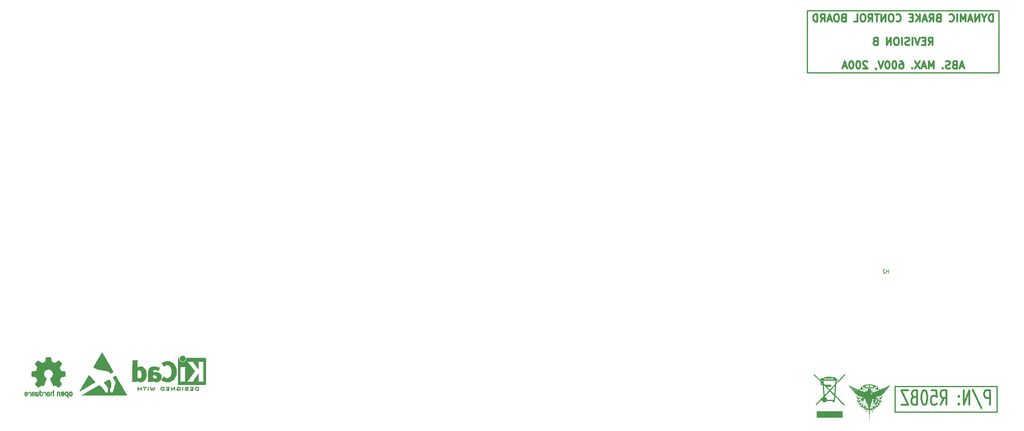
<source format=gbr>
%TF.GenerationSoftware,KiCad,Pcbnew,9.0.0*%
%TF.CreationDate,2025-04-28T23:59:21-07:00*%
%TF.ProjectId,DynamicBrakeGrid,44796e61-6d69-4634-9272-616b65477269,rev?*%
%TF.SameCoordinates,Original*%
%TF.FileFunction,Legend,Bot*%
%TF.FilePolarity,Positive*%
%FSLAX46Y46*%
G04 Gerber Fmt 4.6, Leading zero omitted, Abs format (unit mm)*
G04 Created by KiCad (PCBNEW 9.0.0) date 2025-04-28 23:59:21*
%MOMM*%
%LPD*%
G01*
G04 APERTURE LIST*
%ADD10C,0.500000*%
%ADD11C,0.300000*%
%ADD12C,0.150000*%
%ADD13C,0.010000*%
%ADD14C,0.000000*%
G04 APERTURE END LIST*
D10*
X345982143Y-170516976D02*
X345982143Y-166516976D01*
X345982143Y-166516976D02*
X344934524Y-166516976D01*
X344934524Y-166516976D02*
X344672619Y-166707452D01*
X344672619Y-166707452D02*
X344541666Y-166897928D01*
X344541666Y-166897928D02*
X344410714Y-167278880D01*
X344410714Y-167278880D02*
X344410714Y-167850309D01*
X344410714Y-167850309D02*
X344541666Y-168231261D01*
X344541666Y-168231261D02*
X344672619Y-168421738D01*
X344672619Y-168421738D02*
X344934524Y-168612214D01*
X344934524Y-168612214D02*
X345982143Y-168612214D01*
X341267857Y-166326500D02*
X343625000Y-171469357D01*
X340351191Y-170516976D02*
X340351191Y-166516976D01*
X340351191Y-166516976D02*
X338779762Y-170516976D01*
X338779762Y-170516976D02*
X338779762Y-166516976D01*
X337470239Y-170136023D02*
X337339286Y-170326500D01*
X337339286Y-170326500D02*
X337470239Y-170516976D01*
X337470239Y-170516976D02*
X337601191Y-170326500D01*
X337601191Y-170326500D02*
X337470239Y-170136023D01*
X337470239Y-170136023D02*
X337470239Y-170516976D01*
X337470239Y-168040785D02*
X337339286Y-168231261D01*
X337339286Y-168231261D02*
X337470239Y-168421738D01*
X337470239Y-168421738D02*
X337601191Y-168231261D01*
X337601191Y-168231261D02*
X337470239Y-168040785D01*
X337470239Y-168040785D02*
X337470239Y-168421738D01*
X332494048Y-170516976D02*
X333410715Y-168612214D01*
X334065477Y-170516976D02*
X334065477Y-166516976D01*
X334065477Y-166516976D02*
X333017858Y-166516976D01*
X333017858Y-166516976D02*
X332755953Y-166707452D01*
X332755953Y-166707452D02*
X332625000Y-166897928D01*
X332625000Y-166897928D02*
X332494048Y-167278880D01*
X332494048Y-167278880D02*
X332494048Y-167850309D01*
X332494048Y-167850309D02*
X332625000Y-168231261D01*
X332625000Y-168231261D02*
X332755953Y-168421738D01*
X332755953Y-168421738D02*
X333017858Y-168612214D01*
X333017858Y-168612214D02*
X334065477Y-168612214D01*
X330005953Y-166516976D02*
X331315477Y-166516976D01*
X331315477Y-166516976D02*
X331446429Y-168421738D01*
X331446429Y-168421738D02*
X331315477Y-168231261D01*
X331315477Y-168231261D02*
X331053572Y-168040785D01*
X331053572Y-168040785D02*
X330398810Y-168040785D01*
X330398810Y-168040785D02*
X330136905Y-168231261D01*
X330136905Y-168231261D02*
X330005953Y-168421738D01*
X330005953Y-168421738D02*
X329875000Y-168802690D01*
X329875000Y-168802690D02*
X329875000Y-169755071D01*
X329875000Y-169755071D02*
X330005953Y-170136023D01*
X330005953Y-170136023D02*
X330136905Y-170326500D01*
X330136905Y-170326500D02*
X330398810Y-170516976D01*
X330398810Y-170516976D02*
X331053572Y-170516976D01*
X331053572Y-170516976D02*
X331315477Y-170326500D01*
X331315477Y-170326500D02*
X331446429Y-170136023D01*
X328172619Y-166516976D02*
X327910714Y-166516976D01*
X327910714Y-166516976D02*
X327648810Y-166707452D01*
X327648810Y-166707452D02*
X327517857Y-166897928D01*
X327517857Y-166897928D02*
X327386905Y-167278880D01*
X327386905Y-167278880D02*
X327255952Y-168040785D01*
X327255952Y-168040785D02*
X327255952Y-168993166D01*
X327255952Y-168993166D02*
X327386905Y-169755071D01*
X327386905Y-169755071D02*
X327517857Y-170136023D01*
X327517857Y-170136023D02*
X327648810Y-170326500D01*
X327648810Y-170326500D02*
X327910714Y-170516976D01*
X327910714Y-170516976D02*
X328172619Y-170516976D01*
X328172619Y-170516976D02*
X328434524Y-170326500D01*
X328434524Y-170326500D02*
X328565476Y-170136023D01*
X328565476Y-170136023D02*
X328696429Y-169755071D01*
X328696429Y-169755071D02*
X328827381Y-168993166D01*
X328827381Y-168993166D02*
X328827381Y-168040785D01*
X328827381Y-168040785D02*
X328696429Y-167278880D01*
X328696429Y-167278880D02*
X328565476Y-166897928D01*
X328565476Y-166897928D02*
X328434524Y-166707452D01*
X328434524Y-166707452D02*
X328172619Y-166516976D01*
X325160714Y-168421738D02*
X324767857Y-168612214D01*
X324767857Y-168612214D02*
X324636904Y-168802690D01*
X324636904Y-168802690D02*
X324505952Y-169183642D01*
X324505952Y-169183642D02*
X324505952Y-169755071D01*
X324505952Y-169755071D02*
X324636904Y-170136023D01*
X324636904Y-170136023D02*
X324767857Y-170326500D01*
X324767857Y-170326500D02*
X325029762Y-170516976D01*
X325029762Y-170516976D02*
X326077381Y-170516976D01*
X326077381Y-170516976D02*
X326077381Y-166516976D01*
X326077381Y-166516976D02*
X325160714Y-166516976D01*
X325160714Y-166516976D02*
X324898809Y-166707452D01*
X324898809Y-166707452D02*
X324767857Y-166897928D01*
X324767857Y-166897928D02*
X324636904Y-167278880D01*
X324636904Y-167278880D02*
X324636904Y-167659833D01*
X324636904Y-167659833D02*
X324767857Y-168040785D01*
X324767857Y-168040785D02*
X324898809Y-168231261D01*
X324898809Y-168231261D02*
X325160714Y-168421738D01*
X325160714Y-168421738D02*
X326077381Y-168421738D01*
X323589285Y-166516976D02*
X321755952Y-166516976D01*
X321755952Y-166516976D02*
X323589285Y-170516976D01*
X323589285Y-170516976D02*
X321755952Y-170516976D01*
D11*
X320000000Y-165500000D02*
X348000000Y-165500000D01*
X348000000Y-172500000D01*
X320000000Y-172500000D01*
X320000000Y-165500000D01*
D10*
X346821429Y-65421738D02*
X346821429Y-63421738D01*
X346821429Y-63421738D02*
X346345239Y-63421738D01*
X346345239Y-63421738D02*
X346059524Y-63516976D01*
X346059524Y-63516976D02*
X345869048Y-63707452D01*
X345869048Y-63707452D02*
X345773810Y-63897928D01*
X345773810Y-63897928D02*
X345678572Y-64278880D01*
X345678572Y-64278880D02*
X345678572Y-64564595D01*
X345678572Y-64564595D02*
X345773810Y-64945547D01*
X345773810Y-64945547D02*
X345869048Y-65136023D01*
X345869048Y-65136023D02*
X346059524Y-65326500D01*
X346059524Y-65326500D02*
X346345239Y-65421738D01*
X346345239Y-65421738D02*
X346821429Y-65421738D01*
X344440477Y-64469357D02*
X344440477Y-65421738D01*
X345107143Y-63421738D02*
X344440477Y-64469357D01*
X344440477Y-64469357D02*
X343773810Y-63421738D01*
X343107143Y-65421738D02*
X343107143Y-63421738D01*
X343107143Y-63421738D02*
X341964286Y-65421738D01*
X341964286Y-65421738D02*
X341964286Y-63421738D01*
X341107143Y-64850309D02*
X340154762Y-64850309D01*
X341297619Y-65421738D02*
X340630953Y-63421738D01*
X340630953Y-63421738D02*
X339964286Y-65421738D01*
X339297619Y-65421738D02*
X339297619Y-63421738D01*
X339297619Y-63421738D02*
X338630952Y-64850309D01*
X338630952Y-64850309D02*
X337964286Y-63421738D01*
X337964286Y-63421738D02*
X337964286Y-65421738D01*
X337011905Y-65421738D02*
X337011905Y-63421738D01*
X334916667Y-65231261D02*
X335011905Y-65326500D01*
X335011905Y-65326500D02*
X335297619Y-65421738D01*
X335297619Y-65421738D02*
X335488095Y-65421738D01*
X335488095Y-65421738D02*
X335773810Y-65326500D01*
X335773810Y-65326500D02*
X335964286Y-65136023D01*
X335964286Y-65136023D02*
X336059524Y-64945547D01*
X336059524Y-64945547D02*
X336154762Y-64564595D01*
X336154762Y-64564595D02*
X336154762Y-64278880D01*
X336154762Y-64278880D02*
X336059524Y-63897928D01*
X336059524Y-63897928D02*
X335964286Y-63707452D01*
X335964286Y-63707452D02*
X335773810Y-63516976D01*
X335773810Y-63516976D02*
X335488095Y-63421738D01*
X335488095Y-63421738D02*
X335297619Y-63421738D01*
X335297619Y-63421738D02*
X335011905Y-63516976D01*
X335011905Y-63516976D02*
X334916667Y-63612214D01*
X331869047Y-64374119D02*
X331583333Y-64469357D01*
X331583333Y-64469357D02*
X331488095Y-64564595D01*
X331488095Y-64564595D02*
X331392857Y-64755071D01*
X331392857Y-64755071D02*
X331392857Y-65040785D01*
X331392857Y-65040785D02*
X331488095Y-65231261D01*
X331488095Y-65231261D02*
X331583333Y-65326500D01*
X331583333Y-65326500D02*
X331773809Y-65421738D01*
X331773809Y-65421738D02*
X332535714Y-65421738D01*
X332535714Y-65421738D02*
X332535714Y-63421738D01*
X332535714Y-63421738D02*
X331869047Y-63421738D01*
X331869047Y-63421738D02*
X331678571Y-63516976D01*
X331678571Y-63516976D02*
X331583333Y-63612214D01*
X331583333Y-63612214D02*
X331488095Y-63802690D01*
X331488095Y-63802690D02*
X331488095Y-63993166D01*
X331488095Y-63993166D02*
X331583333Y-64183642D01*
X331583333Y-64183642D02*
X331678571Y-64278880D01*
X331678571Y-64278880D02*
X331869047Y-64374119D01*
X331869047Y-64374119D02*
X332535714Y-64374119D01*
X329392857Y-65421738D02*
X330059524Y-64469357D01*
X330535714Y-65421738D02*
X330535714Y-63421738D01*
X330535714Y-63421738D02*
X329773809Y-63421738D01*
X329773809Y-63421738D02*
X329583333Y-63516976D01*
X329583333Y-63516976D02*
X329488095Y-63612214D01*
X329488095Y-63612214D02*
X329392857Y-63802690D01*
X329392857Y-63802690D02*
X329392857Y-64088404D01*
X329392857Y-64088404D02*
X329488095Y-64278880D01*
X329488095Y-64278880D02*
X329583333Y-64374119D01*
X329583333Y-64374119D02*
X329773809Y-64469357D01*
X329773809Y-64469357D02*
X330535714Y-64469357D01*
X328630952Y-64850309D02*
X327678571Y-64850309D01*
X328821428Y-65421738D02*
X328154762Y-63421738D01*
X328154762Y-63421738D02*
X327488095Y-65421738D01*
X326821428Y-65421738D02*
X326821428Y-63421738D01*
X325678571Y-65421738D02*
X326535714Y-64278880D01*
X325678571Y-63421738D02*
X326821428Y-64564595D01*
X324821428Y-64374119D02*
X324154761Y-64374119D01*
X323869047Y-65421738D02*
X324821428Y-65421738D01*
X324821428Y-65421738D02*
X324821428Y-63421738D01*
X324821428Y-63421738D02*
X323869047Y-63421738D01*
X320345237Y-65231261D02*
X320440475Y-65326500D01*
X320440475Y-65326500D02*
X320726189Y-65421738D01*
X320726189Y-65421738D02*
X320916665Y-65421738D01*
X320916665Y-65421738D02*
X321202380Y-65326500D01*
X321202380Y-65326500D02*
X321392856Y-65136023D01*
X321392856Y-65136023D02*
X321488094Y-64945547D01*
X321488094Y-64945547D02*
X321583332Y-64564595D01*
X321583332Y-64564595D02*
X321583332Y-64278880D01*
X321583332Y-64278880D02*
X321488094Y-63897928D01*
X321488094Y-63897928D02*
X321392856Y-63707452D01*
X321392856Y-63707452D02*
X321202380Y-63516976D01*
X321202380Y-63516976D02*
X320916665Y-63421738D01*
X320916665Y-63421738D02*
X320726189Y-63421738D01*
X320726189Y-63421738D02*
X320440475Y-63516976D01*
X320440475Y-63516976D02*
X320345237Y-63612214D01*
X319107142Y-63421738D02*
X318726189Y-63421738D01*
X318726189Y-63421738D02*
X318535713Y-63516976D01*
X318535713Y-63516976D02*
X318345237Y-63707452D01*
X318345237Y-63707452D02*
X318249999Y-64088404D01*
X318249999Y-64088404D02*
X318249999Y-64755071D01*
X318249999Y-64755071D02*
X318345237Y-65136023D01*
X318345237Y-65136023D02*
X318535713Y-65326500D01*
X318535713Y-65326500D02*
X318726189Y-65421738D01*
X318726189Y-65421738D02*
X319107142Y-65421738D01*
X319107142Y-65421738D02*
X319297618Y-65326500D01*
X319297618Y-65326500D02*
X319488094Y-65136023D01*
X319488094Y-65136023D02*
X319583332Y-64755071D01*
X319583332Y-64755071D02*
X319583332Y-64088404D01*
X319583332Y-64088404D02*
X319488094Y-63707452D01*
X319488094Y-63707452D02*
X319297618Y-63516976D01*
X319297618Y-63516976D02*
X319107142Y-63421738D01*
X317392856Y-65421738D02*
X317392856Y-63421738D01*
X317392856Y-63421738D02*
X316249999Y-65421738D01*
X316249999Y-65421738D02*
X316249999Y-63421738D01*
X315583332Y-63421738D02*
X314440475Y-63421738D01*
X315011904Y-65421738D02*
X315011904Y-63421738D01*
X312630951Y-65421738D02*
X313297618Y-64469357D01*
X313773808Y-65421738D02*
X313773808Y-63421738D01*
X313773808Y-63421738D02*
X313011903Y-63421738D01*
X313011903Y-63421738D02*
X312821427Y-63516976D01*
X312821427Y-63516976D02*
X312726189Y-63612214D01*
X312726189Y-63612214D02*
X312630951Y-63802690D01*
X312630951Y-63802690D02*
X312630951Y-64088404D01*
X312630951Y-64088404D02*
X312726189Y-64278880D01*
X312726189Y-64278880D02*
X312821427Y-64374119D01*
X312821427Y-64374119D02*
X313011903Y-64469357D01*
X313011903Y-64469357D02*
X313773808Y-64469357D01*
X311392856Y-63421738D02*
X311011903Y-63421738D01*
X311011903Y-63421738D02*
X310821427Y-63516976D01*
X310821427Y-63516976D02*
X310630951Y-63707452D01*
X310630951Y-63707452D02*
X310535713Y-64088404D01*
X310535713Y-64088404D02*
X310535713Y-64755071D01*
X310535713Y-64755071D02*
X310630951Y-65136023D01*
X310630951Y-65136023D02*
X310821427Y-65326500D01*
X310821427Y-65326500D02*
X311011903Y-65421738D01*
X311011903Y-65421738D02*
X311392856Y-65421738D01*
X311392856Y-65421738D02*
X311583332Y-65326500D01*
X311583332Y-65326500D02*
X311773808Y-65136023D01*
X311773808Y-65136023D02*
X311869046Y-64755071D01*
X311869046Y-64755071D02*
X311869046Y-64088404D01*
X311869046Y-64088404D02*
X311773808Y-63707452D01*
X311773808Y-63707452D02*
X311583332Y-63516976D01*
X311583332Y-63516976D02*
X311392856Y-63421738D01*
X308726189Y-65421738D02*
X309678570Y-65421738D01*
X309678570Y-65421738D02*
X309678570Y-63421738D01*
X305869045Y-64374119D02*
X305583331Y-64469357D01*
X305583331Y-64469357D02*
X305488093Y-64564595D01*
X305488093Y-64564595D02*
X305392855Y-64755071D01*
X305392855Y-64755071D02*
X305392855Y-65040785D01*
X305392855Y-65040785D02*
X305488093Y-65231261D01*
X305488093Y-65231261D02*
X305583331Y-65326500D01*
X305583331Y-65326500D02*
X305773807Y-65421738D01*
X305773807Y-65421738D02*
X306535712Y-65421738D01*
X306535712Y-65421738D02*
X306535712Y-63421738D01*
X306535712Y-63421738D02*
X305869045Y-63421738D01*
X305869045Y-63421738D02*
X305678569Y-63516976D01*
X305678569Y-63516976D02*
X305583331Y-63612214D01*
X305583331Y-63612214D02*
X305488093Y-63802690D01*
X305488093Y-63802690D02*
X305488093Y-63993166D01*
X305488093Y-63993166D02*
X305583331Y-64183642D01*
X305583331Y-64183642D02*
X305678569Y-64278880D01*
X305678569Y-64278880D02*
X305869045Y-64374119D01*
X305869045Y-64374119D02*
X306535712Y-64374119D01*
X304154760Y-63421738D02*
X303773807Y-63421738D01*
X303773807Y-63421738D02*
X303583331Y-63516976D01*
X303583331Y-63516976D02*
X303392855Y-63707452D01*
X303392855Y-63707452D02*
X303297617Y-64088404D01*
X303297617Y-64088404D02*
X303297617Y-64755071D01*
X303297617Y-64755071D02*
X303392855Y-65136023D01*
X303392855Y-65136023D02*
X303583331Y-65326500D01*
X303583331Y-65326500D02*
X303773807Y-65421738D01*
X303773807Y-65421738D02*
X304154760Y-65421738D01*
X304154760Y-65421738D02*
X304345236Y-65326500D01*
X304345236Y-65326500D02*
X304535712Y-65136023D01*
X304535712Y-65136023D02*
X304630950Y-64755071D01*
X304630950Y-64755071D02*
X304630950Y-64088404D01*
X304630950Y-64088404D02*
X304535712Y-63707452D01*
X304535712Y-63707452D02*
X304345236Y-63516976D01*
X304345236Y-63516976D02*
X304154760Y-63421738D01*
X302535712Y-64850309D02*
X301583331Y-64850309D01*
X302726188Y-65421738D02*
X302059522Y-63421738D01*
X302059522Y-63421738D02*
X301392855Y-65421738D01*
X299583331Y-65421738D02*
X300249998Y-64469357D01*
X300726188Y-65421738D02*
X300726188Y-63421738D01*
X300726188Y-63421738D02*
X299964283Y-63421738D01*
X299964283Y-63421738D02*
X299773807Y-63516976D01*
X299773807Y-63516976D02*
X299678569Y-63612214D01*
X299678569Y-63612214D02*
X299583331Y-63802690D01*
X299583331Y-63802690D02*
X299583331Y-64088404D01*
X299583331Y-64088404D02*
X299678569Y-64278880D01*
X299678569Y-64278880D02*
X299773807Y-64374119D01*
X299773807Y-64374119D02*
X299964283Y-64469357D01*
X299964283Y-64469357D02*
X300726188Y-64469357D01*
X298726188Y-65421738D02*
X298726188Y-63421738D01*
X298726188Y-63421738D02*
X298249998Y-63421738D01*
X298249998Y-63421738D02*
X297964283Y-63516976D01*
X297964283Y-63516976D02*
X297773807Y-63707452D01*
X297773807Y-63707452D02*
X297678569Y-63897928D01*
X297678569Y-63897928D02*
X297583331Y-64278880D01*
X297583331Y-64278880D02*
X297583331Y-64564595D01*
X297583331Y-64564595D02*
X297678569Y-64945547D01*
X297678569Y-64945547D02*
X297773807Y-65136023D01*
X297773807Y-65136023D02*
X297964283Y-65326500D01*
X297964283Y-65326500D02*
X298249998Y-65421738D01*
X298249998Y-65421738D02*
X298726188Y-65421738D01*
X329154762Y-71861514D02*
X329821429Y-70909133D01*
X330297619Y-71861514D02*
X330297619Y-69861514D01*
X330297619Y-69861514D02*
X329535714Y-69861514D01*
X329535714Y-69861514D02*
X329345238Y-69956752D01*
X329345238Y-69956752D02*
X329250000Y-70051990D01*
X329250000Y-70051990D02*
X329154762Y-70242466D01*
X329154762Y-70242466D02*
X329154762Y-70528180D01*
X329154762Y-70528180D02*
X329250000Y-70718656D01*
X329250000Y-70718656D02*
X329345238Y-70813895D01*
X329345238Y-70813895D02*
X329535714Y-70909133D01*
X329535714Y-70909133D02*
X330297619Y-70909133D01*
X328297619Y-70813895D02*
X327630952Y-70813895D01*
X327345238Y-71861514D02*
X328297619Y-71861514D01*
X328297619Y-71861514D02*
X328297619Y-69861514D01*
X328297619Y-69861514D02*
X327345238Y-69861514D01*
X326773809Y-69861514D02*
X326107143Y-71861514D01*
X326107143Y-71861514D02*
X325440476Y-69861514D01*
X324773809Y-71861514D02*
X324773809Y-69861514D01*
X323916666Y-71766276D02*
X323630952Y-71861514D01*
X323630952Y-71861514D02*
X323154761Y-71861514D01*
X323154761Y-71861514D02*
X322964285Y-71766276D01*
X322964285Y-71766276D02*
X322869047Y-71671037D01*
X322869047Y-71671037D02*
X322773809Y-71480561D01*
X322773809Y-71480561D02*
X322773809Y-71290085D01*
X322773809Y-71290085D02*
X322869047Y-71099609D01*
X322869047Y-71099609D02*
X322964285Y-71004371D01*
X322964285Y-71004371D02*
X323154761Y-70909133D01*
X323154761Y-70909133D02*
X323535714Y-70813895D01*
X323535714Y-70813895D02*
X323726190Y-70718656D01*
X323726190Y-70718656D02*
X323821428Y-70623418D01*
X323821428Y-70623418D02*
X323916666Y-70432942D01*
X323916666Y-70432942D02*
X323916666Y-70242466D01*
X323916666Y-70242466D02*
X323821428Y-70051990D01*
X323821428Y-70051990D02*
X323726190Y-69956752D01*
X323726190Y-69956752D02*
X323535714Y-69861514D01*
X323535714Y-69861514D02*
X323059523Y-69861514D01*
X323059523Y-69861514D02*
X322773809Y-69956752D01*
X321916666Y-71861514D02*
X321916666Y-69861514D01*
X320583333Y-69861514D02*
X320202380Y-69861514D01*
X320202380Y-69861514D02*
X320011904Y-69956752D01*
X320011904Y-69956752D02*
X319821428Y-70147228D01*
X319821428Y-70147228D02*
X319726190Y-70528180D01*
X319726190Y-70528180D02*
X319726190Y-71194847D01*
X319726190Y-71194847D02*
X319821428Y-71575799D01*
X319821428Y-71575799D02*
X320011904Y-71766276D01*
X320011904Y-71766276D02*
X320202380Y-71861514D01*
X320202380Y-71861514D02*
X320583333Y-71861514D01*
X320583333Y-71861514D02*
X320773809Y-71766276D01*
X320773809Y-71766276D02*
X320964285Y-71575799D01*
X320964285Y-71575799D02*
X321059523Y-71194847D01*
X321059523Y-71194847D02*
X321059523Y-70528180D01*
X321059523Y-70528180D02*
X320964285Y-70147228D01*
X320964285Y-70147228D02*
X320773809Y-69956752D01*
X320773809Y-69956752D02*
X320583333Y-69861514D01*
X318869047Y-71861514D02*
X318869047Y-69861514D01*
X318869047Y-69861514D02*
X317726190Y-71861514D01*
X317726190Y-71861514D02*
X317726190Y-69861514D01*
X314583332Y-70813895D02*
X314297618Y-70909133D01*
X314297618Y-70909133D02*
X314202380Y-71004371D01*
X314202380Y-71004371D02*
X314107142Y-71194847D01*
X314107142Y-71194847D02*
X314107142Y-71480561D01*
X314107142Y-71480561D02*
X314202380Y-71671037D01*
X314202380Y-71671037D02*
X314297618Y-71766276D01*
X314297618Y-71766276D02*
X314488094Y-71861514D01*
X314488094Y-71861514D02*
X315249999Y-71861514D01*
X315249999Y-71861514D02*
X315249999Y-69861514D01*
X315249999Y-69861514D02*
X314583332Y-69861514D01*
X314583332Y-69861514D02*
X314392856Y-69956752D01*
X314392856Y-69956752D02*
X314297618Y-70051990D01*
X314297618Y-70051990D02*
X314202380Y-70242466D01*
X314202380Y-70242466D02*
X314202380Y-70432942D01*
X314202380Y-70432942D02*
X314297618Y-70623418D01*
X314297618Y-70623418D02*
X314392856Y-70718656D01*
X314392856Y-70718656D02*
X314583332Y-70813895D01*
X314583332Y-70813895D02*
X315249999Y-70813895D01*
X338773810Y-77729861D02*
X337821429Y-77729861D01*
X338964286Y-78301290D02*
X338297620Y-76301290D01*
X338297620Y-76301290D02*
X337630953Y-78301290D01*
X336297619Y-77253671D02*
X336011905Y-77348909D01*
X336011905Y-77348909D02*
X335916667Y-77444147D01*
X335916667Y-77444147D02*
X335821429Y-77634623D01*
X335821429Y-77634623D02*
X335821429Y-77920337D01*
X335821429Y-77920337D02*
X335916667Y-78110813D01*
X335916667Y-78110813D02*
X336011905Y-78206052D01*
X336011905Y-78206052D02*
X336202381Y-78301290D01*
X336202381Y-78301290D02*
X336964286Y-78301290D01*
X336964286Y-78301290D02*
X336964286Y-76301290D01*
X336964286Y-76301290D02*
X336297619Y-76301290D01*
X336297619Y-76301290D02*
X336107143Y-76396528D01*
X336107143Y-76396528D02*
X336011905Y-76491766D01*
X336011905Y-76491766D02*
X335916667Y-76682242D01*
X335916667Y-76682242D02*
X335916667Y-76872718D01*
X335916667Y-76872718D02*
X336011905Y-77063194D01*
X336011905Y-77063194D02*
X336107143Y-77158432D01*
X336107143Y-77158432D02*
X336297619Y-77253671D01*
X336297619Y-77253671D02*
X336964286Y-77253671D01*
X335059524Y-78206052D02*
X334773810Y-78301290D01*
X334773810Y-78301290D02*
X334297619Y-78301290D01*
X334297619Y-78301290D02*
X334107143Y-78206052D01*
X334107143Y-78206052D02*
X334011905Y-78110813D01*
X334011905Y-78110813D02*
X333916667Y-77920337D01*
X333916667Y-77920337D02*
X333916667Y-77729861D01*
X333916667Y-77729861D02*
X334011905Y-77539385D01*
X334011905Y-77539385D02*
X334107143Y-77444147D01*
X334107143Y-77444147D02*
X334297619Y-77348909D01*
X334297619Y-77348909D02*
X334678572Y-77253671D01*
X334678572Y-77253671D02*
X334869048Y-77158432D01*
X334869048Y-77158432D02*
X334964286Y-77063194D01*
X334964286Y-77063194D02*
X335059524Y-76872718D01*
X335059524Y-76872718D02*
X335059524Y-76682242D01*
X335059524Y-76682242D02*
X334964286Y-76491766D01*
X334964286Y-76491766D02*
X334869048Y-76396528D01*
X334869048Y-76396528D02*
X334678572Y-76301290D01*
X334678572Y-76301290D02*
X334202381Y-76301290D01*
X334202381Y-76301290D02*
X333916667Y-76396528D01*
X333059524Y-78110813D02*
X332964286Y-78206052D01*
X332964286Y-78206052D02*
X333059524Y-78301290D01*
X333059524Y-78301290D02*
X333154762Y-78206052D01*
X333154762Y-78206052D02*
X333059524Y-78110813D01*
X333059524Y-78110813D02*
X333059524Y-78301290D01*
X330583333Y-78301290D02*
X330583333Y-76301290D01*
X330583333Y-76301290D02*
X329916666Y-77729861D01*
X329916666Y-77729861D02*
X329250000Y-76301290D01*
X329250000Y-76301290D02*
X329250000Y-78301290D01*
X328392857Y-77729861D02*
X327440476Y-77729861D01*
X328583333Y-78301290D02*
X327916667Y-76301290D01*
X327916667Y-76301290D02*
X327250000Y-78301290D01*
X326773809Y-76301290D02*
X325440476Y-78301290D01*
X325440476Y-76301290D02*
X326773809Y-78301290D01*
X324678571Y-78110813D02*
X324583333Y-78206052D01*
X324583333Y-78206052D02*
X324678571Y-78301290D01*
X324678571Y-78301290D02*
X324773809Y-78206052D01*
X324773809Y-78206052D02*
X324678571Y-78110813D01*
X324678571Y-78110813D02*
X324678571Y-78301290D01*
X321345237Y-76301290D02*
X321726190Y-76301290D01*
X321726190Y-76301290D02*
X321916666Y-76396528D01*
X321916666Y-76396528D02*
X322011904Y-76491766D01*
X322011904Y-76491766D02*
X322202380Y-76777480D01*
X322202380Y-76777480D02*
X322297618Y-77158432D01*
X322297618Y-77158432D02*
X322297618Y-77920337D01*
X322297618Y-77920337D02*
X322202380Y-78110813D01*
X322202380Y-78110813D02*
X322107142Y-78206052D01*
X322107142Y-78206052D02*
X321916666Y-78301290D01*
X321916666Y-78301290D02*
X321535713Y-78301290D01*
X321535713Y-78301290D02*
X321345237Y-78206052D01*
X321345237Y-78206052D02*
X321249999Y-78110813D01*
X321249999Y-78110813D02*
X321154761Y-77920337D01*
X321154761Y-77920337D02*
X321154761Y-77444147D01*
X321154761Y-77444147D02*
X321249999Y-77253671D01*
X321249999Y-77253671D02*
X321345237Y-77158432D01*
X321345237Y-77158432D02*
X321535713Y-77063194D01*
X321535713Y-77063194D02*
X321916666Y-77063194D01*
X321916666Y-77063194D02*
X322107142Y-77158432D01*
X322107142Y-77158432D02*
X322202380Y-77253671D01*
X322202380Y-77253671D02*
X322297618Y-77444147D01*
X319916666Y-76301290D02*
X319726189Y-76301290D01*
X319726189Y-76301290D02*
X319535713Y-76396528D01*
X319535713Y-76396528D02*
X319440475Y-76491766D01*
X319440475Y-76491766D02*
X319345237Y-76682242D01*
X319345237Y-76682242D02*
X319249999Y-77063194D01*
X319249999Y-77063194D02*
X319249999Y-77539385D01*
X319249999Y-77539385D02*
X319345237Y-77920337D01*
X319345237Y-77920337D02*
X319440475Y-78110813D01*
X319440475Y-78110813D02*
X319535713Y-78206052D01*
X319535713Y-78206052D02*
X319726189Y-78301290D01*
X319726189Y-78301290D02*
X319916666Y-78301290D01*
X319916666Y-78301290D02*
X320107142Y-78206052D01*
X320107142Y-78206052D02*
X320202380Y-78110813D01*
X320202380Y-78110813D02*
X320297618Y-77920337D01*
X320297618Y-77920337D02*
X320392856Y-77539385D01*
X320392856Y-77539385D02*
X320392856Y-77063194D01*
X320392856Y-77063194D02*
X320297618Y-76682242D01*
X320297618Y-76682242D02*
X320202380Y-76491766D01*
X320202380Y-76491766D02*
X320107142Y-76396528D01*
X320107142Y-76396528D02*
X319916666Y-76301290D01*
X318011904Y-76301290D02*
X317821427Y-76301290D01*
X317821427Y-76301290D02*
X317630951Y-76396528D01*
X317630951Y-76396528D02*
X317535713Y-76491766D01*
X317535713Y-76491766D02*
X317440475Y-76682242D01*
X317440475Y-76682242D02*
X317345237Y-77063194D01*
X317345237Y-77063194D02*
X317345237Y-77539385D01*
X317345237Y-77539385D02*
X317440475Y-77920337D01*
X317440475Y-77920337D02*
X317535713Y-78110813D01*
X317535713Y-78110813D02*
X317630951Y-78206052D01*
X317630951Y-78206052D02*
X317821427Y-78301290D01*
X317821427Y-78301290D02*
X318011904Y-78301290D01*
X318011904Y-78301290D02*
X318202380Y-78206052D01*
X318202380Y-78206052D02*
X318297618Y-78110813D01*
X318297618Y-78110813D02*
X318392856Y-77920337D01*
X318392856Y-77920337D02*
X318488094Y-77539385D01*
X318488094Y-77539385D02*
X318488094Y-77063194D01*
X318488094Y-77063194D02*
X318392856Y-76682242D01*
X318392856Y-76682242D02*
X318297618Y-76491766D01*
X318297618Y-76491766D02*
X318202380Y-76396528D01*
X318202380Y-76396528D02*
X318011904Y-76301290D01*
X316773808Y-76301290D02*
X316107142Y-78301290D01*
X316107142Y-78301290D02*
X315440475Y-76301290D01*
X314678570Y-78206052D02*
X314678570Y-78301290D01*
X314678570Y-78301290D02*
X314773808Y-78491766D01*
X314773808Y-78491766D02*
X314869046Y-78587004D01*
X312392855Y-76491766D02*
X312297617Y-76396528D01*
X312297617Y-76396528D02*
X312107141Y-76301290D01*
X312107141Y-76301290D02*
X311630950Y-76301290D01*
X311630950Y-76301290D02*
X311440474Y-76396528D01*
X311440474Y-76396528D02*
X311345236Y-76491766D01*
X311345236Y-76491766D02*
X311249998Y-76682242D01*
X311249998Y-76682242D02*
X311249998Y-76872718D01*
X311249998Y-76872718D02*
X311345236Y-77158432D01*
X311345236Y-77158432D02*
X312488093Y-78301290D01*
X312488093Y-78301290D02*
X311249998Y-78301290D01*
X310011903Y-76301290D02*
X309821426Y-76301290D01*
X309821426Y-76301290D02*
X309630950Y-76396528D01*
X309630950Y-76396528D02*
X309535712Y-76491766D01*
X309535712Y-76491766D02*
X309440474Y-76682242D01*
X309440474Y-76682242D02*
X309345236Y-77063194D01*
X309345236Y-77063194D02*
X309345236Y-77539385D01*
X309345236Y-77539385D02*
X309440474Y-77920337D01*
X309440474Y-77920337D02*
X309535712Y-78110813D01*
X309535712Y-78110813D02*
X309630950Y-78206052D01*
X309630950Y-78206052D02*
X309821426Y-78301290D01*
X309821426Y-78301290D02*
X310011903Y-78301290D01*
X310011903Y-78301290D02*
X310202379Y-78206052D01*
X310202379Y-78206052D02*
X310297617Y-78110813D01*
X310297617Y-78110813D02*
X310392855Y-77920337D01*
X310392855Y-77920337D02*
X310488093Y-77539385D01*
X310488093Y-77539385D02*
X310488093Y-77063194D01*
X310488093Y-77063194D02*
X310392855Y-76682242D01*
X310392855Y-76682242D02*
X310297617Y-76491766D01*
X310297617Y-76491766D02*
X310202379Y-76396528D01*
X310202379Y-76396528D02*
X310011903Y-76301290D01*
X308107141Y-76301290D02*
X307916664Y-76301290D01*
X307916664Y-76301290D02*
X307726188Y-76396528D01*
X307726188Y-76396528D02*
X307630950Y-76491766D01*
X307630950Y-76491766D02*
X307535712Y-76682242D01*
X307535712Y-76682242D02*
X307440474Y-77063194D01*
X307440474Y-77063194D02*
X307440474Y-77539385D01*
X307440474Y-77539385D02*
X307535712Y-77920337D01*
X307535712Y-77920337D02*
X307630950Y-78110813D01*
X307630950Y-78110813D02*
X307726188Y-78206052D01*
X307726188Y-78206052D02*
X307916664Y-78301290D01*
X307916664Y-78301290D02*
X308107141Y-78301290D01*
X308107141Y-78301290D02*
X308297617Y-78206052D01*
X308297617Y-78206052D02*
X308392855Y-78110813D01*
X308392855Y-78110813D02*
X308488093Y-77920337D01*
X308488093Y-77920337D02*
X308583331Y-77539385D01*
X308583331Y-77539385D02*
X308583331Y-77063194D01*
X308583331Y-77063194D02*
X308488093Y-76682242D01*
X308488093Y-76682242D02*
X308392855Y-76491766D01*
X308392855Y-76491766D02*
X308297617Y-76396528D01*
X308297617Y-76396528D02*
X308107141Y-76301290D01*
X306678569Y-77729861D02*
X305726188Y-77729861D01*
X306869045Y-78301290D02*
X306202379Y-76301290D01*
X306202379Y-76301290D02*
X305535712Y-78301290D01*
D11*
X296000000Y-62500000D02*
X348500000Y-62500000D01*
X348500000Y-79500000D01*
X296000000Y-79500000D01*
X296000000Y-62500000D01*
D12*
X318261904Y-134454819D02*
X318261904Y-133454819D01*
X318261904Y-133931009D02*
X317690476Y-133931009D01*
X317690476Y-134454819D02*
X317690476Y-133454819D01*
X317261904Y-133550057D02*
X317214285Y-133502438D01*
X317214285Y-133502438D02*
X317119047Y-133454819D01*
X317119047Y-133454819D02*
X316880952Y-133454819D01*
X316880952Y-133454819D02*
X316785714Y-133502438D01*
X316785714Y-133502438D02*
X316738095Y-133550057D01*
X316738095Y-133550057D02*
X316690476Y-133645295D01*
X316690476Y-133645295D02*
X316690476Y-133740533D01*
X316690476Y-133740533D02*
X316738095Y-133883390D01*
X316738095Y-133883390D02*
X317309523Y-134454819D01*
X317309523Y-134454819D02*
X316690476Y-134454819D01*
D11*
X314321427Y-168749757D02*
X314464285Y-168678328D01*
X314464285Y-168678328D02*
X314678570Y-168678328D01*
X314678570Y-168678328D02*
X314892856Y-168749757D01*
X314892856Y-168749757D02*
X315035713Y-168892614D01*
X315035713Y-168892614D02*
X315107142Y-169035471D01*
X315107142Y-169035471D02*
X315178570Y-169321185D01*
X315178570Y-169321185D02*
X315178570Y-169535471D01*
X315178570Y-169535471D02*
X315107142Y-169821185D01*
X315107142Y-169821185D02*
X315035713Y-169964042D01*
X315035713Y-169964042D02*
X314892856Y-170106900D01*
X314892856Y-170106900D02*
X314678570Y-170178328D01*
X314678570Y-170178328D02*
X314535713Y-170178328D01*
X314535713Y-170178328D02*
X314321427Y-170106900D01*
X314321427Y-170106900D02*
X314249999Y-170035471D01*
X314249999Y-170035471D02*
X314249999Y-169535471D01*
X314249999Y-169535471D02*
X314535713Y-169535471D01*
X313392856Y-168678328D02*
X313392856Y-169035471D01*
X313749999Y-168892614D02*
X313392856Y-169035471D01*
X313392856Y-169035471D02*
X313035713Y-168892614D01*
X313607142Y-169321185D02*
X313392856Y-169035471D01*
X313392856Y-169035471D02*
X313178570Y-169321185D01*
X312249999Y-168678328D02*
X312249999Y-169035471D01*
X312607142Y-168892614D02*
X312249999Y-169035471D01*
X312249999Y-169035471D02*
X311892856Y-168892614D01*
X312464285Y-169321185D02*
X312249999Y-169035471D01*
X312249999Y-169035471D02*
X312035713Y-169321185D01*
X311107142Y-168678328D02*
X311107142Y-169035471D01*
X311464285Y-168892614D02*
X311107142Y-169035471D01*
X311107142Y-169035471D02*
X310749999Y-168892614D01*
X311321428Y-169321185D02*
X311107142Y-169035471D01*
X311107142Y-169035471D02*
X310892856Y-169321185D01*
D13*
%TO.C,REF\u002A\u002A*%
X99165672Y-162484726D02*
X99194047Y-162512065D01*
X99276784Y-162595439D01*
X99386214Y-162708945D01*
X99517021Y-162846795D01*
X99663886Y-163003198D01*
X99821492Y-163172365D01*
X99984521Y-163348506D01*
X100147655Y-163525832D01*
X100305576Y-163698553D01*
X100452966Y-163860879D01*
X100584508Y-164007020D01*
X100694883Y-164131188D01*
X100778773Y-164227591D01*
X100830862Y-164290441D01*
X100845830Y-164313948D01*
X100840693Y-164316544D01*
X100791570Y-164343957D01*
X100694409Y-164399227D01*
X100553304Y-164479996D01*
X100372347Y-164583910D01*
X100155630Y-164708610D01*
X99907248Y-164851743D01*
X99631291Y-165010950D01*
X99331853Y-165183877D01*
X99013026Y-165368167D01*
X98678903Y-165561464D01*
X98554016Y-165633735D01*
X98225767Y-165823613D01*
X97914716Y-166003428D01*
X97624909Y-166170848D01*
X97360391Y-166323542D01*
X97125208Y-166459178D01*
X96923405Y-166575422D01*
X96759027Y-166669942D01*
X96636119Y-166740407D01*
X96558728Y-166784484D01*
X96530898Y-166799841D01*
X96532150Y-166791663D01*
X96554986Y-166744661D01*
X96596987Y-166669573D01*
X96622752Y-166625128D01*
X96677545Y-166530347D01*
X96758174Y-166390755D01*
X96862019Y-166210889D01*
X96986462Y-165995284D01*
X97128886Y-165748480D01*
X97286670Y-165475012D01*
X97457197Y-165179418D01*
X97637848Y-164866235D01*
X97826005Y-164540000D01*
X98010243Y-164220646D01*
X98189360Y-163910374D01*
X98357787Y-163618824D01*
X98512994Y-163350367D01*
X98652451Y-163109370D01*
X98773628Y-162900204D01*
X98873996Y-162727238D01*
X98951025Y-162594843D01*
X99002184Y-162507386D01*
X99024944Y-162469238D01*
X99071641Y-162396403D01*
X99165672Y-162484726D01*
G36*
X99165672Y-162484726D02*
G01*
X99194047Y-162512065D01*
X99276784Y-162595439D01*
X99386214Y-162708945D01*
X99517021Y-162846795D01*
X99663886Y-163003198D01*
X99821492Y-163172365D01*
X99984521Y-163348506D01*
X100147655Y-163525832D01*
X100305576Y-163698553D01*
X100452966Y-163860879D01*
X100584508Y-164007020D01*
X100694883Y-164131188D01*
X100778773Y-164227591D01*
X100830862Y-164290441D01*
X100845830Y-164313948D01*
X100840693Y-164316544D01*
X100791570Y-164343957D01*
X100694409Y-164399227D01*
X100553304Y-164479996D01*
X100372347Y-164583910D01*
X100155630Y-164708610D01*
X99907248Y-164851743D01*
X99631291Y-165010950D01*
X99331853Y-165183877D01*
X99013026Y-165368167D01*
X98678903Y-165561464D01*
X98554016Y-165633735D01*
X98225767Y-165823613D01*
X97914716Y-166003428D01*
X97624909Y-166170848D01*
X97360391Y-166323542D01*
X97125208Y-166459178D01*
X96923405Y-166575422D01*
X96759027Y-166669942D01*
X96636119Y-166740407D01*
X96558728Y-166784484D01*
X96530898Y-166799841D01*
X96532150Y-166791663D01*
X96554986Y-166744661D01*
X96596987Y-166669573D01*
X96622752Y-166625128D01*
X96677545Y-166530347D01*
X96758174Y-166390755D01*
X96862019Y-166210889D01*
X96986462Y-165995284D01*
X97128886Y-165748480D01*
X97286670Y-165475012D01*
X97457197Y-165179418D01*
X97637848Y-164866235D01*
X97826005Y-164540000D01*
X98010243Y-164220646D01*
X98189360Y-163910374D01*
X98357787Y-163618824D01*
X98512994Y-163350367D01*
X98652451Y-163109370D01*
X98773628Y-162900204D01*
X98873996Y-162727238D01*
X98951025Y-162594843D01*
X99002184Y-162507386D01*
X99024944Y-162469238D01*
X99071641Y-162396403D01*
X99165672Y-162484726D01*
G37*
X102691121Y-156146350D02*
X102714186Y-156181023D01*
X102765001Y-156264324D01*
X102841015Y-156391823D01*
X102939674Y-156559091D01*
X103058426Y-156761699D01*
X103194719Y-156995218D01*
X103346001Y-157255216D01*
X103509719Y-157537266D01*
X103683320Y-157836937D01*
X103864253Y-158149801D01*
X104049964Y-158471427D01*
X104237902Y-158797386D01*
X104425515Y-159123248D01*
X104610249Y-159444584D01*
X104789552Y-159756965D01*
X104960872Y-160055961D01*
X105121657Y-160337143D01*
X105269354Y-160596080D01*
X105401411Y-160828344D01*
X105515275Y-161029505D01*
X105608395Y-161195134D01*
X105678217Y-161320800D01*
X105722189Y-161402075D01*
X105737759Y-161434529D01*
X105737774Y-161434776D01*
X105712666Y-161468832D01*
X105640517Y-161526559D01*
X105528834Y-161602494D01*
X105385122Y-161691175D01*
X105288746Y-161747905D01*
X105150065Y-161826793D01*
X105053469Y-161876509D01*
X104992485Y-161899849D01*
X104960640Y-161899612D01*
X104951464Y-161878594D01*
X104950765Y-161875167D01*
X104924537Y-161833364D01*
X104868000Y-161762279D01*
X104791572Y-161675167D01*
X104756311Y-161637750D01*
X104646964Y-161537024D01*
X104526044Y-161450931D01*
X104386365Y-161376947D01*
X104220741Y-161312546D01*
X104021985Y-161255204D01*
X103782910Y-161202397D01*
X103496332Y-161151600D01*
X103155063Y-161100290D01*
X102762269Y-161042454D01*
X102382549Y-160980346D01*
X102050521Y-160918088D01*
X101758764Y-160853884D01*
X101499854Y-160785938D01*
X101266367Y-160712453D01*
X101050881Y-160631635D01*
X100845971Y-160541687D01*
X100695377Y-160467509D01*
X100551530Y-160389450D01*
X100437773Y-160319764D01*
X100362998Y-160263930D01*
X100336098Y-160227429D01*
X100336892Y-160224740D01*
X100358561Y-160181724D01*
X100407690Y-160091645D01*
X100481371Y-159959544D01*
X100576695Y-159790466D01*
X100690753Y-159589455D01*
X100820637Y-159361552D01*
X100963438Y-159111802D01*
X101116248Y-158845248D01*
X101276158Y-158566934D01*
X101440260Y-158281902D01*
X101605644Y-157995197D01*
X101769403Y-157711860D01*
X101928627Y-157436937D01*
X102080408Y-157175469D01*
X102221838Y-156932501D01*
X102350008Y-156713076D01*
X102462009Y-156522237D01*
X102554933Y-156365028D01*
X102625871Y-156246491D01*
X102671915Y-156171671D01*
X102690155Y-156145610D01*
X102691121Y-156146350D01*
G36*
X102691121Y-156146350D02*
G01*
X102714186Y-156181023D01*
X102765001Y-156264324D01*
X102841015Y-156391823D01*
X102939674Y-156559091D01*
X103058426Y-156761699D01*
X103194719Y-156995218D01*
X103346001Y-157255216D01*
X103509719Y-157537266D01*
X103683320Y-157836937D01*
X103864253Y-158149801D01*
X104049964Y-158471427D01*
X104237902Y-158797386D01*
X104425515Y-159123248D01*
X104610249Y-159444584D01*
X104789552Y-159756965D01*
X104960872Y-160055961D01*
X105121657Y-160337143D01*
X105269354Y-160596080D01*
X105401411Y-160828344D01*
X105515275Y-161029505D01*
X105608395Y-161195134D01*
X105678217Y-161320800D01*
X105722189Y-161402075D01*
X105737759Y-161434529D01*
X105737774Y-161434776D01*
X105712666Y-161468832D01*
X105640517Y-161526559D01*
X105528834Y-161602494D01*
X105385122Y-161691175D01*
X105288746Y-161747905D01*
X105150065Y-161826793D01*
X105053469Y-161876509D01*
X104992485Y-161899849D01*
X104960640Y-161899612D01*
X104951464Y-161878594D01*
X104950765Y-161875167D01*
X104924537Y-161833364D01*
X104868000Y-161762279D01*
X104791572Y-161675167D01*
X104756311Y-161637750D01*
X104646964Y-161537024D01*
X104526044Y-161450931D01*
X104386365Y-161376947D01*
X104220741Y-161312546D01*
X104021985Y-161255204D01*
X103782910Y-161202397D01*
X103496332Y-161151600D01*
X103155063Y-161100290D01*
X102762269Y-161042454D01*
X102382549Y-160980346D01*
X102050521Y-160918088D01*
X101758764Y-160853884D01*
X101499854Y-160785938D01*
X101266367Y-160712453D01*
X101050881Y-160631635D01*
X100845971Y-160541687D01*
X100695377Y-160467509D01*
X100551530Y-160389450D01*
X100437773Y-160319764D01*
X100362998Y-160263930D01*
X100336098Y-160227429D01*
X100336892Y-160224740D01*
X100358561Y-160181724D01*
X100407690Y-160091645D01*
X100481371Y-159959544D01*
X100576695Y-159790466D01*
X100690753Y-159589455D01*
X100820637Y-159361552D01*
X100963438Y-159111802D01*
X101116248Y-158845248D01*
X101276158Y-158566934D01*
X101440260Y-158281902D01*
X101605644Y-157995197D01*
X101769403Y-157711860D01*
X101928627Y-157436937D01*
X102080408Y-157175469D01*
X102221838Y-156932501D01*
X102350008Y-156713076D01*
X102462009Y-156522237D01*
X102554933Y-156365028D01*
X102625871Y-156246491D01*
X102671915Y-156171671D01*
X102690155Y-156145610D01*
X102691121Y-156146350D01*
G37*
X106420095Y-162592080D02*
X106431604Y-162609250D01*
X106472730Y-162676692D01*
X106540359Y-162790401D01*
X106631901Y-162945937D01*
X106744767Y-163138864D01*
X106876368Y-163364743D01*
X107024116Y-163619136D01*
X107185422Y-163897606D01*
X107357696Y-164195715D01*
X107538351Y-164509025D01*
X107587895Y-164595043D01*
X107783800Y-164935151D01*
X107981018Y-165277509D01*
X108175520Y-165615125D01*
X108363277Y-165941007D01*
X108540262Y-166248164D01*
X108702444Y-166529603D01*
X108845796Y-166778332D01*
X108966289Y-166987360D01*
X109059894Y-167149695D01*
X109502061Y-167916342D01*
X103302152Y-167916342D01*
X103045843Y-167916319D01*
X102435000Y-167916085D01*
X101842864Y-167915604D01*
X101272319Y-167914889D01*
X100726247Y-167913952D01*
X100207531Y-167912807D01*
X99719054Y-167911464D01*
X99263699Y-167909937D01*
X98844348Y-167908238D01*
X98463886Y-167906379D01*
X98125194Y-167904373D01*
X97831156Y-167902231D01*
X97584654Y-167899966D01*
X97388572Y-167897592D01*
X97245792Y-167895118D01*
X97159197Y-167892560D01*
X97131671Y-167889927D01*
X97152109Y-167876608D01*
X97222622Y-167834167D01*
X97338443Y-167765841D01*
X97494861Y-167674342D01*
X97687166Y-167562380D01*
X97910646Y-167432666D01*
X98160592Y-167287908D01*
X98432292Y-167130819D01*
X98721036Y-166964109D01*
X99022112Y-166790487D01*
X99330811Y-166612665D01*
X99642421Y-166433352D01*
X99952232Y-166255259D01*
X100255533Y-166081097D01*
X100547613Y-165913576D01*
X100823762Y-165755406D01*
X101079268Y-165609298D01*
X101309422Y-165477962D01*
X101509512Y-165364109D01*
X101674828Y-165270449D01*
X101800659Y-165199692D01*
X101882294Y-165154548D01*
X101915022Y-165137729D01*
X101936379Y-165141898D01*
X102000716Y-165179817D01*
X102092443Y-165250065D01*
X102201480Y-165345339D01*
X102299690Y-165440713D01*
X102424778Y-165570633D01*
X102564737Y-165722311D01*
X102712393Y-165887396D01*
X102860571Y-166057536D01*
X103002097Y-166224381D01*
X103129797Y-166379578D01*
X103236495Y-166514778D01*
X103315018Y-166621628D01*
X103358191Y-166691778D01*
X103387012Y-166743010D01*
X103465287Y-166849032D01*
X103565917Y-166961825D01*
X103674553Y-167066924D01*
X103776848Y-167149861D01*
X103858455Y-167196172D01*
X103948584Y-167206876D01*
X104068853Y-167177291D01*
X104183158Y-167109453D01*
X104271866Y-167012106D01*
X104287227Y-166986850D01*
X104306784Y-166945487D01*
X104319531Y-166895708D01*
X104326285Y-166826819D01*
X104327863Y-166728124D01*
X104325082Y-166588929D01*
X104318762Y-166398537D01*
X104314233Y-166288404D01*
X104304609Y-166114234D01*
X104293251Y-165961799D01*
X104281217Y-165844498D01*
X104269566Y-165775732D01*
X104241358Y-165697176D01*
X104157733Y-165542480D01*
X104027790Y-165359183D01*
X103849941Y-165145134D01*
X103622600Y-164898180D01*
X103523944Y-164794132D01*
X103409876Y-164671393D01*
X103315729Y-164567330D01*
X103249248Y-164490533D01*
X103218178Y-164449593D01*
X103214984Y-164443092D01*
X103211154Y-164415107D01*
X103230290Y-164384078D01*
X103280230Y-164343319D01*
X103368813Y-164286143D01*
X103503876Y-164205864D01*
X103618695Y-164138844D01*
X103829984Y-164016247D01*
X103996342Y-163921018D01*
X104123356Y-163850066D01*
X104216613Y-163800299D01*
X104281701Y-163768626D01*
X104324208Y-163751954D01*
X104368194Y-163733456D01*
X104393903Y-163708615D01*
X104396308Y-163702756D01*
X104433923Y-163670168D01*
X104502670Y-163628196D01*
X104611438Y-163569621D01*
X104691748Y-163644384D01*
X104720115Y-163674673D01*
X104786111Y-163756987D01*
X104866693Y-163866891D01*
X104950365Y-163989062D01*
X105128672Y-164258978D01*
X105114678Y-165658470D01*
X105012787Y-165757467D01*
X104978549Y-165792759D01*
X104868753Y-165951320D01*
X104804661Y-166139870D01*
X104782824Y-166367561D01*
X104788247Y-166489559D01*
X104826522Y-166704756D01*
X104896282Y-166901166D01*
X104991484Y-167058764D01*
X105057590Y-167116228D01*
X105175099Y-167159875D01*
X105308122Y-167164909D01*
X105439632Y-167133656D01*
X105552603Y-167068440D01*
X105630007Y-166971586D01*
X105632540Y-166966337D01*
X105679327Y-166870451D01*
X105728879Y-166770244D01*
X105770945Y-166676174D01*
X105831288Y-166517621D01*
X105897864Y-166322145D01*
X105968359Y-166098457D01*
X106040458Y-165855269D01*
X106111850Y-165601290D01*
X106180220Y-165345232D01*
X106243254Y-165095804D01*
X106298640Y-164861719D01*
X106344064Y-164651687D01*
X106377212Y-164474418D01*
X106395771Y-164338624D01*
X106397428Y-164253014D01*
X106393695Y-164233565D01*
X106357317Y-164135112D01*
X106289814Y-164003398D01*
X106197110Y-163850331D01*
X106161529Y-163795170D01*
X106018565Y-163570245D01*
X105897040Y-163373544D01*
X105799634Y-163209665D01*
X105729029Y-163083210D01*
X105687904Y-162998780D01*
X105678939Y-162960974D01*
X105679977Y-162959641D01*
X105717090Y-162932410D01*
X105796404Y-162882638D01*
X105907053Y-162816952D01*
X106038168Y-162741977D01*
X106049253Y-162735752D01*
X106191615Y-162657425D01*
X106290763Y-162607473D01*
X106355813Y-162582317D01*
X106395885Y-162578379D01*
X106420095Y-162592080D01*
G36*
X106420095Y-162592080D02*
G01*
X106431604Y-162609250D01*
X106472730Y-162676692D01*
X106540359Y-162790401D01*
X106631901Y-162945937D01*
X106744767Y-163138864D01*
X106876368Y-163364743D01*
X107024116Y-163619136D01*
X107185422Y-163897606D01*
X107357696Y-164195715D01*
X107538351Y-164509025D01*
X107587895Y-164595043D01*
X107783800Y-164935151D01*
X107981018Y-165277509D01*
X108175520Y-165615125D01*
X108363277Y-165941007D01*
X108540262Y-166248164D01*
X108702444Y-166529603D01*
X108845796Y-166778332D01*
X108966289Y-166987360D01*
X109059894Y-167149695D01*
X109502061Y-167916342D01*
X103302152Y-167916342D01*
X103045843Y-167916319D01*
X102435000Y-167916085D01*
X101842864Y-167915604D01*
X101272319Y-167914889D01*
X100726247Y-167913952D01*
X100207531Y-167912807D01*
X99719054Y-167911464D01*
X99263699Y-167909937D01*
X98844348Y-167908238D01*
X98463886Y-167906379D01*
X98125194Y-167904373D01*
X97831156Y-167902231D01*
X97584654Y-167899966D01*
X97388572Y-167897592D01*
X97245792Y-167895118D01*
X97159197Y-167892560D01*
X97131671Y-167889927D01*
X97152109Y-167876608D01*
X97222622Y-167834167D01*
X97338443Y-167765841D01*
X97494861Y-167674342D01*
X97687166Y-167562380D01*
X97910646Y-167432666D01*
X98160592Y-167287908D01*
X98432292Y-167130819D01*
X98721036Y-166964109D01*
X99022112Y-166790487D01*
X99330811Y-166612665D01*
X99642421Y-166433352D01*
X99952232Y-166255259D01*
X100255533Y-166081097D01*
X100547613Y-165913576D01*
X100823762Y-165755406D01*
X101079268Y-165609298D01*
X101309422Y-165477962D01*
X101509512Y-165364109D01*
X101674828Y-165270449D01*
X101800659Y-165199692D01*
X101882294Y-165154548D01*
X101915022Y-165137729D01*
X101936379Y-165141898D01*
X102000716Y-165179817D01*
X102092443Y-165250065D01*
X102201480Y-165345339D01*
X102299690Y-165440713D01*
X102424778Y-165570633D01*
X102564737Y-165722311D01*
X102712393Y-165887396D01*
X102860571Y-166057536D01*
X103002097Y-166224381D01*
X103129797Y-166379578D01*
X103236495Y-166514778D01*
X103315018Y-166621628D01*
X103358191Y-166691778D01*
X103387012Y-166743010D01*
X103465287Y-166849032D01*
X103565917Y-166961825D01*
X103674553Y-167066924D01*
X103776848Y-167149861D01*
X103858455Y-167196172D01*
X103948584Y-167206876D01*
X104068853Y-167177291D01*
X104183158Y-167109453D01*
X104271866Y-167012106D01*
X104287227Y-166986850D01*
X104306784Y-166945487D01*
X104319531Y-166895708D01*
X104326285Y-166826819D01*
X104327863Y-166728124D01*
X104325082Y-166588929D01*
X104318762Y-166398537D01*
X104314233Y-166288404D01*
X104304609Y-166114234D01*
X104293251Y-165961799D01*
X104281217Y-165844498D01*
X104269566Y-165775732D01*
X104241358Y-165697176D01*
X104157733Y-165542480D01*
X104027790Y-165359183D01*
X103849941Y-165145134D01*
X103622600Y-164898180D01*
X103523944Y-164794132D01*
X103409876Y-164671393D01*
X103315729Y-164567330D01*
X103249248Y-164490533D01*
X103218178Y-164449593D01*
X103214984Y-164443092D01*
X103211154Y-164415107D01*
X103230290Y-164384078D01*
X103280230Y-164343319D01*
X103368813Y-164286143D01*
X103503876Y-164205864D01*
X103618695Y-164138844D01*
X103829984Y-164016247D01*
X103996342Y-163921018D01*
X104123356Y-163850066D01*
X104216613Y-163800299D01*
X104281701Y-163768626D01*
X104324208Y-163751954D01*
X104368194Y-163733456D01*
X104393903Y-163708615D01*
X104396308Y-163702756D01*
X104433923Y-163670168D01*
X104502670Y-163628196D01*
X104611438Y-163569621D01*
X104691748Y-163644384D01*
X104720115Y-163674673D01*
X104786111Y-163756987D01*
X104866693Y-163866891D01*
X104950365Y-163989062D01*
X105128672Y-164258978D01*
X105114678Y-165658470D01*
X105012787Y-165757467D01*
X104978549Y-165792759D01*
X104868753Y-165951320D01*
X104804661Y-166139870D01*
X104782824Y-166367561D01*
X104788247Y-166489559D01*
X104826522Y-166704756D01*
X104896282Y-166901166D01*
X104991484Y-167058764D01*
X105057590Y-167116228D01*
X105175099Y-167159875D01*
X105308122Y-167164909D01*
X105439632Y-167133656D01*
X105552603Y-167068440D01*
X105630007Y-166971586D01*
X105632540Y-166966337D01*
X105679327Y-166870451D01*
X105728879Y-166770244D01*
X105770945Y-166676174D01*
X105831288Y-166517621D01*
X105897864Y-166322145D01*
X105968359Y-166098457D01*
X106040458Y-165855269D01*
X106111850Y-165601290D01*
X106180220Y-165345232D01*
X106243254Y-165095804D01*
X106298640Y-164861719D01*
X106344064Y-164651687D01*
X106377212Y-164474418D01*
X106395771Y-164338624D01*
X106397428Y-164253014D01*
X106393695Y-164233565D01*
X106357317Y-164135112D01*
X106289814Y-164003398D01*
X106197110Y-163850331D01*
X106161529Y-163795170D01*
X106018565Y-163570245D01*
X105897040Y-163373544D01*
X105799634Y-163209665D01*
X105729029Y-163083210D01*
X105687904Y-162998780D01*
X105678939Y-162960974D01*
X105679977Y-162959641D01*
X105717090Y-162932410D01*
X105796404Y-162882638D01*
X105907053Y-162816952D01*
X106038168Y-162741977D01*
X106049253Y-162735752D01*
X106191615Y-162657425D01*
X106290763Y-162607473D01*
X106355813Y-162582317D01*
X106395885Y-162578379D01*
X106420095Y-162592080D01*
G37*
X115307002Y-165614242D02*
X115341247Y-165635142D01*
X115376729Y-165663873D01*
X115376729Y-166525871D01*
X115341247Y-166554602D01*
X115299495Y-166577867D01*
X115251832Y-166578980D01*
X115209976Y-166551696D01*
X115204815Y-166545486D01*
X115197538Y-166532881D01*
X115191937Y-166514666D01*
X115187794Y-166487347D01*
X115184892Y-166447433D01*
X115183014Y-166391430D01*
X115181941Y-166315847D01*
X115181457Y-166217190D01*
X115181344Y-166091966D01*
X115181344Y-165663873D01*
X115216826Y-165635142D01*
X115248396Y-165615477D01*
X115279037Y-165606410D01*
X115307002Y-165614242D01*
G36*
X115307002Y-165614242D02*
G01*
X115341247Y-165635142D01*
X115376729Y-165663873D01*
X115376729Y-166525871D01*
X115341247Y-166554602D01*
X115299495Y-166577867D01*
X115251832Y-166578980D01*
X115209976Y-166551696D01*
X115204815Y-166545486D01*
X115197538Y-166532881D01*
X115191937Y-166514666D01*
X115187794Y-166487347D01*
X115184892Y-166447433D01*
X115183014Y-166391430D01*
X115181941Y-166315847D01*
X115181457Y-166217190D01*
X115181344Y-166091966D01*
X115181344Y-165663873D01*
X115216826Y-165635142D01*
X115248396Y-165615477D01*
X115279037Y-165606410D01*
X115307002Y-165614242D01*
G37*
X124800579Y-165612264D02*
X124846051Y-165643301D01*
X124882942Y-165680192D01*
X124882942Y-166096978D01*
X124882887Y-166208852D01*
X124882543Y-166307668D01*
X124881650Y-166383226D01*
X124879949Y-166439104D01*
X124877181Y-166478882D01*
X124873088Y-166506136D01*
X124867409Y-166524447D01*
X124859888Y-166537391D01*
X124850263Y-166548548D01*
X124808374Y-166577125D01*
X124761556Y-166579476D01*
X124717617Y-166553274D01*
X124710551Y-166545461D01*
X124703296Y-166533367D01*
X124697750Y-166515605D01*
X124693683Y-166488690D01*
X124690869Y-166449138D01*
X124689077Y-166393465D01*
X124688081Y-166318185D01*
X124687650Y-166219816D01*
X124687557Y-166094872D01*
X124687610Y-165994140D01*
X124687949Y-165890414D01*
X124688807Y-165810519D01*
X124690410Y-165750971D01*
X124692988Y-165708284D01*
X124696769Y-165678975D01*
X124701982Y-165659559D01*
X124708855Y-165646552D01*
X124717617Y-165636470D01*
X124756470Y-165611145D01*
X124800579Y-165612264D01*
G36*
X124800579Y-165612264D02*
G01*
X124846051Y-165643301D01*
X124882942Y-165680192D01*
X124882942Y-166096978D01*
X124882887Y-166208852D01*
X124882543Y-166307668D01*
X124881650Y-166383226D01*
X124879949Y-166439104D01*
X124877181Y-166478882D01*
X124873088Y-166506136D01*
X124867409Y-166524447D01*
X124859888Y-166537391D01*
X124850263Y-166548548D01*
X124808374Y-166577125D01*
X124761556Y-166579476D01*
X124717617Y-166553274D01*
X124710551Y-166545461D01*
X124703296Y-166533367D01*
X124697750Y-166515605D01*
X124693683Y-166488690D01*
X124690869Y-166449138D01*
X124689077Y-166393465D01*
X124688081Y-166318185D01*
X124687650Y-166219816D01*
X124687557Y-166094872D01*
X124687610Y-165994140D01*
X124687949Y-165890414D01*
X124688807Y-165810519D01*
X124690410Y-165750971D01*
X124692988Y-165708284D01*
X124696769Y-165678975D01*
X124701982Y-165659559D01*
X124708855Y-165646552D01*
X124717617Y-165636470D01*
X124756470Y-165611145D01*
X124800579Y-165612264D01*
G37*
X124886337Y-157070839D02*
X125025779Y-157105005D01*
X125157955Y-157166325D01*
X125278699Y-157254810D01*
X125383846Y-157370470D01*
X125469230Y-157513313D01*
X125492121Y-157563633D01*
X125510666Y-157614636D01*
X125521072Y-157665624D01*
X125525633Y-157728691D01*
X125526643Y-157815929D01*
X125526032Y-157888539D01*
X125522350Y-157955270D01*
X125513322Y-158007334D01*
X125496694Y-158056686D01*
X125470212Y-158115286D01*
X125462552Y-158130902D01*
X125372006Y-158273893D01*
X125258125Y-158391543D01*
X125124141Y-158481089D01*
X124973286Y-158539772D01*
X124895881Y-158556147D01*
X124738849Y-158563810D01*
X124586753Y-158539016D01*
X124444054Y-158484306D01*
X124315212Y-158402223D01*
X124204686Y-158295309D01*
X124116936Y-158166107D01*
X124056423Y-158017158D01*
X124034283Y-157895265D01*
X124032288Y-157760751D01*
X124050295Y-157629908D01*
X124087446Y-157516572D01*
X124130372Y-157435543D01*
X124225933Y-157306987D01*
X124339221Y-157205527D01*
X124466071Y-157131172D01*
X124602318Y-157083933D01*
X124743795Y-157063818D01*
X124886337Y-157070839D01*
G36*
X124886337Y-157070839D02*
G01*
X125025779Y-157105005D01*
X125157955Y-157166325D01*
X125278699Y-157254810D01*
X125383846Y-157370470D01*
X125469230Y-157513313D01*
X125492121Y-157563633D01*
X125510666Y-157614636D01*
X125521072Y-157665624D01*
X125525633Y-157728691D01*
X125526643Y-157815929D01*
X125526032Y-157888539D01*
X125522350Y-157955270D01*
X125513322Y-158007334D01*
X125496694Y-158056686D01*
X125470212Y-158115286D01*
X125462552Y-158130902D01*
X125372006Y-158273893D01*
X125258125Y-158391543D01*
X125124141Y-158481089D01*
X124973286Y-158539772D01*
X124895881Y-158556147D01*
X124738849Y-158563810D01*
X124586753Y-158539016D01*
X124444054Y-158484306D01*
X124315212Y-158402223D01*
X124204686Y-158295309D01*
X124116936Y-158166107D01*
X124056423Y-158017158D01*
X124034283Y-157895265D01*
X124032288Y-157760751D01*
X124050295Y-157629908D01*
X124087446Y-157516572D01*
X124130372Y-157435543D01*
X124225933Y-157306987D01*
X124339221Y-157205527D01*
X124466071Y-157131172D01*
X124602318Y-157083933D01*
X124743795Y-157063818D01*
X124886337Y-157070839D01*
G37*
X114375531Y-165606412D02*
X114500843Y-165606532D01*
X114600048Y-165606984D01*
X114676478Y-165607972D01*
X114733459Y-165609697D01*
X114774323Y-165612361D01*
X114802397Y-165616169D01*
X114821012Y-165621321D01*
X114833496Y-165628020D01*
X114843179Y-165636470D01*
X114868216Y-165680029D01*
X114870142Y-165730057D01*
X114848364Y-165774310D01*
X114846553Y-165776245D01*
X114831638Y-165787376D01*
X114808868Y-165794771D01*
X114772696Y-165799157D01*
X114717573Y-165801256D01*
X114637950Y-165801795D01*
X114452409Y-165801795D01*
X114452409Y-166152963D01*
X114452309Y-166253918D01*
X114451766Y-166342674D01*
X114450458Y-166408955D01*
X114448067Y-166456773D01*
X114444271Y-166490146D01*
X114438752Y-166513086D01*
X114431188Y-166529610D01*
X114421259Y-166543733D01*
X114418210Y-166547469D01*
X114376700Y-166577614D01*
X114330929Y-166579696D01*
X114287084Y-166553274D01*
X114277793Y-166542523D01*
X114270508Y-166528412D01*
X114265156Y-166507319D01*
X114261440Y-166475398D01*
X114259064Y-166428802D01*
X114257734Y-166363685D01*
X114257153Y-166276201D01*
X114257025Y-166162505D01*
X114257025Y-165801795D01*
X114062731Y-165801795D01*
X114047953Y-165801794D01*
X113972708Y-165801494D01*
X113920992Y-165799977D01*
X113887185Y-165796250D01*
X113865668Y-165789318D01*
X113850821Y-165778186D01*
X113837024Y-165761860D01*
X113815926Y-165721003D01*
X113820056Y-165676029D01*
X113854197Y-165632712D01*
X113860775Y-165627763D01*
X113874369Y-165621325D01*
X113894906Y-165616314D01*
X113925689Y-165612557D01*
X113970020Y-165609876D01*
X114031201Y-165608096D01*
X114112535Y-165607043D01*
X114217323Y-165606539D01*
X114348867Y-165606410D01*
X114375531Y-165606412D01*
G36*
X114375531Y-165606412D02*
G01*
X114500843Y-165606532D01*
X114600048Y-165606984D01*
X114676478Y-165607972D01*
X114733459Y-165609697D01*
X114774323Y-165612361D01*
X114802397Y-165616169D01*
X114821012Y-165621321D01*
X114833496Y-165628020D01*
X114843179Y-165636470D01*
X114868216Y-165680029D01*
X114870142Y-165730057D01*
X114848364Y-165774310D01*
X114846553Y-165776245D01*
X114831638Y-165787376D01*
X114808868Y-165794771D01*
X114772696Y-165799157D01*
X114717573Y-165801256D01*
X114637950Y-165801795D01*
X114452409Y-165801795D01*
X114452409Y-166152963D01*
X114452309Y-166253918D01*
X114451766Y-166342674D01*
X114450458Y-166408955D01*
X114448067Y-166456773D01*
X114444271Y-166490146D01*
X114438752Y-166513086D01*
X114431188Y-166529610D01*
X114421259Y-166543733D01*
X114418210Y-166547469D01*
X114376700Y-166577614D01*
X114330929Y-166579696D01*
X114287084Y-166553274D01*
X114277793Y-166542523D01*
X114270508Y-166528412D01*
X114265156Y-166507319D01*
X114261440Y-166475398D01*
X114259064Y-166428802D01*
X114257734Y-166363685D01*
X114257153Y-166276201D01*
X114257025Y-166162505D01*
X114257025Y-165801795D01*
X114062731Y-165801795D01*
X114047953Y-165801794D01*
X113972708Y-165801494D01*
X113920992Y-165799977D01*
X113887185Y-165796250D01*
X113865668Y-165789318D01*
X113850821Y-165778186D01*
X113837024Y-165761860D01*
X113815926Y-165721003D01*
X113820056Y-165676029D01*
X113854197Y-165632712D01*
X113860775Y-165627763D01*
X113874369Y-165621325D01*
X113894906Y-165616314D01*
X113925689Y-165612557D01*
X113970020Y-165609876D01*
X114031201Y-165608096D01*
X114112535Y-165607043D01*
X114217323Y-165606539D01*
X114348867Y-165606410D01*
X114375531Y-165606412D01*
G37*
X113475486Y-165636470D02*
X113482985Y-165644711D01*
X113489762Y-165655636D01*
X113495202Y-165671315D01*
X113499434Y-165694559D01*
X113502584Y-165728181D01*
X113504782Y-165774992D01*
X113506155Y-165837803D01*
X113506832Y-165919427D01*
X113506940Y-166022674D01*
X113506608Y-166150357D01*
X113505964Y-166305286D01*
X113505872Y-166324158D01*
X113505092Y-166406386D01*
X113503331Y-166464544D01*
X113499942Y-166503660D01*
X113494277Y-166528761D01*
X113485688Y-166544876D01*
X113473527Y-166557032D01*
X113428983Y-166580220D01*
X113382454Y-166576357D01*
X113341311Y-166543733D01*
X113329316Y-166526155D01*
X113319396Y-166501477D01*
X113313581Y-166466824D01*
X113310845Y-166415505D01*
X113310161Y-166340833D01*
X113310161Y-166177535D01*
X112648859Y-166177535D01*
X112648859Y-166357038D01*
X112648762Y-166404688D01*
X112647747Y-166466370D01*
X112644849Y-166507022D01*
X112639128Y-166532358D01*
X112629644Y-166548092D01*
X112615456Y-166559937D01*
X112572518Y-166580000D01*
X112525539Y-166576449D01*
X112484625Y-166543733D01*
X112478426Y-166535405D01*
X112470524Y-166521394D01*
X112464491Y-166502848D01*
X112460077Y-166476123D01*
X112457029Y-166437570D01*
X112455097Y-166383544D01*
X112454028Y-166310398D01*
X112453571Y-166214486D01*
X112453475Y-166092162D01*
X112453475Y-165680192D01*
X112490365Y-165643301D01*
X112532141Y-165613688D01*
X112576381Y-165610107D01*
X112618800Y-165636470D01*
X112629831Y-165649478D01*
X112639699Y-165670636D01*
X112645474Y-165702545D01*
X112648184Y-165751636D01*
X112648859Y-165824339D01*
X112648859Y-165982150D01*
X113310161Y-165982150D01*
X113310161Y-165828360D01*
X113310744Y-165759533D01*
X113313359Y-165713568D01*
X113319371Y-165683511D01*
X113330147Y-165662407D01*
X113347052Y-165643301D01*
X113388828Y-165613688D01*
X113433067Y-165610107D01*
X113475486Y-165636470D01*
G36*
X113475486Y-165636470D02*
G01*
X113482985Y-165644711D01*
X113489762Y-165655636D01*
X113495202Y-165671315D01*
X113499434Y-165694559D01*
X113502584Y-165728181D01*
X113504782Y-165774992D01*
X113506155Y-165837803D01*
X113506832Y-165919427D01*
X113506940Y-166022674D01*
X113506608Y-166150357D01*
X113505964Y-166305286D01*
X113505872Y-166324158D01*
X113505092Y-166406386D01*
X113503331Y-166464544D01*
X113499942Y-166503660D01*
X113494277Y-166528761D01*
X113485688Y-166544876D01*
X113473527Y-166557032D01*
X113428983Y-166580220D01*
X113382454Y-166576357D01*
X113341311Y-166543733D01*
X113329316Y-166526155D01*
X113319396Y-166501477D01*
X113313581Y-166466824D01*
X113310845Y-166415505D01*
X113310161Y-166340833D01*
X113310161Y-166177535D01*
X112648859Y-166177535D01*
X112648859Y-166357038D01*
X112648762Y-166404688D01*
X112647747Y-166466370D01*
X112644849Y-166507022D01*
X112639128Y-166532358D01*
X112629644Y-166548092D01*
X112615456Y-166559937D01*
X112572518Y-166580000D01*
X112525539Y-166576449D01*
X112484625Y-166543733D01*
X112478426Y-166535405D01*
X112470524Y-166521394D01*
X112464491Y-166502848D01*
X112460077Y-166476123D01*
X112457029Y-166437570D01*
X112455097Y-166383544D01*
X112454028Y-166310398D01*
X112453571Y-166214486D01*
X112453475Y-166092162D01*
X112453475Y-165680192D01*
X112490365Y-165643301D01*
X112532141Y-165613688D01*
X112576381Y-165610107D01*
X112618800Y-165636470D01*
X112629831Y-165649478D01*
X112639699Y-165670636D01*
X112645474Y-165702545D01*
X112648184Y-165751636D01*
X112648859Y-165824339D01*
X112648859Y-165982150D01*
X113310161Y-165982150D01*
X113310161Y-165828360D01*
X113310744Y-165759533D01*
X113313359Y-165713568D01*
X113319371Y-165683511D01*
X113330147Y-165662407D01*
X113347052Y-165643301D01*
X113388828Y-165613688D01*
X113433067Y-165610107D01*
X113475486Y-165636470D01*
G37*
X119740071Y-166420311D02*
X119737449Y-166463950D01*
X119733550Y-166494466D01*
X119728122Y-166515504D01*
X119720914Y-166530711D01*
X119711674Y-166543733D01*
X119680524Y-166583334D01*
X119459928Y-166582543D01*
X119413602Y-166582146D01*
X119282485Y-166577579D01*
X119174696Y-166567351D01*
X119085369Y-166550632D01*
X119009637Y-166526595D01*
X118942634Y-166494409D01*
X118938162Y-166491857D01*
X118861194Y-166442972D01*
X118804805Y-166393757D01*
X118761115Y-166335862D01*
X118722239Y-166260937D01*
X118716539Y-166248135D01*
X118686480Y-166164012D01*
X118678845Y-166103362D01*
X118877544Y-166103362D01*
X118885017Y-166136284D01*
X118892640Y-166157424D01*
X118936482Y-166237183D01*
X118999506Y-166298097D01*
X119084401Y-166342212D01*
X119193851Y-166371575D01*
X119197570Y-166372243D01*
X119259193Y-166380181D01*
X119334277Y-166385810D01*
X119407418Y-166387949D01*
X119532409Y-166387949D01*
X119532409Y-165801795D01*
X119415930Y-165802392D01*
X119326836Y-165805688D01*
X119203821Y-165820668D01*
X119098224Y-165846682D01*
X119015713Y-165882594D01*
X118974521Y-165910191D01*
X118937083Y-165949820D01*
X118906010Y-166006307D01*
X118896521Y-166027564D01*
X118880779Y-166070836D01*
X118877544Y-166103362D01*
X118678845Y-166103362D01*
X118677199Y-166090284D01*
X118688651Y-166017024D01*
X118720792Y-165934304D01*
X118721851Y-165932050D01*
X118775707Y-165839624D01*
X118843186Y-165764271D01*
X118926697Y-165704935D01*
X119028647Y-165660563D01*
X119151445Y-165630101D01*
X119297499Y-165612493D01*
X119469217Y-165606687D01*
X119473972Y-165606681D01*
X119553881Y-165606867D01*
X119609706Y-165608247D01*
X119647135Y-165611701D01*
X119671857Y-165618108D01*
X119689560Y-165628348D01*
X119705933Y-165643301D01*
X119742824Y-165680192D01*
X119742824Y-166092162D01*
X119742790Y-166174181D01*
X119742490Y-166279072D01*
X119741668Y-166359900D01*
X119740926Y-166387949D01*
X119740071Y-166420311D01*
G36*
X119740071Y-166420311D02*
G01*
X119737449Y-166463950D01*
X119733550Y-166494466D01*
X119728122Y-166515504D01*
X119720914Y-166530711D01*
X119711674Y-166543733D01*
X119680524Y-166583334D01*
X119459928Y-166582543D01*
X119413602Y-166582146D01*
X119282485Y-166577579D01*
X119174696Y-166567351D01*
X119085369Y-166550632D01*
X119009637Y-166526595D01*
X118942634Y-166494409D01*
X118938162Y-166491857D01*
X118861194Y-166442972D01*
X118804805Y-166393757D01*
X118761115Y-166335862D01*
X118722239Y-166260937D01*
X118716539Y-166248135D01*
X118686480Y-166164012D01*
X118678845Y-166103362D01*
X118877544Y-166103362D01*
X118885017Y-166136284D01*
X118892640Y-166157424D01*
X118936482Y-166237183D01*
X118999506Y-166298097D01*
X119084401Y-166342212D01*
X119193851Y-166371575D01*
X119197570Y-166372243D01*
X119259193Y-166380181D01*
X119334277Y-166385810D01*
X119407418Y-166387949D01*
X119532409Y-166387949D01*
X119532409Y-165801795D01*
X119415930Y-165802392D01*
X119326836Y-165805688D01*
X119203821Y-165820668D01*
X119098224Y-165846682D01*
X119015713Y-165882594D01*
X118974521Y-165910191D01*
X118937083Y-165949820D01*
X118906010Y-166006307D01*
X118896521Y-166027564D01*
X118880779Y-166070836D01*
X118877544Y-166103362D01*
X118678845Y-166103362D01*
X118677199Y-166090284D01*
X118688651Y-166017024D01*
X118720792Y-165934304D01*
X118721851Y-165932050D01*
X118775707Y-165839624D01*
X118843186Y-165764271D01*
X118926697Y-165704935D01*
X119028647Y-165660563D01*
X119151445Y-165630101D01*
X119297499Y-165612493D01*
X119469217Y-165606687D01*
X119473972Y-165606681D01*
X119553881Y-165606867D01*
X119609706Y-165608247D01*
X119647135Y-165611701D01*
X119671857Y-165618108D01*
X119689560Y-165628348D01*
X119705933Y-165643301D01*
X119742824Y-165680192D01*
X119742824Y-166092162D01*
X119742790Y-166174181D01*
X119742490Y-166279072D01*
X119741668Y-166359900D01*
X119740926Y-166387949D01*
X119740071Y-166420311D01*
G37*
X129181662Y-165853192D02*
X129181734Y-165960519D01*
X129181403Y-166094872D01*
X129181351Y-166195605D01*
X129181011Y-166299330D01*
X129180154Y-166379225D01*
X129178551Y-166438773D01*
X129175973Y-166481460D01*
X129172192Y-166510769D01*
X129166979Y-166530185D01*
X129160106Y-166543192D01*
X129151344Y-166553274D01*
X129142068Y-166561574D01*
X129124763Y-166571293D01*
X129099270Y-166577622D01*
X129060123Y-166581266D01*
X129001855Y-166582935D01*
X128919000Y-166583334D01*
X128853834Y-166582834D01*
X128711566Y-166576938D01*
X128592771Y-166563508D01*
X128493188Y-166541423D01*
X128408552Y-166509563D01*
X128334600Y-166466808D01*
X128267067Y-166412038D01*
X128259095Y-166404246D01*
X128210011Y-166339663D01*
X128168607Y-166258705D01*
X128140005Y-166173174D01*
X128132974Y-166121593D01*
X128328974Y-166121593D01*
X128353314Y-166189406D01*
X128392816Y-166250538D01*
X128454986Y-166307000D01*
X128536717Y-166346678D01*
X128642090Y-166372155D01*
X128644074Y-166372472D01*
X128709272Y-166380183D01*
X128787415Y-166385696D01*
X128862025Y-166387835D01*
X128986019Y-166387949D01*
X128986019Y-165801795D01*
X128884569Y-165801776D01*
X128880538Y-165801788D01*
X128812479Y-165804404D01*
X128732461Y-165810694D01*
X128656961Y-165819386D01*
X128590449Y-165831763D01*
X128490927Y-165866735D01*
X128414362Y-165919056D01*
X128359109Y-165989665D01*
X128330861Y-166057919D01*
X128328974Y-166121593D01*
X128132974Y-166121593D01*
X128129332Y-166094872D01*
X128131035Y-166066625D01*
X128147427Y-165990184D01*
X128177421Y-165910421D01*
X128216337Y-165838462D01*
X128259495Y-165785433D01*
X128285512Y-165762769D01*
X128358353Y-165710597D01*
X128438638Y-165670483D01*
X128530763Y-165641246D01*
X128639125Y-165621699D01*
X128768119Y-165610660D01*
X128922143Y-165606944D01*
X128974708Y-165606409D01*
X129035566Y-165605859D01*
X129083229Y-165608261D01*
X129119297Y-165616625D01*
X129145368Y-165633960D01*
X129163041Y-165663275D01*
X129173915Y-165707579D01*
X129179590Y-165769881D01*
X129180384Y-165801795D01*
X129181662Y-165853192D01*
G36*
X129181662Y-165853192D02*
G01*
X129181734Y-165960519D01*
X129181403Y-166094872D01*
X129181351Y-166195605D01*
X129181011Y-166299330D01*
X129180154Y-166379225D01*
X129178551Y-166438773D01*
X129175973Y-166481460D01*
X129172192Y-166510769D01*
X129166979Y-166530185D01*
X129160106Y-166543192D01*
X129151344Y-166553274D01*
X129142068Y-166561574D01*
X129124763Y-166571293D01*
X129099270Y-166577622D01*
X129060123Y-166581266D01*
X129001855Y-166582935D01*
X128919000Y-166583334D01*
X128853834Y-166582834D01*
X128711566Y-166576938D01*
X128592771Y-166563508D01*
X128493188Y-166541423D01*
X128408552Y-166509563D01*
X128334600Y-166466808D01*
X128267067Y-166412038D01*
X128259095Y-166404246D01*
X128210011Y-166339663D01*
X128168607Y-166258705D01*
X128140005Y-166173174D01*
X128132974Y-166121593D01*
X128328974Y-166121593D01*
X128353314Y-166189406D01*
X128392816Y-166250538D01*
X128454986Y-166307000D01*
X128536717Y-166346678D01*
X128642090Y-166372155D01*
X128644074Y-166372472D01*
X128709272Y-166380183D01*
X128787415Y-166385696D01*
X128862025Y-166387835D01*
X128986019Y-166387949D01*
X128986019Y-165801795D01*
X128884569Y-165801776D01*
X128880538Y-165801788D01*
X128812479Y-165804404D01*
X128732461Y-165810694D01*
X128656961Y-165819386D01*
X128590449Y-165831763D01*
X128490927Y-165866735D01*
X128414362Y-165919056D01*
X128359109Y-165989665D01*
X128330861Y-166057919D01*
X128328974Y-166121593D01*
X128132974Y-166121593D01*
X128129332Y-166094872D01*
X128131035Y-166066625D01*
X128147427Y-165990184D01*
X128177421Y-165910421D01*
X128216337Y-165838462D01*
X128259495Y-165785433D01*
X128285512Y-165762769D01*
X128358353Y-165710597D01*
X128438638Y-165670483D01*
X128530763Y-165641246D01*
X128639125Y-165621699D01*
X128768119Y-165610660D01*
X128922143Y-165606944D01*
X128974708Y-165606409D01*
X129035566Y-165605859D01*
X129083229Y-165608261D01*
X129119297Y-165616625D01*
X129145368Y-165633960D01*
X129163041Y-165663275D01*
X129173915Y-165707579D01*
X129179590Y-165769881D01*
X129180384Y-165801795D01*
X129181662Y-165853192D01*
G37*
X122598184Y-165604846D02*
X122613372Y-165613017D01*
X122627416Y-165627212D01*
X122642443Y-165646011D01*
X122648371Y-165653948D01*
X122656357Y-165667920D01*
X122662454Y-165686327D01*
X122666916Y-165712827D01*
X122669997Y-165751083D01*
X122671951Y-165804755D01*
X122673033Y-165877503D01*
X122673495Y-165972988D01*
X122673593Y-166094872D01*
X122673562Y-166172797D01*
X122673272Y-166278091D01*
X122672461Y-166359227D01*
X122670875Y-166419866D01*
X122668262Y-166463669D01*
X122664366Y-166494296D01*
X122658933Y-166515409D01*
X122651710Y-166530667D01*
X122642443Y-166543733D01*
X122601931Y-166576209D01*
X122555410Y-166580042D01*
X122506175Y-166554626D01*
X122500605Y-166550000D01*
X122489720Y-166538646D01*
X122481651Y-166523268D01*
X122475816Y-166499526D01*
X122471633Y-166463084D01*
X122468521Y-166409604D01*
X122465897Y-166334747D01*
X122463179Y-166234177D01*
X122455664Y-165942435D01*
X122102469Y-166262814D01*
X122004169Y-166351718D01*
X121917391Y-166429091D01*
X121847902Y-166488946D01*
X121793217Y-166532777D01*
X121750854Y-166562077D01*
X121718332Y-166578340D01*
X121693166Y-166583060D01*
X121672875Y-166577731D01*
X121654976Y-166563846D01*
X121636987Y-166542899D01*
X121628672Y-166531605D01*
X121621174Y-166517523D01*
X121615568Y-166498673D01*
X121611638Y-166471443D01*
X121609168Y-166432221D01*
X121607944Y-166377394D01*
X121607751Y-166303348D01*
X121608373Y-166206471D01*
X121609594Y-166083150D01*
X121614007Y-165663835D01*
X121649489Y-165635123D01*
X121684191Y-165613566D01*
X121727937Y-165609877D01*
X121773910Y-165635110D01*
X121779651Y-165639882D01*
X121790478Y-165651238D01*
X121798505Y-165666671D01*
X121804310Y-165690510D01*
X121808474Y-165727084D01*
X121811576Y-165780722D01*
X121814193Y-165855754D01*
X121816906Y-165956508D01*
X121824421Y-166249207D01*
X122064895Y-166031138D01*
X122180374Y-165926448D01*
X122281253Y-165835392D01*
X122363979Y-165761702D01*
X122430678Y-165703960D01*
X122483476Y-165660749D01*
X122524499Y-165630649D01*
X122555874Y-165612244D01*
X122579727Y-165604116D01*
X122598184Y-165604846D01*
G36*
X122598184Y-165604846D02*
G01*
X122613372Y-165613017D01*
X122627416Y-165627212D01*
X122642443Y-165646011D01*
X122648371Y-165653948D01*
X122656357Y-165667920D01*
X122662454Y-165686327D01*
X122666916Y-165712827D01*
X122669997Y-165751083D01*
X122671951Y-165804755D01*
X122673033Y-165877503D01*
X122673495Y-165972988D01*
X122673593Y-166094872D01*
X122673562Y-166172797D01*
X122673272Y-166278091D01*
X122672461Y-166359227D01*
X122670875Y-166419866D01*
X122668262Y-166463669D01*
X122664366Y-166494296D01*
X122658933Y-166515409D01*
X122651710Y-166530667D01*
X122642443Y-166543733D01*
X122601931Y-166576209D01*
X122555410Y-166580042D01*
X122506175Y-166554626D01*
X122500605Y-166550000D01*
X122489720Y-166538646D01*
X122481651Y-166523268D01*
X122475816Y-166499526D01*
X122471633Y-166463084D01*
X122468521Y-166409604D01*
X122465897Y-166334747D01*
X122463179Y-166234177D01*
X122455664Y-165942435D01*
X122102469Y-166262814D01*
X122004169Y-166351718D01*
X121917391Y-166429091D01*
X121847902Y-166488946D01*
X121793217Y-166532777D01*
X121750854Y-166562077D01*
X121718332Y-166578340D01*
X121693166Y-166583060D01*
X121672875Y-166577731D01*
X121654976Y-166563846D01*
X121636987Y-166542899D01*
X121628672Y-166531605D01*
X121621174Y-166517523D01*
X121615568Y-166498673D01*
X121611638Y-166471443D01*
X121609168Y-166432221D01*
X121607944Y-166377394D01*
X121607751Y-166303348D01*
X121608373Y-166206471D01*
X121609594Y-166083150D01*
X121614007Y-165663835D01*
X121649489Y-165635123D01*
X121684191Y-165613566D01*
X121727937Y-165609877D01*
X121773910Y-165635110D01*
X121779651Y-165639882D01*
X121790478Y-165651238D01*
X121798505Y-165666671D01*
X121804310Y-165690510D01*
X121808474Y-165727084D01*
X121811576Y-165780722D01*
X121814193Y-165855754D01*
X121816906Y-165956508D01*
X121824421Y-166249207D01*
X122064895Y-166031138D01*
X122180374Y-165926448D01*
X122281253Y-165835392D01*
X122363979Y-165761702D01*
X122430678Y-165703960D01*
X122483476Y-165660749D01*
X122524499Y-165630649D01*
X122555874Y-165612244D01*
X122579727Y-165604116D01*
X122598184Y-165604846D01*
G37*
X123659621Y-165613217D02*
X123800754Y-165634938D01*
X123925652Y-165672285D01*
X124030557Y-165724083D01*
X124111709Y-165789162D01*
X124146418Y-165832913D01*
X124185703Y-165898414D01*
X124219349Y-165970119D01*
X124242847Y-166038241D01*
X124251688Y-166092993D01*
X124249611Y-166119241D01*
X124232381Y-166187583D01*
X124201543Y-166262840D01*
X124161746Y-166334622D01*
X124117640Y-166392542D01*
X124104065Y-166406319D01*
X124014750Y-166475250D01*
X123908074Y-166528362D01*
X123793297Y-166560849D01*
X123720120Y-166571649D01*
X123595700Y-166580442D01*
X123476170Y-166577663D01*
X123366346Y-166564023D01*
X123271044Y-166540232D01*
X123195079Y-166506998D01*
X123143267Y-166465033D01*
X123141436Y-166462403D01*
X123132000Y-166428818D01*
X123126356Y-166365910D01*
X123124480Y-166273428D01*
X123125625Y-166190574D01*
X123131909Y-166127491D01*
X123147472Y-166084750D01*
X123176455Y-166058719D01*
X123222998Y-166045764D01*
X123291241Y-166042253D01*
X123385324Y-166044554D01*
X123450055Y-166048564D01*
X123516884Y-166059471D01*
X123560145Y-166078181D01*
X123583389Y-166106453D01*
X123590167Y-166146048D01*
X123590026Y-166152094D01*
X123578440Y-166198417D01*
X123546475Y-166229594D01*
X123491536Y-166247168D01*
X123411031Y-166252683D01*
X123319865Y-166252683D01*
X123319865Y-166303743D01*
X123319932Y-166315906D01*
X123322888Y-166338873D01*
X123335226Y-166352578D01*
X123363692Y-166361814D01*
X123415031Y-166371376D01*
X123422319Y-166372620D01*
X123551395Y-166385805D01*
X123671206Y-166381918D01*
X123778924Y-166362307D01*
X123871718Y-166328317D01*
X123946760Y-166281293D01*
X124001220Y-166222581D01*
X124032270Y-166153527D01*
X124037079Y-166075478D01*
X124029732Y-166037008D01*
X123994207Y-165962599D01*
X123932713Y-165901810D01*
X123846199Y-165855431D01*
X123735614Y-165824252D01*
X123702763Y-165818329D01*
X123583834Y-165804351D01*
X123477582Y-165805987D01*
X123373613Y-165823209D01*
X123326824Y-165832248D01*
X123266330Y-165833603D01*
X123224639Y-165816919D01*
X123197807Y-165781256D01*
X123189308Y-165743649D01*
X123201938Y-165702078D01*
X123214358Y-165684204D01*
X123259936Y-165652875D01*
X123329995Y-165629082D01*
X123421216Y-165613776D01*
X123530279Y-165607909D01*
X123659621Y-165613217D01*
G36*
X123659621Y-165613217D02*
G01*
X123800754Y-165634938D01*
X123925652Y-165672285D01*
X124030557Y-165724083D01*
X124111709Y-165789162D01*
X124146418Y-165832913D01*
X124185703Y-165898414D01*
X124219349Y-165970119D01*
X124242847Y-166038241D01*
X124251688Y-166092993D01*
X124249611Y-166119241D01*
X124232381Y-166187583D01*
X124201543Y-166262840D01*
X124161746Y-166334622D01*
X124117640Y-166392542D01*
X124104065Y-166406319D01*
X124014750Y-166475250D01*
X123908074Y-166528362D01*
X123793297Y-166560849D01*
X123720120Y-166571649D01*
X123595700Y-166580442D01*
X123476170Y-166577663D01*
X123366346Y-166564023D01*
X123271044Y-166540232D01*
X123195079Y-166506998D01*
X123143267Y-166465033D01*
X123141436Y-166462403D01*
X123132000Y-166428818D01*
X123126356Y-166365910D01*
X123124480Y-166273428D01*
X123125625Y-166190574D01*
X123131909Y-166127491D01*
X123147472Y-166084750D01*
X123176455Y-166058719D01*
X123222998Y-166045764D01*
X123291241Y-166042253D01*
X123385324Y-166044554D01*
X123450055Y-166048564D01*
X123516884Y-166059471D01*
X123560145Y-166078181D01*
X123583389Y-166106453D01*
X123590167Y-166146048D01*
X123590026Y-166152094D01*
X123578440Y-166198417D01*
X123546475Y-166229594D01*
X123491536Y-166247168D01*
X123411031Y-166252683D01*
X123319865Y-166252683D01*
X123319865Y-166303743D01*
X123319932Y-166315906D01*
X123322888Y-166338873D01*
X123335226Y-166352578D01*
X123363692Y-166361814D01*
X123415031Y-166371376D01*
X123422319Y-166372620D01*
X123551395Y-166385805D01*
X123671206Y-166381918D01*
X123778924Y-166362307D01*
X123871718Y-166328317D01*
X123946760Y-166281293D01*
X124001220Y-166222581D01*
X124032270Y-166153527D01*
X124037079Y-166075478D01*
X124029732Y-166037008D01*
X123994207Y-165962599D01*
X123932713Y-165901810D01*
X123846199Y-165855431D01*
X123735614Y-165824252D01*
X123702763Y-165818329D01*
X123583834Y-165804351D01*
X123477582Y-165805987D01*
X123373613Y-165823209D01*
X123326824Y-165832248D01*
X123266330Y-165833603D01*
X123224639Y-165816919D01*
X123197807Y-165781256D01*
X123189308Y-165743649D01*
X123201938Y-165702078D01*
X123214358Y-165684204D01*
X123259936Y-165652875D01*
X123329995Y-165629082D01*
X123421216Y-165613776D01*
X123530279Y-165607909D01*
X123659621Y-165613217D01*
G37*
X121064336Y-165646011D02*
X121070925Y-165654910D01*
X121078706Y-165668984D01*
X121084645Y-165687739D01*
X121088991Y-165714799D01*
X121091990Y-165753790D01*
X121093892Y-165808339D01*
X121094943Y-165882069D01*
X121095392Y-165978608D01*
X121095486Y-166101580D01*
X121095448Y-166189339D01*
X121095139Y-166293607D01*
X121094313Y-166373845D01*
X121092725Y-166433621D01*
X121090132Y-166476502D01*
X121086291Y-166506056D01*
X121080958Y-166525852D01*
X121073890Y-166539457D01*
X121064842Y-166550440D01*
X121058831Y-166556641D01*
X121047874Y-166565277D01*
X121032750Y-166571816D01*
X121009760Y-166576550D01*
X120975204Y-166579769D01*
X120925386Y-166581766D01*
X120856604Y-166582831D01*
X120765161Y-166583256D01*
X120647357Y-166583334D01*
X120621163Y-166583325D01*
X120505302Y-166582970D01*
X120415232Y-166581951D01*
X120347393Y-166580068D01*
X120298224Y-166577123D01*
X120264162Y-166572919D01*
X120241646Y-166567256D01*
X120227115Y-166559937D01*
X120213145Y-166546642D01*
X120195490Y-166505214D01*
X120197064Y-166457434D01*
X120218585Y-166415434D01*
X120221500Y-166412404D01*
X120233066Y-166404059D01*
X120250829Y-166397847D01*
X120278765Y-166393458D01*
X120320851Y-166390584D01*
X120381065Y-166388914D01*
X120463382Y-166388139D01*
X120571780Y-166387949D01*
X120900102Y-166387949D01*
X120900102Y-166177535D01*
X120683838Y-166177535D01*
X120636350Y-166177428D01*
X120562100Y-166176366D01*
X120509993Y-166173697D01*
X120474774Y-166168849D01*
X120451185Y-166161249D01*
X120433971Y-166150325D01*
X120429121Y-166146086D01*
X120404614Y-166104847D01*
X120403770Y-166056471D01*
X120427120Y-166011711D01*
X120427203Y-166011620D01*
X120440078Y-166000135D01*
X120457777Y-165992073D01*
X120485346Y-165986839D01*
X120527831Y-165983837D01*
X120590279Y-165982473D01*
X120677737Y-165982150D01*
X120901602Y-165982150D01*
X120897094Y-165895730D01*
X120892587Y-165809310D01*
X120570295Y-165805245D01*
X120536989Y-165804809D01*
X120428324Y-165802839D01*
X120345354Y-165799665D01*
X120284626Y-165794345D01*
X120242685Y-165785940D01*
X120216078Y-165773506D01*
X120201349Y-165756103D01*
X120195045Y-165732790D01*
X120193711Y-165702626D01*
X120193719Y-165699476D01*
X120195255Y-165672808D01*
X120201643Y-165651782D01*
X120216032Y-165635731D01*
X120241573Y-165623984D01*
X120281419Y-165615874D01*
X120338718Y-165610730D01*
X120416623Y-165607884D01*
X120518284Y-165606667D01*
X120646852Y-165606410D01*
X121033186Y-165606410D01*
X121064336Y-165646011D01*
G36*
X121064336Y-165646011D02*
G01*
X121070925Y-165654910D01*
X121078706Y-165668984D01*
X121084645Y-165687739D01*
X121088991Y-165714799D01*
X121091990Y-165753790D01*
X121093892Y-165808339D01*
X121094943Y-165882069D01*
X121095392Y-165978608D01*
X121095486Y-166101580D01*
X121095448Y-166189339D01*
X121095139Y-166293607D01*
X121094313Y-166373845D01*
X121092725Y-166433621D01*
X121090132Y-166476502D01*
X121086291Y-166506056D01*
X121080958Y-166525852D01*
X121073890Y-166539457D01*
X121064842Y-166550440D01*
X121058831Y-166556641D01*
X121047874Y-166565277D01*
X121032750Y-166571816D01*
X121009760Y-166576550D01*
X120975204Y-166579769D01*
X120925386Y-166581766D01*
X120856604Y-166582831D01*
X120765161Y-166583256D01*
X120647357Y-166583334D01*
X120621163Y-166583325D01*
X120505302Y-166582970D01*
X120415232Y-166581951D01*
X120347393Y-166580068D01*
X120298224Y-166577123D01*
X120264162Y-166572919D01*
X120241646Y-166567256D01*
X120227115Y-166559937D01*
X120213145Y-166546642D01*
X120195490Y-166505214D01*
X120197064Y-166457434D01*
X120218585Y-166415434D01*
X120221500Y-166412404D01*
X120233066Y-166404059D01*
X120250829Y-166397847D01*
X120278765Y-166393458D01*
X120320851Y-166390584D01*
X120381065Y-166388914D01*
X120463382Y-166388139D01*
X120571780Y-166387949D01*
X120900102Y-166387949D01*
X120900102Y-166177535D01*
X120683838Y-166177535D01*
X120636350Y-166177428D01*
X120562100Y-166176366D01*
X120509993Y-166173697D01*
X120474774Y-166168849D01*
X120451185Y-166161249D01*
X120433971Y-166150325D01*
X120429121Y-166146086D01*
X120404614Y-166104847D01*
X120403770Y-166056471D01*
X120427120Y-166011711D01*
X120427203Y-166011620D01*
X120440078Y-166000135D01*
X120457777Y-165992073D01*
X120485346Y-165986839D01*
X120527831Y-165983837D01*
X120590279Y-165982473D01*
X120677737Y-165982150D01*
X120901602Y-165982150D01*
X120897094Y-165895730D01*
X120892587Y-165809310D01*
X120570295Y-165805245D01*
X120536989Y-165804809D01*
X120428324Y-165802839D01*
X120345354Y-165799665D01*
X120284626Y-165794345D01*
X120242685Y-165785940D01*
X120216078Y-165773506D01*
X120201349Y-165756103D01*
X120195045Y-165732790D01*
X120193711Y-165702626D01*
X120193719Y-165699476D01*
X120195255Y-165672808D01*
X120201643Y-165651782D01*
X120216032Y-165635731D01*
X120241573Y-165623984D01*
X120281419Y-165615874D01*
X120338718Y-165610730D01*
X120416623Y-165607884D01*
X120518284Y-165606667D01*
X120646852Y-165606410D01*
X121033186Y-165606410D01*
X121064336Y-165646011D01*
G37*
X127291020Y-165606432D02*
X127393663Y-165606688D01*
X127472142Y-165607466D01*
X127530172Y-165609052D01*
X127571469Y-165611732D01*
X127599750Y-165615790D01*
X127618732Y-165621512D01*
X127632129Y-165629183D01*
X127643660Y-165639090D01*
X127646036Y-165641327D01*
X127655680Y-165651364D01*
X127663191Y-165663370D01*
X127668837Y-165680857D01*
X127672883Y-165707334D01*
X127675596Y-165746315D01*
X127677242Y-165801310D01*
X127678088Y-165875830D01*
X127678400Y-165973387D01*
X127678445Y-166097492D01*
X127678396Y-166194401D01*
X127678065Y-166298481D01*
X127677218Y-166378648D01*
X127675624Y-166438398D01*
X127673053Y-166481228D01*
X127669275Y-166510634D01*
X127664058Y-166530112D01*
X127657171Y-166543160D01*
X127648386Y-166553274D01*
X127643947Y-166557504D01*
X127632601Y-166565640D01*
X127616622Y-166571863D01*
X127592377Y-166576430D01*
X127556235Y-166579595D01*
X127504563Y-166581613D01*
X127433728Y-166582739D01*
X127340098Y-166583227D01*
X127220043Y-166583334D01*
X127163981Y-166583318D01*
X127055945Y-166583075D01*
X126972745Y-166582339D01*
X126910749Y-166580854D01*
X126866325Y-166578365D01*
X126835840Y-166574618D01*
X126815662Y-166569357D01*
X126802159Y-166562327D01*
X126791699Y-166553274D01*
X126772093Y-166524518D01*
X126761640Y-166485641D01*
X126768961Y-166453813D01*
X126791699Y-166418008D01*
X126798328Y-166411873D01*
X126811342Y-166403503D01*
X126830135Y-166397345D01*
X126858753Y-166393063D01*
X126901243Y-166390320D01*
X126961651Y-166388778D01*
X127044024Y-166388100D01*
X127152409Y-166387949D01*
X127483060Y-166387949D01*
X127483060Y-166177535D01*
X127268475Y-166177535D01*
X127220789Y-166177341D01*
X127133420Y-166175048D01*
X127070525Y-166169143D01*
X127028274Y-166158353D01*
X127002837Y-166141404D01*
X126990384Y-166117021D01*
X126987084Y-166083931D01*
X126988146Y-166056963D01*
X126995138Y-166027905D01*
X127012171Y-166007467D01*
X127043245Y-165994159D01*
X127092357Y-165986496D01*
X127163508Y-165982989D01*
X127260696Y-165982150D01*
X127484560Y-165982150D01*
X127475546Y-165809310D01*
X127145745Y-165805251D01*
X127062414Y-165804081D01*
X126971268Y-165802158D01*
X126903496Y-165799588D01*
X126855230Y-165796059D01*
X126822602Y-165791261D01*
X126801746Y-165784885D01*
X126788793Y-165776620D01*
X126780784Y-165768095D01*
X126763465Y-165725916D01*
X126768205Y-165678404D01*
X126794533Y-165637055D01*
X126798863Y-165633163D01*
X126810818Y-165624707D01*
X126826932Y-165618247D01*
X126850905Y-165613515D01*
X126886437Y-165610244D01*
X126937227Y-165608165D01*
X127006976Y-165607012D01*
X127099384Y-165606516D01*
X127218150Y-165606410D01*
X127291020Y-165606432D01*
G36*
X127291020Y-165606432D02*
G01*
X127393663Y-165606688D01*
X127472142Y-165607466D01*
X127530172Y-165609052D01*
X127571469Y-165611732D01*
X127599750Y-165615790D01*
X127618732Y-165621512D01*
X127632129Y-165629183D01*
X127643660Y-165639090D01*
X127646036Y-165641327D01*
X127655680Y-165651364D01*
X127663191Y-165663370D01*
X127668837Y-165680857D01*
X127672883Y-165707334D01*
X127675596Y-165746315D01*
X127677242Y-165801310D01*
X127678088Y-165875830D01*
X127678400Y-165973387D01*
X127678445Y-166097492D01*
X127678396Y-166194401D01*
X127678065Y-166298481D01*
X127677218Y-166378648D01*
X127675624Y-166438398D01*
X127673053Y-166481228D01*
X127669275Y-166510634D01*
X127664058Y-166530112D01*
X127657171Y-166543160D01*
X127648386Y-166553274D01*
X127643947Y-166557504D01*
X127632601Y-166565640D01*
X127616622Y-166571863D01*
X127592377Y-166576430D01*
X127556235Y-166579595D01*
X127504563Y-166581613D01*
X127433728Y-166582739D01*
X127340098Y-166583227D01*
X127220043Y-166583334D01*
X127163981Y-166583318D01*
X127055945Y-166583075D01*
X126972745Y-166582339D01*
X126910749Y-166580854D01*
X126866325Y-166578365D01*
X126835840Y-166574618D01*
X126815662Y-166569357D01*
X126802159Y-166562327D01*
X126791699Y-166553274D01*
X126772093Y-166524518D01*
X126761640Y-166485641D01*
X126768961Y-166453813D01*
X126791699Y-166418008D01*
X126798328Y-166411873D01*
X126811342Y-166403503D01*
X126830135Y-166397345D01*
X126858753Y-166393063D01*
X126901243Y-166390320D01*
X126961651Y-166388778D01*
X127044024Y-166388100D01*
X127152409Y-166387949D01*
X127483060Y-166387949D01*
X127483060Y-166177535D01*
X127268475Y-166177535D01*
X127220789Y-166177341D01*
X127133420Y-166175048D01*
X127070525Y-166169143D01*
X127028274Y-166158353D01*
X127002837Y-166141404D01*
X126990384Y-166117021D01*
X126987084Y-166083931D01*
X126988146Y-166056963D01*
X126995138Y-166027905D01*
X127012171Y-166007467D01*
X127043245Y-165994159D01*
X127092357Y-165986496D01*
X127163508Y-165982989D01*
X127260696Y-165982150D01*
X127484560Y-165982150D01*
X127475546Y-165809310D01*
X127145745Y-165805251D01*
X127062414Y-165804081D01*
X126971268Y-165802158D01*
X126903496Y-165799588D01*
X126855230Y-165796059D01*
X126822602Y-165791261D01*
X126801746Y-165784885D01*
X126788793Y-165776620D01*
X126780784Y-165768095D01*
X126763465Y-165725916D01*
X126768205Y-165678404D01*
X126794533Y-165637055D01*
X126798863Y-165633163D01*
X126810818Y-165624707D01*
X126826932Y-165618247D01*
X126850905Y-165613515D01*
X126886437Y-165610244D01*
X126937227Y-165608165D01*
X127006976Y-165607012D01*
X127099384Y-165606516D01*
X127218150Y-165606410D01*
X127291020Y-165606432D01*
G37*
X115885208Y-165618940D02*
X115909119Y-165643585D01*
X115936546Y-165684966D01*
X115969607Y-165745790D01*
X116010420Y-165828763D01*
X116061104Y-165936594D01*
X116080587Y-165978376D01*
X116120193Y-166062496D01*
X116154935Y-166135196D01*
X116182886Y-166192507D01*
X116202120Y-166230455D01*
X116210711Y-166245069D01*
X116212520Y-166244296D01*
X116225823Y-166225727D01*
X116248844Y-166186401D01*
X116278928Y-166130994D01*
X116313422Y-166064180D01*
X116334687Y-166022258D01*
X116373230Y-165948562D01*
X116403170Y-165896617D01*
X116427422Y-165862697D01*
X116448898Y-165843079D01*
X116470512Y-165834040D01*
X116495177Y-165831854D01*
X116509160Y-165832487D01*
X116530616Y-165838088D01*
X116551005Y-165852552D01*
X116573103Y-165879542D01*
X116599689Y-165922725D01*
X116633540Y-165985765D01*
X116677434Y-166072328D01*
X116690392Y-166097963D01*
X116722954Y-166160096D01*
X116749895Y-166208241D01*
X116768710Y-166238049D01*
X116776897Y-166245168D01*
X116778717Y-166240813D01*
X116791198Y-166212975D01*
X116813646Y-166163796D01*
X116844156Y-166097426D01*
X116880823Y-166018014D01*
X116921742Y-165929707D01*
X116957309Y-165853525D01*
X116996749Y-165770995D01*
X117027465Y-165710100D01*
X117051401Y-165667442D01*
X117070502Y-165639625D01*
X117086713Y-165623253D01*
X117101978Y-165614931D01*
X117114506Y-165611080D01*
X117147930Y-165610882D01*
X117184067Y-165631308D01*
X117185798Y-165632620D01*
X117215200Y-165662756D01*
X117229909Y-165692345D01*
X117229971Y-165693197D01*
X117223926Y-165716711D01*
X117206799Y-165762731D01*
X117180493Y-165827096D01*
X117146910Y-165905645D01*
X117107952Y-165994221D01*
X117065522Y-166088661D01*
X117021522Y-166184807D01*
X116977854Y-166278499D01*
X116936420Y-166365576D01*
X116899123Y-166441880D01*
X116867864Y-166503249D01*
X116844546Y-166545525D01*
X116831071Y-166564547D01*
X116785262Y-166582345D01*
X116729748Y-166573876D01*
X116722606Y-166567622D01*
X116701532Y-166538131D01*
X116671973Y-166489190D01*
X116636803Y-166425661D01*
X116598894Y-166352407D01*
X116492686Y-166140397D01*
X116395248Y-166335563D01*
X116382340Y-166361246D01*
X116346421Y-166430940D01*
X116314431Y-166490571D01*
X116289449Y-166534486D01*
X116274556Y-166557032D01*
X116273030Y-166558687D01*
X116235591Y-166579039D01*
X116188911Y-166581280D01*
X116147584Y-166564547D01*
X116144354Y-166560754D01*
X116128031Y-166533294D01*
X116101754Y-166483300D01*
X116067266Y-166414298D01*
X116026310Y-166329814D01*
X115980630Y-166233373D01*
X115931969Y-166128503D01*
X115905022Y-166069759D01*
X115856064Y-165962281D01*
X115818178Y-165877502D01*
X115790187Y-165812353D01*
X115770912Y-165763764D01*
X115759178Y-165728667D01*
X115753805Y-165703992D01*
X115753616Y-165686672D01*
X115757434Y-165673636D01*
X115776948Y-165645834D01*
X115812366Y-165618806D01*
X115813372Y-165618350D01*
X115839453Y-165609030D01*
X115862692Y-165608324D01*
X115885208Y-165618940D01*
G36*
X115885208Y-165618940D02*
G01*
X115909119Y-165643585D01*
X115936546Y-165684966D01*
X115969607Y-165745790D01*
X116010420Y-165828763D01*
X116061104Y-165936594D01*
X116080587Y-165978376D01*
X116120193Y-166062496D01*
X116154935Y-166135196D01*
X116182886Y-166192507D01*
X116202120Y-166230455D01*
X116210711Y-166245069D01*
X116212520Y-166244296D01*
X116225823Y-166225727D01*
X116248844Y-166186401D01*
X116278928Y-166130994D01*
X116313422Y-166064180D01*
X116334687Y-166022258D01*
X116373230Y-165948562D01*
X116403170Y-165896617D01*
X116427422Y-165862697D01*
X116448898Y-165843079D01*
X116470512Y-165834040D01*
X116495177Y-165831854D01*
X116509160Y-165832487D01*
X116530616Y-165838088D01*
X116551005Y-165852552D01*
X116573103Y-165879542D01*
X116599689Y-165922725D01*
X116633540Y-165985765D01*
X116677434Y-166072328D01*
X116690392Y-166097963D01*
X116722954Y-166160096D01*
X116749895Y-166208241D01*
X116768710Y-166238049D01*
X116776897Y-166245168D01*
X116778717Y-166240813D01*
X116791198Y-166212975D01*
X116813646Y-166163796D01*
X116844156Y-166097426D01*
X116880823Y-166018014D01*
X116921742Y-165929707D01*
X116957309Y-165853525D01*
X116996749Y-165770995D01*
X117027465Y-165710100D01*
X117051401Y-165667442D01*
X117070502Y-165639625D01*
X117086713Y-165623253D01*
X117101978Y-165614931D01*
X117114506Y-165611080D01*
X117147930Y-165610882D01*
X117184067Y-165631308D01*
X117185798Y-165632620D01*
X117215200Y-165662756D01*
X117229909Y-165692345D01*
X117229971Y-165693197D01*
X117223926Y-165716711D01*
X117206799Y-165762731D01*
X117180493Y-165827096D01*
X117146910Y-165905645D01*
X117107952Y-165994221D01*
X117065522Y-166088661D01*
X117021522Y-166184807D01*
X116977854Y-166278499D01*
X116936420Y-166365576D01*
X116899123Y-166441880D01*
X116867864Y-166503249D01*
X116844546Y-166545525D01*
X116831071Y-166564547D01*
X116785262Y-166582345D01*
X116729748Y-166573876D01*
X116722606Y-166567622D01*
X116701532Y-166538131D01*
X116671973Y-166489190D01*
X116636803Y-166425661D01*
X116598894Y-166352407D01*
X116492686Y-166140397D01*
X116395248Y-166335563D01*
X116382340Y-166361246D01*
X116346421Y-166430940D01*
X116314431Y-166490571D01*
X116289449Y-166534486D01*
X116274556Y-166557032D01*
X116273030Y-166558687D01*
X116235591Y-166579039D01*
X116188911Y-166581280D01*
X116147584Y-166564547D01*
X116144354Y-166560754D01*
X116128031Y-166533294D01*
X116101754Y-166483300D01*
X116067266Y-166414298D01*
X116026310Y-166329814D01*
X115980630Y-166233373D01*
X115931969Y-166128503D01*
X115905022Y-166069759D01*
X115856064Y-165962281D01*
X115818178Y-165877502D01*
X115790187Y-165812353D01*
X115770912Y-165763764D01*
X115759178Y-165728667D01*
X115753805Y-165703992D01*
X115753616Y-165686672D01*
X115757434Y-165673636D01*
X115776948Y-165645834D01*
X115812366Y-165618806D01*
X115813372Y-165618350D01*
X115839453Y-165609030D01*
X115862692Y-165608324D01*
X115885208Y-165618940D01*
G37*
X125938515Y-165607568D02*
X126026713Y-165614797D01*
X126100338Y-165627576D01*
X126168081Y-165647361D01*
X126263024Y-165691472D01*
X126331132Y-165748298D01*
X126372169Y-165817615D01*
X126385901Y-165899199D01*
X126384653Y-165940802D01*
X126376941Y-165973816D01*
X126357227Y-166002666D01*
X126319986Y-166039080D01*
X126309364Y-166048837D01*
X126277798Y-166076666D01*
X126247984Y-166099260D01*
X126215986Y-166117837D01*
X126177872Y-166133615D01*
X126129708Y-166147812D01*
X126067560Y-166161647D01*
X125987494Y-166176338D01*
X125885576Y-166193103D01*
X125757874Y-166213161D01*
X125733425Y-166217200D01*
X125650442Y-166235334D01*
X125590241Y-166256281D01*
X125555247Y-166279009D01*
X125547886Y-166302487D01*
X125551375Y-166308172D01*
X125575250Y-166328229D01*
X125612695Y-166350375D01*
X125629736Y-166358351D01*
X125658092Y-166367927D01*
X125693221Y-166374287D01*
X125740943Y-166378040D01*
X125807076Y-166379794D01*
X125897439Y-166380158D01*
X125921117Y-166380061D01*
X126011145Y-166378582D01*
X126097602Y-166375619D01*
X126171659Y-166371537D01*
X126224489Y-166366698D01*
X126271767Y-166361282D01*
X126310712Y-166360240D01*
X126335876Y-166366363D01*
X126355998Y-166380576D01*
X126360866Y-166385359D01*
X126382623Y-166427662D01*
X126380865Y-166475130D01*
X126355627Y-166515895D01*
X126328506Y-166531346D01*
X126280599Y-166548248D01*
X126224118Y-166561628D01*
X126219524Y-166562425D01*
X126162716Y-166569370D01*
X126086313Y-166575193D01*
X125999752Y-166579304D01*
X125912469Y-166581113D01*
X125890857Y-166581169D01*
X125759968Y-166577870D01*
X125653390Y-166567211D01*
X125566612Y-166547864D01*
X125495124Y-166518502D01*
X125434413Y-166477798D01*
X125379969Y-166424424D01*
X125353181Y-166389507D01*
X125337702Y-166350169D01*
X125333830Y-166297292D01*
X125334017Y-166281357D01*
X125339173Y-166237846D01*
X125355662Y-166202531D01*
X125389165Y-166161460D01*
X125417406Y-166131984D01*
X125452549Y-166101967D01*
X125492113Y-166077513D01*
X125540347Y-166057202D01*
X125601500Y-166039612D01*
X125679819Y-166023323D01*
X125779554Y-166006913D01*
X125904954Y-165988962D01*
X125965280Y-165979630D01*
X126055752Y-165960246D01*
X126121169Y-165938280D01*
X126160534Y-165914451D01*
X126172850Y-165889482D01*
X126157118Y-165864093D01*
X126112342Y-165839005D01*
X126108287Y-165837389D01*
X126046566Y-165821309D01*
X125963156Y-165810391D01*
X125865389Y-165804852D01*
X125760598Y-165804909D01*
X125656115Y-165810778D01*
X125559273Y-165822675D01*
X125554045Y-165823539D01*
X125489053Y-165833800D01*
X125446114Y-165838608D01*
X125418159Y-165837813D01*
X125398117Y-165831261D01*
X125378918Y-165818801D01*
X125377361Y-165817642D01*
X125344720Y-165777204D01*
X125338338Y-165729939D01*
X125359383Y-165683899D01*
X125365435Y-165677966D01*
X125404862Y-165657810D01*
X125467412Y-165640338D01*
X125547698Y-165625959D01*
X125640337Y-165615084D01*
X125739942Y-165608121D01*
X125841130Y-165605479D01*
X125938515Y-165607568D01*
G36*
X125938515Y-165607568D02*
G01*
X126026713Y-165614797D01*
X126100338Y-165627576D01*
X126168081Y-165647361D01*
X126263024Y-165691472D01*
X126331132Y-165748298D01*
X126372169Y-165817615D01*
X126385901Y-165899199D01*
X126384653Y-165940802D01*
X126376941Y-165973816D01*
X126357227Y-166002666D01*
X126319986Y-166039080D01*
X126309364Y-166048837D01*
X126277798Y-166076666D01*
X126247984Y-166099260D01*
X126215986Y-166117837D01*
X126177872Y-166133615D01*
X126129708Y-166147812D01*
X126067560Y-166161647D01*
X125987494Y-166176338D01*
X125885576Y-166193103D01*
X125757874Y-166213161D01*
X125733425Y-166217200D01*
X125650442Y-166235334D01*
X125590241Y-166256281D01*
X125555247Y-166279009D01*
X125547886Y-166302487D01*
X125551375Y-166308172D01*
X125575250Y-166328229D01*
X125612695Y-166350375D01*
X125629736Y-166358351D01*
X125658092Y-166367927D01*
X125693221Y-166374287D01*
X125740943Y-166378040D01*
X125807076Y-166379794D01*
X125897439Y-166380158D01*
X125921117Y-166380061D01*
X126011145Y-166378582D01*
X126097602Y-166375619D01*
X126171659Y-166371537D01*
X126224489Y-166366698D01*
X126271767Y-166361282D01*
X126310712Y-166360240D01*
X126335876Y-166366363D01*
X126355998Y-166380576D01*
X126360866Y-166385359D01*
X126382623Y-166427662D01*
X126380865Y-166475130D01*
X126355627Y-166515895D01*
X126328506Y-166531346D01*
X126280599Y-166548248D01*
X126224118Y-166561628D01*
X126219524Y-166562425D01*
X126162716Y-166569370D01*
X126086313Y-166575193D01*
X125999752Y-166579304D01*
X125912469Y-166581113D01*
X125890857Y-166581169D01*
X125759968Y-166577870D01*
X125653390Y-166567211D01*
X125566612Y-166547864D01*
X125495124Y-166518502D01*
X125434413Y-166477798D01*
X125379969Y-166424424D01*
X125353181Y-166389507D01*
X125337702Y-166350169D01*
X125333830Y-166297292D01*
X125334017Y-166281357D01*
X125339173Y-166237846D01*
X125355662Y-166202531D01*
X125389165Y-166161460D01*
X125417406Y-166131984D01*
X125452549Y-166101967D01*
X125492113Y-166077513D01*
X125540347Y-166057202D01*
X125601500Y-166039612D01*
X125679819Y-166023323D01*
X125779554Y-166006913D01*
X125904954Y-165988962D01*
X125965280Y-165979630D01*
X126055752Y-165960246D01*
X126121169Y-165938280D01*
X126160534Y-165914451D01*
X126172850Y-165889482D01*
X126157118Y-165864093D01*
X126112342Y-165839005D01*
X126108287Y-165837389D01*
X126046566Y-165821309D01*
X125963156Y-165810391D01*
X125865389Y-165804852D01*
X125760598Y-165804909D01*
X125656115Y-165810778D01*
X125559273Y-165822675D01*
X125554045Y-165823539D01*
X125489053Y-165833800D01*
X125446114Y-165838608D01*
X125418159Y-165837813D01*
X125398117Y-165831261D01*
X125378918Y-165818801D01*
X125377361Y-165817642D01*
X125344720Y-165777204D01*
X125338338Y-165729939D01*
X125359383Y-165683899D01*
X125365435Y-165677966D01*
X125404862Y-165657810D01*
X125467412Y-165640338D01*
X125547698Y-165625959D01*
X125640337Y-165615084D01*
X125739942Y-165608121D01*
X125841130Y-165605479D01*
X125938515Y-165607568D01*
G37*
X120773834Y-158566031D02*
X121017638Y-158588413D01*
X121244132Y-158633551D01*
X121461742Y-158703345D01*
X121678891Y-158799696D01*
X121893845Y-158922715D01*
X122124534Y-159090422D01*
X122338459Y-159284323D01*
X122530911Y-159499618D01*
X122697180Y-159731507D01*
X122832553Y-159975190D01*
X122844841Y-160001258D01*
X122947750Y-160252881D01*
X123025946Y-160514345D01*
X123080439Y-160790646D01*
X123112241Y-161086779D01*
X123122360Y-161407739D01*
X123110056Y-161739528D01*
X123071001Y-162066276D01*
X123004590Y-162372149D01*
X122910227Y-162659317D01*
X122787320Y-162929949D01*
X122635273Y-163186214D01*
X122492450Y-163382000D01*
X122295243Y-163602289D01*
X122080296Y-163790974D01*
X121847703Y-163947993D01*
X121597558Y-164073285D01*
X121329957Y-164166786D01*
X121044992Y-164228437D01*
X121041740Y-164228917D01*
X120986862Y-164233732D01*
X120904049Y-164237304D01*
X120800958Y-164239465D01*
X120685246Y-164240050D01*
X120564572Y-164238891D01*
X120479997Y-164237192D01*
X120354512Y-164233258D01*
X120253958Y-164227626D01*
X120171083Y-164219694D01*
X120098634Y-164208863D01*
X120029357Y-164194530D01*
X119951416Y-164176007D01*
X119870099Y-164154914D01*
X119796556Y-164132787D01*
X119724112Y-164107033D01*
X119646093Y-164075060D01*
X119555825Y-164034278D01*
X119446631Y-163982093D01*
X119311839Y-163915915D01*
X118939036Y-163731677D01*
X119237628Y-163241231D01*
X119276719Y-163177041D01*
X119346950Y-163061810D01*
X119409811Y-162958794D01*
X119463004Y-162871748D01*
X119504233Y-162804432D01*
X119531200Y-162760601D01*
X119541607Y-162744015D01*
X119544502Y-162744510D01*
X119567820Y-162760742D01*
X119608786Y-162794429D01*
X119660927Y-162840345D01*
X119753787Y-162919678D01*
X119919562Y-163036990D01*
X120080403Y-163118771D01*
X120196631Y-163159611D01*
X120393222Y-163201348D01*
X120586378Y-163208746D01*
X120773299Y-163182309D01*
X120951183Y-163122540D01*
X121117230Y-163029943D01*
X121268637Y-162905022D01*
X121352886Y-162813014D01*
X121471574Y-162642831D01*
X121568964Y-162445342D01*
X121645519Y-162219536D01*
X121701707Y-161964401D01*
X121704256Y-161948562D01*
X121716033Y-161845903D01*
X121724800Y-161718351D01*
X121730486Y-161574622D01*
X121733021Y-161423431D01*
X121732333Y-161273493D01*
X121728352Y-161133524D01*
X121721006Y-161012241D01*
X121710225Y-160918357D01*
X121668900Y-160705692D01*
X121599365Y-160457270D01*
X121511915Y-160239781D01*
X121406665Y-160053393D01*
X121283732Y-159898273D01*
X121143235Y-159774590D01*
X120985288Y-159682512D01*
X120810010Y-159622209D01*
X120771121Y-159614724D01*
X120673666Y-159604951D01*
X120559773Y-159601761D01*
X120442204Y-159604979D01*
X120333717Y-159614429D01*
X120247072Y-159629936D01*
X120102732Y-159679313D01*
X119935228Y-159769456D01*
X119786080Y-159888084D01*
X119759756Y-159913073D01*
X119712057Y-159957285D01*
X119678345Y-159987042D01*
X119664649Y-159996941D01*
X119661277Y-159992207D01*
X119640523Y-159962313D01*
X119603028Y-159908033D01*
X119551270Y-159832962D01*
X119487728Y-159740694D01*
X119414877Y-159634823D01*
X119335197Y-159518944D01*
X119009286Y-159044817D01*
X119082092Y-159023004D01*
X119089690Y-159020532D01*
X119139145Y-159000898D01*
X119210447Y-158969239D01*
X119295228Y-158929362D01*
X119385120Y-158885076D01*
X119424292Y-158865496D01*
X119641804Y-158764409D01*
X119842283Y-158686238D01*
X120033438Y-158628985D01*
X120222981Y-158590649D01*
X120418622Y-158569231D01*
X120628072Y-158562731D01*
X120773834Y-158566031D01*
G36*
X120773834Y-158566031D02*
G01*
X121017638Y-158588413D01*
X121244132Y-158633551D01*
X121461742Y-158703345D01*
X121678891Y-158799696D01*
X121893845Y-158922715D01*
X122124534Y-159090422D01*
X122338459Y-159284323D01*
X122530911Y-159499618D01*
X122697180Y-159731507D01*
X122832553Y-159975190D01*
X122844841Y-160001258D01*
X122947750Y-160252881D01*
X123025946Y-160514345D01*
X123080439Y-160790646D01*
X123112241Y-161086779D01*
X123122360Y-161407739D01*
X123110056Y-161739528D01*
X123071001Y-162066276D01*
X123004590Y-162372149D01*
X122910227Y-162659317D01*
X122787320Y-162929949D01*
X122635273Y-163186214D01*
X122492450Y-163382000D01*
X122295243Y-163602289D01*
X122080296Y-163790974D01*
X121847703Y-163947993D01*
X121597558Y-164073285D01*
X121329957Y-164166786D01*
X121044992Y-164228437D01*
X121041740Y-164228917D01*
X120986862Y-164233732D01*
X120904049Y-164237304D01*
X120800958Y-164239465D01*
X120685246Y-164240050D01*
X120564572Y-164238891D01*
X120479997Y-164237192D01*
X120354512Y-164233258D01*
X120253958Y-164227626D01*
X120171083Y-164219694D01*
X120098634Y-164208863D01*
X120029357Y-164194530D01*
X119951416Y-164176007D01*
X119870099Y-164154914D01*
X119796556Y-164132787D01*
X119724112Y-164107033D01*
X119646093Y-164075060D01*
X119555825Y-164034278D01*
X119446631Y-163982093D01*
X119311839Y-163915915D01*
X118939036Y-163731677D01*
X119237628Y-163241231D01*
X119276719Y-163177041D01*
X119346950Y-163061810D01*
X119409811Y-162958794D01*
X119463004Y-162871748D01*
X119504233Y-162804432D01*
X119531200Y-162760601D01*
X119541607Y-162744015D01*
X119544502Y-162744510D01*
X119567820Y-162760742D01*
X119608786Y-162794429D01*
X119660927Y-162840345D01*
X119753787Y-162919678D01*
X119919562Y-163036990D01*
X120080403Y-163118771D01*
X120196631Y-163159611D01*
X120393222Y-163201348D01*
X120586378Y-163208746D01*
X120773299Y-163182309D01*
X120951183Y-163122540D01*
X121117230Y-163029943D01*
X121268637Y-162905022D01*
X121352886Y-162813014D01*
X121471574Y-162642831D01*
X121568964Y-162445342D01*
X121645519Y-162219536D01*
X121701707Y-161964401D01*
X121704256Y-161948562D01*
X121716033Y-161845903D01*
X121724800Y-161718351D01*
X121730486Y-161574622D01*
X121733021Y-161423431D01*
X121732333Y-161273493D01*
X121728352Y-161133524D01*
X121721006Y-161012241D01*
X121710225Y-160918357D01*
X121668900Y-160705692D01*
X121599365Y-160457270D01*
X121511915Y-160239781D01*
X121406665Y-160053393D01*
X121283732Y-159898273D01*
X121143235Y-159774590D01*
X120985288Y-159682512D01*
X120810010Y-159622209D01*
X120771121Y-159614724D01*
X120673666Y-159604951D01*
X120559773Y-159601761D01*
X120442204Y-159604979D01*
X120333717Y-159614429D01*
X120247072Y-159629936D01*
X120102732Y-159679313D01*
X119935228Y-159769456D01*
X119786080Y-159888084D01*
X119759756Y-159913073D01*
X119712057Y-159957285D01*
X119678345Y-159987042D01*
X119664649Y-159996941D01*
X119661277Y-159992207D01*
X119640523Y-159962313D01*
X119603028Y-159908033D01*
X119551270Y-159832962D01*
X119487728Y-159740694D01*
X119414877Y-159634823D01*
X119335197Y-159518944D01*
X119009286Y-159044817D01*
X119082092Y-159023004D01*
X119089690Y-159020532D01*
X119139145Y-159000898D01*
X119210447Y-158969239D01*
X119295228Y-158929362D01*
X119385120Y-158885076D01*
X119424292Y-158865496D01*
X119641804Y-158764409D01*
X119842283Y-158686238D01*
X120033438Y-158628985D01*
X120222981Y-158590649D01*
X120418622Y-158569231D01*
X120628072Y-158562731D01*
X120773834Y-158566031D01*
G37*
X114847105Y-162346537D02*
X114843255Y-162514433D01*
X114832247Y-162662502D01*
X114813229Y-162798798D01*
X114785349Y-162931375D01*
X114747754Y-163068286D01*
X114690743Y-163231936D01*
X114586036Y-163452857D01*
X114457598Y-163650734D01*
X114307393Y-163823697D01*
X114137387Y-163969876D01*
X113949545Y-164087401D01*
X113745832Y-164174402D01*
X113528212Y-164229009D01*
X113525593Y-164229447D01*
X113366553Y-164244750D01*
X113191809Y-164242707D01*
X113013820Y-164224579D01*
X112845046Y-164191624D01*
X112697948Y-164145101D01*
X112635161Y-164116791D01*
X112553387Y-164073761D01*
X112469359Y-164024546D01*
X112391845Y-163974563D01*
X112329612Y-163929229D01*
X112291429Y-163893960D01*
X112282663Y-163884277D01*
X112272214Y-163880892D01*
X112265229Y-163897696D01*
X112260082Y-163940045D01*
X112255143Y-164013295D01*
X112246072Y-164165929D01*
X110856360Y-164175433D01*
X110904439Y-164093393D01*
X110907305Y-164088543D01*
X110921285Y-164065772D01*
X110933969Y-164045487D01*
X110945423Y-164025925D01*
X110955715Y-164005324D01*
X110964915Y-163981920D01*
X110973090Y-163953953D01*
X110980309Y-163919660D01*
X110986640Y-163877278D01*
X110992151Y-163825046D01*
X110996910Y-163761200D01*
X111000985Y-163683979D01*
X111004446Y-163591620D01*
X111007359Y-163482361D01*
X111009794Y-163354440D01*
X111011818Y-163206094D01*
X111013501Y-163035562D01*
X111014909Y-162841081D01*
X111016112Y-162620888D01*
X111017177Y-162373221D01*
X111018173Y-162096318D01*
X111019168Y-161788417D01*
X111020231Y-161447756D01*
X111021167Y-161154584D01*
X112336786Y-161154584D01*
X112336786Y-163040556D01*
X112427500Y-163100057D01*
X112462386Y-163121491D01*
X112542265Y-163164311D01*
X112618000Y-163198410D01*
X112651168Y-163209955D01*
X112756705Y-163233004D01*
X112890143Y-163244773D01*
X112957996Y-163247222D01*
X113020980Y-163246666D01*
X113067866Y-163240375D01*
X113109920Y-163226626D01*
X113158409Y-163203692D01*
X113251595Y-163142259D01*
X113332324Y-163055358D01*
X113396945Y-162943369D01*
X113446073Y-162804539D01*
X113480321Y-162637111D01*
X113500306Y-162439329D01*
X113506641Y-162209440D01*
X113506333Y-162157175D01*
X113497225Y-161915015D01*
X113475109Y-161704302D01*
X113439447Y-161522814D01*
X113389701Y-161368327D01*
X113325333Y-161238619D01*
X113245805Y-161131466D01*
X113212812Y-161098763D01*
X113110560Y-161030632D01*
X112990526Y-160989173D01*
X112857910Y-160974622D01*
X112717913Y-160987214D01*
X112575733Y-161027185D01*
X112436572Y-161094771D01*
X112336786Y-161154584D01*
X111021167Y-161154584D01*
X111021429Y-161072572D01*
X111030500Y-158305786D01*
X111751679Y-158301042D01*
X111804124Y-158300723D01*
X111958429Y-158300089D01*
X112099564Y-158299961D01*
X112223677Y-158300311D01*
X112326915Y-158301112D01*
X112405426Y-158302340D01*
X112455357Y-158303967D01*
X112472857Y-158305967D01*
X112470618Y-158312305D01*
X112453917Y-158342356D01*
X112426255Y-158386057D01*
X112423495Y-158390235D01*
X112402048Y-158423977D01*
X112384065Y-158456806D01*
X112369242Y-158492105D01*
X112357274Y-158533255D01*
X112347856Y-158583638D01*
X112340683Y-158646634D01*
X112335450Y-158725627D01*
X112331852Y-158823997D01*
X112329584Y-158945126D01*
X112328342Y-159092396D01*
X112327821Y-159269188D01*
X112327714Y-159478884D01*
X112327905Y-159642603D01*
X112328487Y-159803339D01*
X112329419Y-159949083D01*
X112330659Y-160076286D01*
X112332164Y-160181400D01*
X112333893Y-160260875D01*
X112335802Y-160311163D01*
X112337850Y-160328714D01*
X112344455Y-160325990D01*
X112373490Y-160306807D01*
X112414957Y-160275303D01*
X112475072Y-160232936D01*
X112588021Y-160170511D01*
X112717116Y-160114828D01*
X112850309Y-160071525D01*
X112962215Y-160049444D01*
X113101587Y-160035368D01*
X113252426Y-160030492D01*
X113403093Y-160034820D01*
X113541946Y-160048359D01*
X113657345Y-160071115D01*
X113774847Y-160109447D01*
X113970869Y-160202371D01*
X114152371Y-160325908D01*
X114316004Y-160477212D01*
X114458419Y-160653440D01*
X114576270Y-160851746D01*
X114605528Y-160912556D01*
X114687518Y-161117670D01*
X114751619Y-161340285D01*
X114798642Y-161584325D01*
X114829395Y-161853713D01*
X114844690Y-162152374D01*
X114845400Y-162209440D01*
X114847105Y-162346537D01*
G36*
X114847105Y-162346537D02*
G01*
X114843255Y-162514433D01*
X114832247Y-162662502D01*
X114813229Y-162798798D01*
X114785349Y-162931375D01*
X114747754Y-163068286D01*
X114690743Y-163231936D01*
X114586036Y-163452857D01*
X114457598Y-163650734D01*
X114307393Y-163823697D01*
X114137387Y-163969876D01*
X113949545Y-164087401D01*
X113745832Y-164174402D01*
X113528212Y-164229009D01*
X113525593Y-164229447D01*
X113366553Y-164244750D01*
X113191809Y-164242707D01*
X113013820Y-164224579D01*
X112845046Y-164191624D01*
X112697948Y-164145101D01*
X112635161Y-164116791D01*
X112553387Y-164073761D01*
X112469359Y-164024546D01*
X112391845Y-163974563D01*
X112329612Y-163929229D01*
X112291429Y-163893960D01*
X112282663Y-163884277D01*
X112272214Y-163880892D01*
X112265229Y-163897696D01*
X112260082Y-163940045D01*
X112255143Y-164013295D01*
X112246072Y-164165929D01*
X110856360Y-164175433D01*
X110904439Y-164093393D01*
X110907305Y-164088543D01*
X110921285Y-164065772D01*
X110933969Y-164045487D01*
X110945423Y-164025925D01*
X110955715Y-164005324D01*
X110964915Y-163981920D01*
X110973090Y-163953953D01*
X110980309Y-163919660D01*
X110986640Y-163877278D01*
X110992151Y-163825046D01*
X110996910Y-163761200D01*
X111000985Y-163683979D01*
X111004446Y-163591620D01*
X111007359Y-163482361D01*
X111009794Y-163354440D01*
X111011818Y-163206094D01*
X111013501Y-163035562D01*
X111014909Y-162841081D01*
X111016112Y-162620888D01*
X111017177Y-162373221D01*
X111018173Y-162096318D01*
X111019168Y-161788417D01*
X111020231Y-161447756D01*
X111021167Y-161154584D01*
X112336786Y-161154584D01*
X112336786Y-163040556D01*
X112427500Y-163100057D01*
X112462386Y-163121491D01*
X112542265Y-163164311D01*
X112618000Y-163198410D01*
X112651168Y-163209955D01*
X112756705Y-163233004D01*
X112890143Y-163244773D01*
X112957996Y-163247222D01*
X113020980Y-163246666D01*
X113067866Y-163240375D01*
X113109920Y-163226626D01*
X113158409Y-163203692D01*
X113251595Y-163142259D01*
X113332324Y-163055358D01*
X113396945Y-162943369D01*
X113446073Y-162804539D01*
X113480321Y-162637111D01*
X113500306Y-162439329D01*
X113506641Y-162209440D01*
X113506333Y-162157175D01*
X113497225Y-161915015D01*
X113475109Y-161704302D01*
X113439447Y-161522814D01*
X113389701Y-161368327D01*
X113325333Y-161238619D01*
X113245805Y-161131466D01*
X113212812Y-161098763D01*
X113110560Y-161030632D01*
X112990526Y-160989173D01*
X112857910Y-160974622D01*
X112717913Y-160987214D01*
X112575733Y-161027185D01*
X112436572Y-161094771D01*
X112336786Y-161154584D01*
X111021167Y-161154584D01*
X111021429Y-161072572D01*
X111030500Y-158305786D01*
X111751679Y-158301042D01*
X111804124Y-158300723D01*
X111958429Y-158300089D01*
X112099564Y-158299961D01*
X112223677Y-158300311D01*
X112326915Y-158301112D01*
X112405426Y-158302340D01*
X112455357Y-158303967D01*
X112472857Y-158305967D01*
X112470618Y-158312305D01*
X112453917Y-158342356D01*
X112426255Y-158386057D01*
X112423495Y-158390235D01*
X112402048Y-158423977D01*
X112384065Y-158456806D01*
X112369242Y-158492105D01*
X112357274Y-158533255D01*
X112347856Y-158583638D01*
X112340683Y-158646634D01*
X112335450Y-158725627D01*
X112331852Y-158823997D01*
X112329584Y-158945126D01*
X112328342Y-159092396D01*
X112327821Y-159269188D01*
X112327714Y-159478884D01*
X112327905Y-159642603D01*
X112328487Y-159803339D01*
X112329419Y-159949083D01*
X112330659Y-160076286D01*
X112332164Y-160181400D01*
X112333893Y-160260875D01*
X112335802Y-160311163D01*
X112337850Y-160328714D01*
X112344455Y-160325990D01*
X112373490Y-160306807D01*
X112414957Y-160275303D01*
X112475072Y-160232936D01*
X112588021Y-160170511D01*
X112717116Y-160114828D01*
X112850309Y-160071525D01*
X112962215Y-160049444D01*
X113101587Y-160035368D01*
X113252426Y-160030492D01*
X113403093Y-160034820D01*
X113541946Y-160048359D01*
X113657345Y-160071115D01*
X113774847Y-160109447D01*
X113970869Y-160202371D01*
X114152371Y-160325908D01*
X114316004Y-160477212D01*
X114458419Y-160653440D01*
X114576270Y-160851746D01*
X114605528Y-160912556D01*
X114687518Y-161117670D01*
X114751619Y-161340285D01*
X114798642Y-161584325D01*
X114829395Y-161853713D01*
X114844690Y-162152374D01*
X114845400Y-162209440D01*
X114847105Y-162346537D01*
G37*
X118947990Y-162917437D02*
X118939842Y-163063722D01*
X118922232Y-163199833D01*
X118895659Y-163313214D01*
X118853259Y-163429867D01*
X118754976Y-163622110D01*
X118629350Y-163791247D01*
X118477681Y-163936126D01*
X118301271Y-164055594D01*
X118101420Y-164148499D01*
X117879429Y-164213689D01*
X117788907Y-164228392D01*
X117659552Y-164238611D01*
X117518675Y-164240909D01*
X117378050Y-164235472D01*
X117249449Y-164222485D01*
X117144643Y-164202133D01*
X117091979Y-164186109D01*
X116972369Y-164139219D01*
X116850783Y-164079688D01*
X116739765Y-164013971D01*
X116651859Y-163948524D01*
X116650778Y-163947579D01*
X116602607Y-163906736D01*
X116565545Y-163877653D01*
X116547537Y-163866572D01*
X116545568Y-163869217D01*
X116541113Y-163897794D01*
X116538018Y-163951094D01*
X116536857Y-164020786D01*
X116536857Y-164175000D01*
X115856500Y-164175000D01*
X115838389Y-164174997D01*
X115686490Y-164174731D01*
X115547078Y-164174070D01*
X115424118Y-164173062D01*
X115321579Y-164171758D01*
X115243426Y-164170205D01*
X115193625Y-164168454D01*
X115176143Y-164166553D01*
X115176550Y-164164893D01*
X115187988Y-164140377D01*
X115211962Y-164094317D01*
X115244179Y-164035018D01*
X115312215Y-163911929D01*
X115322190Y-162696689D01*
X116609429Y-162696689D01*
X116609935Y-162792703D01*
X116612387Y-162893587D01*
X116617190Y-162966507D01*
X116624695Y-163016212D01*
X116635250Y-163047449D01*
X116648828Y-163069755D01*
X116699962Y-163130561D01*
X116768475Y-163193863D01*
X116843568Y-163250265D01*
X116914440Y-163290370D01*
X116953761Y-163305085D01*
X117044302Y-163324677D01*
X117162555Y-163334694D01*
X117287232Y-163333177D01*
X117405627Y-163312574D01*
X117504449Y-163270011D01*
X117589948Y-163203571D01*
X117614000Y-163178995D01*
X117676622Y-163095185D01*
X117710504Y-163004850D01*
X117720679Y-162896151D01*
X117717922Y-162838725D01*
X117690661Y-162720507D01*
X117633390Y-162619039D01*
X117545068Y-162533179D01*
X117424651Y-162461784D01*
X117271097Y-162403714D01*
X117209193Y-162388475D01*
X117134251Y-162378041D01*
X117039937Y-162372246D01*
X116917857Y-162370298D01*
X116898026Y-162370299D01*
X116806696Y-162371414D01*
X116728244Y-162374108D01*
X116670471Y-162378029D01*
X116641179Y-162382824D01*
X116637808Y-162384380D01*
X116626910Y-162394154D01*
X116619192Y-162413794D01*
X116614119Y-162448585D01*
X116611157Y-162503809D01*
X116609772Y-162584750D01*
X116609429Y-162696689D01*
X115322190Y-162696689D01*
X115322714Y-162632857D01*
X115324275Y-162446561D01*
X115326458Y-162208965D01*
X115328750Y-162002698D01*
X115331335Y-161824842D01*
X115334400Y-161672481D01*
X115338128Y-161542696D01*
X115342705Y-161432572D01*
X115348316Y-161339190D01*
X115355147Y-161259635D01*
X115363383Y-161190988D01*
X115373208Y-161130333D01*
X115384808Y-161074752D01*
X115398368Y-161021329D01*
X115414073Y-160967146D01*
X115432109Y-160909286D01*
X115503161Y-160727898D01*
X115600464Y-160560258D01*
X115721641Y-160416732D01*
X115867803Y-160296570D01*
X116040057Y-160199020D01*
X116239515Y-160123331D01*
X116467285Y-160068753D01*
X116724477Y-160034535D01*
X116814368Y-160027730D01*
X116965760Y-160022755D01*
X117115814Y-160027235D01*
X117271554Y-160041927D01*
X117440005Y-160067584D01*
X117628193Y-160104962D01*
X117843143Y-160154818D01*
X117892828Y-160166881D01*
X118017601Y-160196565D01*
X118135861Y-160223898D01*
X118240436Y-160247263D01*
X118324154Y-160265047D01*
X118379845Y-160275636D01*
X118508333Y-160296740D01*
X118327695Y-160734549D01*
X118282512Y-160843859D01*
X118238061Y-160950969D01*
X118199923Y-161042418D01*
X118169969Y-161113733D01*
X118150071Y-161160437D01*
X118142103Y-161178058D01*
X118140850Y-161178310D01*
X118117758Y-161170443D01*
X118072353Y-161150283D01*
X118012824Y-161121417D01*
X117889096Y-161065203D01*
X117718837Y-161003740D01*
X117544578Y-160956670D01*
X117373133Y-160925177D01*
X117211317Y-160910443D01*
X117065944Y-160913650D01*
X116943829Y-160935979D01*
X116858601Y-160971409D01*
X116761809Y-161044017D01*
X116687297Y-161142518D01*
X116637199Y-161263883D01*
X116613649Y-161405080D01*
X116605355Y-161535215D01*
X117038285Y-161536400D01*
X117184285Y-161537624D01*
X117345771Y-161541972D01*
X117483725Y-161550178D01*
X117605281Y-161563039D01*
X117717577Y-161581354D01*
X117827747Y-161605919D01*
X117942929Y-161637533D01*
X118115268Y-161697709D01*
X118317975Y-161796806D01*
X118495876Y-161918190D01*
X118647217Y-162060155D01*
X118770243Y-162220993D01*
X118863199Y-162398997D01*
X118924330Y-162592460D01*
X118933904Y-162644565D01*
X118946177Y-162773533D01*
X118947722Y-162896151D01*
X118947990Y-162917437D01*
G36*
X118947990Y-162917437D02*
G01*
X118939842Y-163063722D01*
X118922232Y-163199833D01*
X118895659Y-163313214D01*
X118853259Y-163429867D01*
X118754976Y-163622110D01*
X118629350Y-163791247D01*
X118477681Y-163936126D01*
X118301271Y-164055594D01*
X118101420Y-164148499D01*
X117879429Y-164213689D01*
X117788907Y-164228392D01*
X117659552Y-164238611D01*
X117518675Y-164240909D01*
X117378050Y-164235472D01*
X117249449Y-164222485D01*
X117144643Y-164202133D01*
X117091979Y-164186109D01*
X116972369Y-164139219D01*
X116850783Y-164079688D01*
X116739765Y-164013971D01*
X116651859Y-163948524D01*
X116650778Y-163947579D01*
X116602607Y-163906736D01*
X116565545Y-163877653D01*
X116547537Y-163866572D01*
X116545568Y-163869217D01*
X116541113Y-163897794D01*
X116538018Y-163951094D01*
X116536857Y-164020786D01*
X116536857Y-164175000D01*
X115856500Y-164175000D01*
X115838389Y-164174997D01*
X115686490Y-164174731D01*
X115547078Y-164174070D01*
X115424118Y-164173062D01*
X115321579Y-164171758D01*
X115243426Y-164170205D01*
X115193625Y-164168454D01*
X115176143Y-164166553D01*
X115176550Y-164164893D01*
X115187988Y-164140377D01*
X115211962Y-164094317D01*
X115244179Y-164035018D01*
X115312215Y-163911929D01*
X115322190Y-162696689D01*
X116609429Y-162696689D01*
X116609935Y-162792703D01*
X116612387Y-162893587D01*
X116617190Y-162966507D01*
X116624695Y-163016212D01*
X116635250Y-163047449D01*
X116648828Y-163069755D01*
X116699962Y-163130561D01*
X116768475Y-163193863D01*
X116843568Y-163250265D01*
X116914440Y-163290370D01*
X116953761Y-163305085D01*
X117044302Y-163324677D01*
X117162555Y-163334694D01*
X117287232Y-163333177D01*
X117405627Y-163312574D01*
X117504449Y-163270011D01*
X117589948Y-163203571D01*
X117614000Y-163178995D01*
X117676622Y-163095185D01*
X117710504Y-163004850D01*
X117720679Y-162896151D01*
X117717922Y-162838725D01*
X117690661Y-162720507D01*
X117633390Y-162619039D01*
X117545068Y-162533179D01*
X117424651Y-162461784D01*
X117271097Y-162403714D01*
X117209193Y-162388475D01*
X117134251Y-162378041D01*
X117039937Y-162372246D01*
X116917857Y-162370298D01*
X116898026Y-162370299D01*
X116806696Y-162371414D01*
X116728244Y-162374108D01*
X116670471Y-162378029D01*
X116641179Y-162382824D01*
X116637808Y-162384380D01*
X116626910Y-162394154D01*
X116619192Y-162413794D01*
X116614119Y-162448585D01*
X116611157Y-162503809D01*
X116609772Y-162584750D01*
X116609429Y-162696689D01*
X115322190Y-162696689D01*
X115322714Y-162632857D01*
X115324275Y-162446561D01*
X115326458Y-162208965D01*
X115328750Y-162002698D01*
X115331335Y-161824842D01*
X115334400Y-161672481D01*
X115338128Y-161542696D01*
X115342705Y-161432572D01*
X115348316Y-161339190D01*
X115355147Y-161259635D01*
X115363383Y-161190988D01*
X115373208Y-161130333D01*
X115384808Y-161074752D01*
X115398368Y-161021329D01*
X115414073Y-160967146D01*
X115432109Y-160909286D01*
X115503161Y-160727898D01*
X115600464Y-160560258D01*
X115721641Y-160416732D01*
X115867803Y-160296570D01*
X116040057Y-160199020D01*
X116239515Y-160123331D01*
X116467285Y-160068753D01*
X116724477Y-160034535D01*
X116814368Y-160027730D01*
X116965760Y-160022755D01*
X117115814Y-160027235D01*
X117271554Y-160041927D01*
X117440005Y-160067584D01*
X117628193Y-160104962D01*
X117843143Y-160154818D01*
X117892828Y-160166881D01*
X118017601Y-160196565D01*
X118135861Y-160223898D01*
X118240436Y-160247263D01*
X118324154Y-160265047D01*
X118379845Y-160275636D01*
X118508333Y-160296740D01*
X118327695Y-160734549D01*
X118282512Y-160843859D01*
X118238061Y-160950969D01*
X118199923Y-161042418D01*
X118169969Y-161113733D01*
X118150071Y-161160437D01*
X118142103Y-161178058D01*
X118140850Y-161178310D01*
X118117758Y-161170443D01*
X118072353Y-161150283D01*
X118012824Y-161121417D01*
X117889096Y-161065203D01*
X117718837Y-161003740D01*
X117544578Y-160956670D01*
X117373133Y-160925177D01*
X117211317Y-160910443D01*
X117065944Y-160913650D01*
X116943829Y-160935979D01*
X116858601Y-160971409D01*
X116761809Y-161044017D01*
X116687297Y-161142518D01*
X116637199Y-161263883D01*
X116613649Y-161405080D01*
X116605355Y-161535215D01*
X117038285Y-161536400D01*
X117184285Y-161537624D01*
X117345771Y-161541972D01*
X117483725Y-161550178D01*
X117605281Y-161563039D01*
X117717577Y-161581354D01*
X117827747Y-161605919D01*
X117942929Y-161637533D01*
X118115268Y-161697709D01*
X118317975Y-161796806D01*
X118495876Y-161918190D01*
X118647217Y-162060155D01*
X118770243Y-162220993D01*
X118863199Y-162398997D01*
X118924330Y-162592460D01*
X118933904Y-162644565D01*
X118946177Y-162773533D01*
X118947722Y-162896151D01*
X118947990Y-162917437D01*
G37*
X131119428Y-164210860D02*
X131117560Y-164351553D01*
X131115241Y-164472746D01*
X131112425Y-164575940D01*
X131109064Y-164662635D01*
X131105110Y-164734332D01*
X131100517Y-164792530D01*
X131095238Y-164838730D01*
X131089225Y-164874433D01*
X131082430Y-164901137D01*
X131074808Y-164920345D01*
X131066309Y-164933555D01*
X131056889Y-164942268D01*
X131046498Y-164947985D01*
X131035090Y-164952206D01*
X131022618Y-164956430D01*
X131009034Y-164962159D01*
X131001391Y-164965030D01*
X130987371Y-164968165D01*
X130966538Y-164971037D01*
X130937421Y-164973659D01*
X130898544Y-164976040D01*
X130848434Y-164978194D01*
X130785617Y-164980130D01*
X130708620Y-164981862D01*
X130615969Y-164983400D01*
X130506190Y-164984756D01*
X130377810Y-164985941D01*
X130229354Y-164986968D01*
X130059350Y-164987846D01*
X129866323Y-164988589D01*
X129648800Y-164989207D01*
X129405308Y-164989713D01*
X129134371Y-164990116D01*
X128834517Y-164990430D01*
X128504273Y-164990665D01*
X128142164Y-164990834D01*
X127746716Y-164990947D01*
X127316456Y-164991016D01*
X127180108Y-164991029D01*
X126759186Y-164991038D01*
X126372647Y-164990985D01*
X126019034Y-164990860D01*
X125696890Y-164990652D01*
X125404761Y-164990351D01*
X125141188Y-164989946D01*
X124904716Y-164989426D01*
X124693890Y-164988782D01*
X124507251Y-164988002D01*
X124343345Y-164987076D01*
X124200715Y-164985993D01*
X124077905Y-164984743D01*
X123973458Y-164983315D01*
X123885919Y-164981698D01*
X123813830Y-164979883D01*
X123755736Y-164977858D01*
X123710180Y-164975613D01*
X123675707Y-164973137D01*
X123650859Y-164970420D01*
X123634181Y-164967451D01*
X123624217Y-164964220D01*
X123621046Y-164962782D01*
X123608067Y-164958058D01*
X123596165Y-164954608D01*
X123585292Y-164950930D01*
X123575398Y-164945521D01*
X123566437Y-164936879D01*
X123558359Y-164923502D01*
X123551116Y-164903886D01*
X123544661Y-164876531D01*
X123538945Y-164839933D01*
X123533919Y-164792590D01*
X123529536Y-164733000D01*
X123525747Y-164659659D01*
X123522504Y-164571067D01*
X123519759Y-164465720D01*
X123517463Y-164342117D01*
X123515568Y-164198754D01*
X123514946Y-164132367D01*
X123993373Y-164132367D01*
X123993898Y-164138725D01*
X124003521Y-164143877D01*
X124025264Y-164147950D01*
X124062148Y-164151070D01*
X124117193Y-164153365D01*
X124193419Y-164154959D01*
X124293848Y-164155979D01*
X124421501Y-164156551D01*
X124579398Y-164156802D01*
X124770559Y-164156857D01*
X125571314Y-164156857D01*
X125503621Y-164034393D01*
X125435929Y-163911929D01*
X125435929Y-160355929D01*
X125503621Y-160233465D01*
X125571314Y-160111000D01*
X124139993Y-160111000D01*
X124134818Y-161993322D01*
X124129643Y-163875643D01*
X124078903Y-163984008D01*
X124052151Y-164037719D01*
X124021860Y-164091524D01*
X123998984Y-164124615D01*
X123998926Y-164124679D01*
X123993373Y-164132367D01*
X123514946Y-164132367D01*
X123514026Y-164034129D01*
X123512789Y-163846740D01*
X123511808Y-163635085D01*
X123511035Y-163397661D01*
X123510422Y-163132966D01*
X123509921Y-162839498D01*
X123509484Y-162515753D01*
X123509061Y-162160230D01*
X123508605Y-161771426D01*
X123508068Y-161347840D01*
X123507999Y-161296560D01*
X123507400Y-160875657D01*
X123506827Y-160489362D01*
X123506323Y-160136172D01*
X123505930Y-159814584D01*
X123505690Y-159523094D01*
X123505646Y-159260200D01*
X123505840Y-159024398D01*
X123506314Y-158814186D01*
X123507112Y-158628060D01*
X123508274Y-158464517D01*
X123509844Y-158322055D01*
X123511864Y-158199170D01*
X123514377Y-158094359D01*
X123517424Y-158006119D01*
X123521049Y-157932947D01*
X123525293Y-157873340D01*
X123530198Y-157825795D01*
X123535808Y-157788808D01*
X123542165Y-157760878D01*
X123549311Y-157740500D01*
X123557288Y-157726171D01*
X123566139Y-157716390D01*
X123575906Y-157709651D01*
X123586632Y-157704454D01*
X123598358Y-157699293D01*
X123611128Y-157692667D01*
X123614865Y-157690556D01*
X123671405Y-157670118D01*
X123733300Y-157661717D01*
X123803072Y-157661720D01*
X123804234Y-157820467D01*
X123804529Y-157838735D01*
X123826706Y-158024427D01*
X123883188Y-158199147D01*
X123973192Y-158361043D01*
X124095932Y-158508265D01*
X124161798Y-158568311D01*
X124308454Y-158667838D01*
X124468470Y-158737242D01*
X124637185Y-158776487D01*
X124809939Y-158785537D01*
X124982072Y-158764353D01*
X125148922Y-158712899D01*
X125286080Y-158641429D01*
X125893127Y-158641429D01*
X125972957Y-158698862D01*
X126040470Y-158752841D01*
X126135603Y-158840886D01*
X126243507Y-158951230D01*
X126360097Y-159079670D01*
X126481285Y-159222000D01*
X126512494Y-159260062D01*
X126565629Y-159325343D01*
X126635083Y-159410988D01*
X126718556Y-159514140D01*
X126813746Y-159631939D01*
X126918354Y-159761528D01*
X127030077Y-159900047D01*
X127146615Y-160044639D01*
X127200067Y-160111000D01*
X127265667Y-160192444D01*
X127384932Y-160340603D01*
X127502109Y-160486260D01*
X127614896Y-160626554D01*
X127720994Y-160758627D01*
X127818101Y-160879621D01*
X127903916Y-160986678D01*
X127976138Y-161076938D01*
X128032466Y-161147543D01*
X128070599Y-161195635D01*
X128088237Y-161218355D01*
X128089692Y-161226893D01*
X128084850Y-161243132D01*
X128072302Y-161268679D01*
X128050797Y-161305347D01*
X128019080Y-161354949D01*
X127975900Y-161419295D01*
X127920005Y-161500198D01*
X127850141Y-161599471D01*
X127765057Y-161718926D01*
X127663499Y-161860374D01*
X127544216Y-162025629D01*
X127405954Y-162216501D01*
X127247462Y-162434804D01*
X127121177Y-162608571D01*
X126967105Y-162820407D01*
X126831580Y-163006440D01*
X126713024Y-163168734D01*
X126609861Y-163309354D01*
X126520515Y-163430365D01*
X126443411Y-163533832D01*
X126376972Y-163621818D01*
X126319623Y-163696390D01*
X126269786Y-163759610D01*
X126225886Y-163813545D01*
X126186347Y-163860258D01*
X126149593Y-163901814D01*
X126114047Y-163940279D01*
X126078135Y-163977715D01*
X126040278Y-164016189D01*
X125900771Y-164156857D01*
X127776357Y-164156933D01*
X127770464Y-164043275D01*
X127770179Y-164037564D01*
X127769060Y-163992127D01*
X127771181Y-163948593D01*
X127777958Y-163904576D01*
X127790812Y-163857693D01*
X127811160Y-163805558D01*
X127840420Y-163745786D01*
X127880012Y-163675994D01*
X127931353Y-163593797D01*
X127995862Y-163496809D01*
X128074957Y-163382647D01*
X128170057Y-163248925D01*
X128282581Y-163093260D01*
X128413946Y-162913265D01*
X128565572Y-162706557D01*
X129100786Y-161977911D01*
X129105501Y-162822755D01*
X129105919Y-162901562D01*
X129106656Y-163113832D01*
X129106321Y-163294381D01*
X129104519Y-163446628D01*
X129100856Y-163573988D01*
X129094936Y-163679878D01*
X129086367Y-163767715D01*
X129074751Y-163840916D01*
X129059697Y-163902898D01*
X129040807Y-163957076D01*
X129017689Y-164006869D01*
X128989947Y-164055693D01*
X128957187Y-164106964D01*
X128924256Y-164156857D01*
X130635704Y-164156857D01*
X130591496Y-164097893D01*
X130584572Y-164088565D01*
X130529221Y-164003070D01*
X130491064Y-163916644D01*
X130466008Y-163817613D01*
X130449959Y-163694304D01*
X130449518Y-163688929D01*
X130447189Y-163638067D01*
X130445087Y-163553206D01*
X130443219Y-163436286D01*
X130441596Y-163289246D01*
X130440227Y-163114026D01*
X130439120Y-162912563D01*
X130438285Y-162686798D01*
X130437732Y-162438669D01*
X130437468Y-162170115D01*
X130437503Y-161883077D01*
X130437847Y-161579492D01*
X130438508Y-161261300D01*
X130439209Y-160975881D01*
X130439958Y-160665196D01*
X130440696Y-160387226D01*
X130441515Y-160140022D01*
X130442507Y-159921637D01*
X130443766Y-159730125D01*
X130445383Y-159563537D01*
X130447452Y-159419925D01*
X130450065Y-159297344D01*
X130453315Y-159193844D01*
X130457293Y-159107479D01*
X130462094Y-159036301D01*
X130467809Y-158978363D01*
X130474532Y-158931717D01*
X130482354Y-158894416D01*
X130491368Y-158864512D01*
X130501667Y-158840058D01*
X130513344Y-158819106D01*
X130526492Y-158799709D01*
X130541202Y-158779920D01*
X130557567Y-158757791D01*
X130573396Y-158735615D01*
X130603991Y-158691769D01*
X130622317Y-158664107D01*
X130622759Y-158662949D01*
X130616360Y-158657718D01*
X130593779Y-158653353D01*
X130552502Y-158649788D01*
X130490017Y-158646954D01*
X130403812Y-158644787D01*
X130291373Y-158643217D01*
X130150188Y-158642179D01*
X129977745Y-158641605D01*
X129771530Y-158641429D01*
X128907060Y-158641429D01*
X128952621Y-158695574D01*
X128979026Y-158732763D01*
X129022978Y-158820446D01*
X129061495Y-158929499D01*
X129090893Y-159050468D01*
X129092766Y-159061952D01*
X129098341Y-159122492D01*
X129102563Y-159216056D01*
X129105443Y-159343292D01*
X129106992Y-159504846D01*
X129107221Y-159701368D01*
X129106143Y-159933504D01*
X129100786Y-160708508D01*
X128547429Y-160008742D01*
X128531579Y-159988698D01*
X128391253Y-159811052D01*
X128271453Y-159658914D01*
X128170270Y-159529698D01*
X128085800Y-159420817D01*
X128016135Y-159329685D01*
X127959368Y-159253714D01*
X127913594Y-159190317D01*
X127876906Y-159136908D01*
X127847396Y-159090901D01*
X127823159Y-159049707D01*
X127802288Y-159010741D01*
X127782877Y-158971415D01*
X127753015Y-158901805D01*
X127733724Y-158828372D01*
X127728592Y-158749165D01*
X127729108Y-158641429D01*
X125893127Y-158641429D01*
X125286080Y-158641429D01*
X125305830Y-158631138D01*
X125448136Y-158519032D01*
X125487695Y-158479510D01*
X125604620Y-158333175D01*
X125687588Y-158174367D01*
X125737043Y-158002063D01*
X125753429Y-157815238D01*
X125753429Y-157661715D01*
X128357830Y-157661714D01*
X128520540Y-157661707D01*
X128870089Y-157661660D01*
X129185856Y-157661626D01*
X129469588Y-157661673D01*
X129723031Y-157661872D01*
X129947931Y-157662291D01*
X130146034Y-157662998D01*
X130319087Y-157664065D01*
X130468835Y-157665558D01*
X130597025Y-157667547D01*
X130705403Y-157670102D01*
X130795715Y-157673291D01*
X130869707Y-157677183D01*
X130929125Y-157681848D01*
X130975716Y-157687354D01*
X131011226Y-157693771D01*
X131037400Y-157701167D01*
X131055986Y-157709611D01*
X131068728Y-157719173D01*
X131077374Y-157729922D01*
X131083670Y-157741926D01*
X131089360Y-157755255D01*
X131096193Y-157769978D01*
X131096316Y-157770218D01*
X131099633Y-157779856D01*
X131102676Y-157795993D01*
X131105456Y-157820121D01*
X131107985Y-157853727D01*
X131110274Y-157898301D01*
X131112334Y-157955333D01*
X131114179Y-158026311D01*
X131115817Y-158112725D01*
X131117263Y-158216064D01*
X131118526Y-158337818D01*
X131119619Y-158479475D01*
X131120553Y-158642526D01*
X131121340Y-158828458D01*
X131121991Y-159038762D01*
X131122517Y-159274927D01*
X131122931Y-159538442D01*
X131123244Y-159830797D01*
X131123467Y-160153480D01*
X131123612Y-160507981D01*
X131123691Y-160895789D01*
X131123714Y-161318393D01*
X131123715Y-161401414D01*
X131123755Y-161819614D01*
X131123817Y-162203313D01*
X131123854Y-162554009D01*
X131123817Y-162873204D01*
X131123662Y-163162398D01*
X131123339Y-163423091D01*
X131122801Y-163656784D01*
X131122001Y-163864976D01*
X131120892Y-164049168D01*
X131119916Y-164156857D01*
X131119428Y-164210860D01*
G36*
X131119428Y-164210860D02*
G01*
X131117560Y-164351553D01*
X131115241Y-164472746D01*
X131112425Y-164575940D01*
X131109064Y-164662635D01*
X131105110Y-164734332D01*
X131100517Y-164792530D01*
X131095238Y-164838730D01*
X131089225Y-164874433D01*
X131082430Y-164901137D01*
X131074808Y-164920345D01*
X131066309Y-164933555D01*
X131056889Y-164942268D01*
X131046498Y-164947985D01*
X131035090Y-164952206D01*
X131022618Y-164956430D01*
X131009034Y-164962159D01*
X131001391Y-164965030D01*
X130987371Y-164968165D01*
X130966538Y-164971037D01*
X130937421Y-164973659D01*
X130898544Y-164976040D01*
X130848434Y-164978194D01*
X130785617Y-164980130D01*
X130708620Y-164981862D01*
X130615969Y-164983400D01*
X130506190Y-164984756D01*
X130377810Y-164985941D01*
X130229354Y-164986968D01*
X130059350Y-164987846D01*
X129866323Y-164988589D01*
X129648800Y-164989207D01*
X129405308Y-164989713D01*
X129134371Y-164990116D01*
X128834517Y-164990430D01*
X128504273Y-164990665D01*
X128142164Y-164990834D01*
X127746716Y-164990947D01*
X127316456Y-164991016D01*
X127180108Y-164991029D01*
X126759186Y-164991038D01*
X126372647Y-164990985D01*
X126019034Y-164990860D01*
X125696890Y-164990652D01*
X125404761Y-164990351D01*
X125141188Y-164989946D01*
X124904716Y-164989426D01*
X124693890Y-164988782D01*
X124507251Y-164988002D01*
X124343345Y-164987076D01*
X124200715Y-164985993D01*
X124077905Y-164984743D01*
X123973458Y-164983315D01*
X123885919Y-164981698D01*
X123813830Y-164979883D01*
X123755736Y-164977858D01*
X123710180Y-164975613D01*
X123675707Y-164973137D01*
X123650859Y-164970420D01*
X123634181Y-164967451D01*
X123624217Y-164964220D01*
X123621046Y-164962782D01*
X123608067Y-164958058D01*
X123596165Y-164954608D01*
X123585292Y-164950930D01*
X123575398Y-164945521D01*
X123566437Y-164936879D01*
X123558359Y-164923502D01*
X123551116Y-164903886D01*
X123544661Y-164876531D01*
X123538945Y-164839933D01*
X123533919Y-164792590D01*
X123529536Y-164733000D01*
X123525747Y-164659659D01*
X123522504Y-164571067D01*
X123519759Y-164465720D01*
X123517463Y-164342117D01*
X123515568Y-164198754D01*
X123514946Y-164132367D01*
X123993373Y-164132367D01*
X123993898Y-164138725D01*
X124003521Y-164143877D01*
X124025264Y-164147950D01*
X124062148Y-164151070D01*
X124117193Y-164153365D01*
X124193419Y-164154959D01*
X124293848Y-164155979D01*
X124421501Y-164156551D01*
X124579398Y-164156802D01*
X124770559Y-164156857D01*
X125571314Y-164156857D01*
X125503621Y-164034393D01*
X125435929Y-163911929D01*
X125435929Y-160355929D01*
X125503621Y-160233465D01*
X125571314Y-160111000D01*
X124139993Y-160111000D01*
X124134818Y-161993322D01*
X124129643Y-163875643D01*
X124078903Y-163984008D01*
X124052151Y-164037719D01*
X124021860Y-164091524D01*
X123998984Y-164124615D01*
X123998926Y-164124679D01*
X123993373Y-164132367D01*
X123514946Y-164132367D01*
X123514026Y-164034129D01*
X123512789Y-163846740D01*
X123511808Y-163635085D01*
X123511035Y-163397661D01*
X123510422Y-163132966D01*
X123509921Y-162839498D01*
X123509484Y-162515753D01*
X123509061Y-162160230D01*
X123508605Y-161771426D01*
X123508068Y-161347840D01*
X123507999Y-161296560D01*
X123507400Y-160875657D01*
X123506827Y-160489362D01*
X123506323Y-160136172D01*
X123505930Y-159814584D01*
X123505690Y-159523094D01*
X123505646Y-159260200D01*
X123505840Y-159024398D01*
X123506314Y-158814186D01*
X123507112Y-158628060D01*
X123508274Y-158464517D01*
X123509844Y-158322055D01*
X123511864Y-158199170D01*
X123514377Y-158094359D01*
X123517424Y-158006119D01*
X123521049Y-157932947D01*
X123525293Y-157873340D01*
X123530198Y-157825795D01*
X123535808Y-157788808D01*
X123542165Y-157760878D01*
X123549311Y-157740500D01*
X123557288Y-157726171D01*
X123566139Y-157716390D01*
X123575906Y-157709651D01*
X123586632Y-157704454D01*
X123598358Y-157699293D01*
X123611128Y-157692667D01*
X123614865Y-157690556D01*
X123671405Y-157670118D01*
X123733300Y-157661717D01*
X123803072Y-157661720D01*
X123804234Y-157820467D01*
X123804529Y-157838735D01*
X123826706Y-158024427D01*
X123883188Y-158199147D01*
X123973192Y-158361043D01*
X124095932Y-158508265D01*
X124161798Y-158568311D01*
X124308454Y-158667838D01*
X124468470Y-158737242D01*
X124637185Y-158776487D01*
X124809939Y-158785537D01*
X124982072Y-158764353D01*
X125148922Y-158712899D01*
X125286080Y-158641429D01*
X125893127Y-158641429D01*
X125972957Y-158698862D01*
X126040470Y-158752841D01*
X126135603Y-158840886D01*
X126243507Y-158951230D01*
X126360097Y-159079670D01*
X126481285Y-159222000D01*
X126512494Y-159260062D01*
X126565629Y-159325343D01*
X126635083Y-159410988D01*
X126718556Y-159514140D01*
X126813746Y-159631939D01*
X126918354Y-159761528D01*
X127030077Y-159900047D01*
X127146615Y-160044639D01*
X127200067Y-160111000D01*
X127265667Y-160192444D01*
X127384932Y-160340603D01*
X127502109Y-160486260D01*
X127614896Y-160626554D01*
X127720994Y-160758627D01*
X127818101Y-160879621D01*
X127903916Y-160986678D01*
X127976138Y-161076938D01*
X128032466Y-161147543D01*
X128070599Y-161195635D01*
X128088237Y-161218355D01*
X128089692Y-161226893D01*
X128084850Y-161243132D01*
X128072302Y-161268679D01*
X128050797Y-161305347D01*
X128019080Y-161354949D01*
X127975900Y-161419295D01*
X127920005Y-161500198D01*
X127850141Y-161599471D01*
X127765057Y-161718926D01*
X127663499Y-161860374D01*
X127544216Y-162025629D01*
X127405954Y-162216501D01*
X127247462Y-162434804D01*
X127121177Y-162608571D01*
X126967105Y-162820407D01*
X126831580Y-163006440D01*
X126713024Y-163168734D01*
X126609861Y-163309354D01*
X126520515Y-163430365D01*
X126443411Y-163533832D01*
X126376972Y-163621818D01*
X126319623Y-163696390D01*
X126269786Y-163759610D01*
X126225886Y-163813545D01*
X126186347Y-163860258D01*
X126149593Y-163901814D01*
X126114047Y-163940279D01*
X126078135Y-163977715D01*
X126040278Y-164016189D01*
X125900771Y-164156857D01*
X127776357Y-164156933D01*
X127770464Y-164043275D01*
X127770179Y-164037564D01*
X127769060Y-163992127D01*
X127771181Y-163948593D01*
X127777958Y-163904576D01*
X127790812Y-163857693D01*
X127811160Y-163805558D01*
X127840420Y-163745786D01*
X127880012Y-163675994D01*
X127931353Y-163593797D01*
X127995862Y-163496809D01*
X128074957Y-163382647D01*
X128170057Y-163248925D01*
X128282581Y-163093260D01*
X128413946Y-162913265D01*
X128565572Y-162706557D01*
X129100786Y-161977911D01*
X129105501Y-162822755D01*
X129105919Y-162901562D01*
X129106656Y-163113832D01*
X129106321Y-163294381D01*
X129104519Y-163446628D01*
X129100856Y-163573988D01*
X129094936Y-163679878D01*
X129086367Y-163767715D01*
X129074751Y-163840916D01*
X129059697Y-163902898D01*
X129040807Y-163957076D01*
X129017689Y-164006869D01*
X128989947Y-164055693D01*
X128957187Y-164106964D01*
X128924256Y-164156857D01*
X130635704Y-164156857D01*
X130591496Y-164097893D01*
X130584572Y-164088565D01*
X130529221Y-164003070D01*
X130491064Y-163916644D01*
X130466008Y-163817613D01*
X130449959Y-163694304D01*
X130449518Y-163688929D01*
X130447189Y-163638067D01*
X130445087Y-163553206D01*
X130443219Y-163436286D01*
X130441596Y-163289246D01*
X130440227Y-163114026D01*
X130439120Y-162912563D01*
X130438285Y-162686798D01*
X130437732Y-162438669D01*
X130437468Y-162170115D01*
X130437503Y-161883077D01*
X130437847Y-161579492D01*
X130438508Y-161261300D01*
X130439209Y-160975881D01*
X130439958Y-160665196D01*
X130440696Y-160387226D01*
X130441515Y-160140022D01*
X130442507Y-159921637D01*
X130443766Y-159730125D01*
X130445383Y-159563537D01*
X130447452Y-159419925D01*
X130450065Y-159297344D01*
X130453315Y-159193844D01*
X130457293Y-159107479D01*
X130462094Y-159036301D01*
X130467809Y-158978363D01*
X130474532Y-158931717D01*
X130482354Y-158894416D01*
X130491368Y-158864512D01*
X130501667Y-158840058D01*
X130513344Y-158819106D01*
X130526492Y-158799709D01*
X130541202Y-158779920D01*
X130557567Y-158757791D01*
X130573396Y-158735615D01*
X130603991Y-158691769D01*
X130622317Y-158664107D01*
X130622759Y-158662949D01*
X130616360Y-158657718D01*
X130593779Y-158653353D01*
X130552502Y-158649788D01*
X130490017Y-158646954D01*
X130403812Y-158644787D01*
X130291373Y-158643217D01*
X130150188Y-158642179D01*
X129977745Y-158641605D01*
X129771530Y-158641429D01*
X128907060Y-158641429D01*
X128952621Y-158695574D01*
X128979026Y-158732763D01*
X129022978Y-158820446D01*
X129061495Y-158929499D01*
X129090893Y-159050468D01*
X129092766Y-159061952D01*
X129098341Y-159122492D01*
X129102563Y-159216056D01*
X129105443Y-159343292D01*
X129106992Y-159504846D01*
X129107221Y-159701368D01*
X129106143Y-159933504D01*
X129100786Y-160708508D01*
X128547429Y-160008742D01*
X128531579Y-159988698D01*
X128391253Y-159811052D01*
X128271453Y-159658914D01*
X128170270Y-159529698D01*
X128085800Y-159420817D01*
X128016135Y-159329685D01*
X127959368Y-159253714D01*
X127913594Y-159190317D01*
X127876906Y-159136908D01*
X127847396Y-159090901D01*
X127823159Y-159049707D01*
X127802288Y-159010741D01*
X127782877Y-158971415D01*
X127753015Y-158901805D01*
X127733724Y-158828372D01*
X127728592Y-158749165D01*
X127729108Y-158641429D01*
X125893127Y-158641429D01*
X125286080Y-158641429D01*
X125305830Y-158631138D01*
X125448136Y-158519032D01*
X125487695Y-158479510D01*
X125604620Y-158333175D01*
X125687588Y-158174367D01*
X125737043Y-158002063D01*
X125753429Y-157815238D01*
X125753429Y-157661715D01*
X128357830Y-157661714D01*
X128520540Y-157661707D01*
X128870089Y-157661660D01*
X129185856Y-157661626D01*
X129469588Y-157661673D01*
X129723031Y-157661872D01*
X129947931Y-157662291D01*
X130146034Y-157662998D01*
X130319087Y-157664065D01*
X130468835Y-157665558D01*
X130597025Y-157667547D01*
X130705403Y-157670102D01*
X130795715Y-157673291D01*
X130869707Y-157677183D01*
X130929125Y-157681848D01*
X130975716Y-157687354D01*
X131011226Y-157693771D01*
X131037400Y-157701167D01*
X131055986Y-157709611D01*
X131068728Y-157719173D01*
X131077374Y-157729922D01*
X131083670Y-157741926D01*
X131089360Y-157755255D01*
X131096193Y-157769978D01*
X131096316Y-157770218D01*
X131099633Y-157779856D01*
X131102676Y-157795993D01*
X131105456Y-157820121D01*
X131107985Y-157853727D01*
X131110274Y-157898301D01*
X131112334Y-157955333D01*
X131114179Y-158026311D01*
X131115817Y-158112725D01*
X131117263Y-158216064D01*
X131118526Y-158337818D01*
X131119619Y-158479475D01*
X131120553Y-158642526D01*
X131121340Y-158828458D01*
X131121991Y-159038762D01*
X131122517Y-159274927D01*
X131122931Y-159538442D01*
X131123244Y-159830797D01*
X131123467Y-160153480D01*
X131123612Y-160507981D01*
X131123691Y-160895789D01*
X131123714Y-161318393D01*
X131123715Y-161401414D01*
X131123755Y-161819614D01*
X131123817Y-162203313D01*
X131123854Y-162554009D01*
X131123817Y-162873204D01*
X131123662Y-163162398D01*
X131123339Y-163423091D01*
X131122801Y-163656784D01*
X131122001Y-163864976D01*
X131120892Y-164049168D01*
X131119916Y-164156857D01*
X131119428Y-164210860D01*
G37*
X82936725Y-166924619D02*
X83057261Y-166969393D01*
X83107388Y-167003034D01*
X83158152Y-167051236D01*
X83194362Y-167112551D01*
X83218393Y-167196024D01*
X83232618Y-167310697D01*
X83239412Y-167465613D01*
X83241149Y-167669814D01*
X83240809Y-167775341D01*
X83239101Y-167919541D01*
X83236201Y-168034620D01*
X83232384Y-168110822D01*
X83227925Y-168138391D01*
X83198909Y-168129272D01*
X83140339Y-168104509D01*
X83138581Y-168103707D01*
X83108167Y-168087785D01*
X83087712Y-168065938D01*
X83075240Y-168027672D01*
X83068777Y-167962495D01*
X83066348Y-167859913D01*
X83065977Y-167709433D01*
X83065229Y-167613974D01*
X83057256Y-167434571D01*
X83038998Y-167303163D01*
X83008526Y-167212859D01*
X82963912Y-167156767D01*
X82903226Y-167127994D01*
X82894807Y-167125989D01*
X82781139Y-167124423D01*
X82692492Y-167175348D01*
X82631265Y-167277445D01*
X82620346Y-167306961D01*
X82595458Y-167372283D01*
X82582854Y-167402300D01*
X82556969Y-167398164D01*
X82500439Y-167375717D01*
X82447715Y-167338647D01*
X82423678Y-167268587D01*
X82430847Y-167218406D01*
X82474897Y-167116618D01*
X82546123Y-167021235D01*
X82629415Y-166955269D01*
X82664310Y-166940018D01*
X82796443Y-166914521D01*
X82936725Y-166924619D01*
G36*
X82936725Y-166924619D02*
G01*
X83057261Y-166969393D01*
X83107388Y-167003034D01*
X83158152Y-167051236D01*
X83194362Y-167112551D01*
X83218393Y-167196024D01*
X83232618Y-167310697D01*
X83239412Y-167465613D01*
X83241149Y-167669814D01*
X83240809Y-167775341D01*
X83239101Y-167919541D01*
X83236201Y-168034620D01*
X83232384Y-168110822D01*
X83227925Y-168138391D01*
X83198909Y-168129272D01*
X83140339Y-168104509D01*
X83138581Y-168103707D01*
X83108167Y-168087785D01*
X83087712Y-168065938D01*
X83075240Y-168027672D01*
X83068777Y-167962495D01*
X83066348Y-167859913D01*
X83065977Y-167709433D01*
X83065229Y-167613974D01*
X83057256Y-167434571D01*
X83038998Y-167303163D01*
X83008526Y-167212859D01*
X82963912Y-167156767D01*
X82903226Y-167127994D01*
X82894807Y-167125989D01*
X82781139Y-167124423D01*
X82692492Y-167175348D01*
X82631265Y-167277445D01*
X82620346Y-167306961D01*
X82595458Y-167372283D01*
X82582854Y-167402300D01*
X82556969Y-167398164D01*
X82500439Y-167375717D01*
X82447715Y-167338647D01*
X82423678Y-167268587D01*
X82430847Y-167218406D01*
X82474897Y-167116618D01*
X82546123Y-167021235D01*
X82629415Y-166955269D01*
X82664310Y-166940018D01*
X82796443Y-166914521D01*
X82936725Y-166924619D01*
G37*
X90878487Y-166857689D02*
X91014848Y-166921770D01*
X91126598Y-167032584D01*
X91149761Y-167067273D01*
X91168973Y-167106590D01*
X91182598Y-167156145D01*
X91191877Y-167225568D01*
X91198050Y-167324490D01*
X91202357Y-167462539D01*
X91206038Y-167649346D01*
X91215180Y-168167542D01*
X91138383Y-168138344D01*
X91068068Y-168111520D01*
X91015424Y-168085706D01*
X90981060Y-168052431D01*
X90961093Y-168001510D01*
X90951639Y-167922761D01*
X90948814Y-167805999D01*
X90948736Y-167641042D01*
X90948336Y-167509558D01*
X90945951Y-167383394D01*
X90940259Y-167297223D01*
X90929961Y-167240672D01*
X90913755Y-167203370D01*
X90890345Y-167174943D01*
X90832793Y-167134827D01*
X90736112Y-167119706D01*
X90640465Y-167157917D01*
X90634152Y-167162810D01*
X90614477Y-167185413D01*
X90599963Y-167221664D01*
X90589394Y-167280511D01*
X90581555Y-167370901D01*
X90575227Y-167501779D01*
X90569195Y-167682095D01*
X90554598Y-168164907D01*
X90430517Y-168109283D01*
X90306437Y-168053659D01*
X90306437Y-167612851D01*
X90306951Y-167493098D01*
X90311380Y-167326506D01*
X90322594Y-167202468D01*
X90343272Y-167110987D01*
X90376093Y-167042066D01*
X90423736Y-166985707D01*
X90488877Y-166931914D01*
X90582571Y-166877719D01*
X90730175Y-166842339D01*
X90878487Y-166857689D01*
G36*
X90878487Y-166857689D02*
G01*
X91014848Y-166921770D01*
X91126598Y-167032584D01*
X91149761Y-167067273D01*
X91168973Y-167106590D01*
X91182598Y-167156145D01*
X91191877Y-167225568D01*
X91198050Y-167324490D01*
X91202357Y-167462539D01*
X91206038Y-167649346D01*
X91215180Y-168167542D01*
X91138383Y-168138344D01*
X91068068Y-168111520D01*
X91015424Y-168085706D01*
X90981060Y-168052431D01*
X90961093Y-168001510D01*
X90951639Y-167922761D01*
X90948814Y-167805999D01*
X90948736Y-167641042D01*
X90948336Y-167509558D01*
X90945951Y-167383394D01*
X90940259Y-167297223D01*
X90929961Y-167240672D01*
X90913755Y-167203370D01*
X90890345Y-167174943D01*
X90832793Y-167134827D01*
X90736112Y-167119706D01*
X90640465Y-167157917D01*
X90634152Y-167162810D01*
X90614477Y-167185413D01*
X90599963Y-167221664D01*
X90589394Y-167280511D01*
X90581555Y-167370901D01*
X90575227Y-167501779D01*
X90569195Y-167682095D01*
X90554598Y-168164907D01*
X90430517Y-168109283D01*
X90306437Y-168053659D01*
X90306437Y-167612851D01*
X90306951Y-167493098D01*
X90311380Y-167326506D01*
X90322594Y-167202468D01*
X90343272Y-167110987D01*
X90376093Y-167042066D01*
X90423736Y-166985707D01*
X90488877Y-166931914D01*
X90582571Y-166877719D01*
X90730175Y-166842339D01*
X90878487Y-166857689D01*
G37*
X87210872Y-166955536D02*
X87220090Y-166960638D01*
X87295381Y-167019080D01*
X87362698Y-167094215D01*
X87374439Y-167111196D01*
X87396883Y-167150825D01*
X87412918Y-167197858D01*
X87423945Y-167262492D01*
X87431365Y-167354923D01*
X87436579Y-167485349D01*
X87440989Y-167663965D01*
X87441614Y-167694162D01*
X87443620Y-167889941D01*
X87440792Y-168028603D01*
X87433088Y-168111103D01*
X87420466Y-168138391D01*
X87382267Y-168130220D01*
X87317374Y-168105463D01*
X87302094Y-168098223D01*
X87278227Y-168081835D01*
X87261769Y-168054893D01*
X87251005Y-168007833D01*
X87244219Y-167931088D01*
X87239693Y-167815095D01*
X87235713Y-167650287D01*
X87234622Y-167602112D01*
X87230407Y-167449960D01*
X87224936Y-167343476D01*
X87216554Y-167272565D01*
X87203606Y-167227129D01*
X87184439Y-167197072D01*
X87157398Y-167172296D01*
X87077337Y-167128861D01*
X86978846Y-167120498D01*
X86890719Y-167153734D01*
X86827314Y-167222548D01*
X86802988Y-167320920D01*
X86802311Y-167347658D01*
X86789024Y-167396065D01*
X86749796Y-167403450D01*
X86672983Y-167374624D01*
X86655192Y-167365378D01*
X86607109Y-167311006D01*
X86606157Y-167230161D01*
X86651968Y-167118352D01*
X86693990Y-167057419D01*
X86801435Y-166970859D01*
X86934057Y-166921920D01*
X87075867Y-166915260D01*
X87210872Y-166955536D01*
G36*
X87210872Y-166955536D02*
G01*
X87220090Y-166960638D01*
X87295381Y-167019080D01*
X87362698Y-167094215D01*
X87374439Y-167111196D01*
X87396883Y-167150825D01*
X87412918Y-167197858D01*
X87423945Y-167262492D01*
X87431365Y-167354923D01*
X87436579Y-167485349D01*
X87440989Y-167663965D01*
X87441614Y-167694162D01*
X87443620Y-167889941D01*
X87440792Y-168028603D01*
X87433088Y-168111103D01*
X87420466Y-168138391D01*
X87382267Y-168130220D01*
X87317374Y-168105463D01*
X87302094Y-168098223D01*
X87278227Y-168081835D01*
X87261769Y-168054893D01*
X87251005Y-168007833D01*
X87244219Y-167931088D01*
X87239693Y-167815095D01*
X87235713Y-167650287D01*
X87234622Y-167602112D01*
X87230407Y-167449960D01*
X87224936Y-167343476D01*
X87216554Y-167272565D01*
X87203606Y-167227129D01*
X87184439Y-167197072D01*
X87157398Y-167172296D01*
X87077337Y-167128861D01*
X86978846Y-167120498D01*
X86890719Y-167153734D01*
X86827314Y-167222548D01*
X86802988Y-167320920D01*
X86802311Y-167347658D01*
X86789024Y-167396065D01*
X86749796Y-167403450D01*
X86672983Y-167374624D01*
X86655192Y-167365378D01*
X86607109Y-167311006D01*
X86606157Y-167230161D01*
X86651968Y-167118352D01*
X86693990Y-167057419D01*
X86801435Y-166970859D01*
X86934057Y-166921920D01*
X87075867Y-166915260D01*
X87210872Y-166955536D01*
G37*
X85292410Y-166920970D02*
X85356442Y-166946066D01*
X85430805Y-166979947D01*
X85430805Y-167958727D01*
X85338415Y-168051117D01*
X85317310Y-168071835D01*
X85258847Y-168117885D01*
X85199886Y-168132801D01*
X85112150Y-168125934D01*
X85076429Y-168121494D01*
X84984301Y-168112102D01*
X84919885Y-168108361D01*
X84900778Y-168108933D01*
X84822390Y-168115126D01*
X84727620Y-168125934D01*
X84697298Y-168129647D01*
X84620911Y-168131107D01*
X84565022Y-168108047D01*
X84501355Y-168051117D01*
X84408965Y-167958727D01*
X84408965Y-167435455D01*
X84409685Y-167280821D01*
X84411929Y-167133391D01*
X84415421Y-167016653D01*
X84419876Y-166939840D01*
X84425013Y-166912184D01*
X84426090Y-166912258D01*
X84463407Y-166926019D01*
X84526457Y-166956344D01*
X84611854Y-167000505D01*
X84619893Y-167459965D01*
X84627931Y-167919425D01*
X84803103Y-167919425D01*
X84811092Y-167415805D01*
X84813624Y-167278904D01*
X84817249Y-167132579D01*
X84821177Y-167016411D01*
X84825080Y-166939809D01*
X84828632Y-166912184D01*
X84829653Y-166912281D01*
X84865051Y-166922443D01*
X84930126Y-166944235D01*
X85022069Y-166976287D01*
X85022516Y-167418661D01*
X85022964Y-167495507D01*
X85026069Y-167644834D01*
X85031622Y-167769544D01*
X85039033Y-167858379D01*
X85047714Y-167900083D01*
X85078771Y-167922389D01*
X85142152Y-167929278D01*
X85211839Y-167919425D01*
X85219827Y-167415805D01*
X85222686Y-167287828D01*
X85228614Y-167136348D01*
X85236365Y-167017530D01*
X85245343Y-166939950D01*
X85254948Y-166912184D01*
X85292410Y-166920970D01*
G36*
X85292410Y-166920970D02*
G01*
X85356442Y-166946066D01*
X85430805Y-166979947D01*
X85430805Y-167958727D01*
X85338415Y-168051117D01*
X85317310Y-168071835D01*
X85258847Y-168117885D01*
X85199886Y-168132801D01*
X85112150Y-168125934D01*
X85076429Y-168121494D01*
X84984301Y-168112102D01*
X84919885Y-168108361D01*
X84900778Y-168108933D01*
X84822390Y-168115126D01*
X84727620Y-168125934D01*
X84697298Y-168129647D01*
X84620911Y-168131107D01*
X84565022Y-168108047D01*
X84501355Y-168051117D01*
X84408965Y-167958727D01*
X84408965Y-167435455D01*
X84409685Y-167280821D01*
X84411929Y-167133391D01*
X84415421Y-167016653D01*
X84419876Y-166939840D01*
X84425013Y-166912184D01*
X84426090Y-166912258D01*
X84463407Y-166926019D01*
X84526457Y-166956344D01*
X84611854Y-167000505D01*
X84619893Y-167459965D01*
X84627931Y-167919425D01*
X84803103Y-167919425D01*
X84811092Y-167415805D01*
X84813624Y-167278904D01*
X84817249Y-167132579D01*
X84821177Y-167016411D01*
X84825080Y-166939809D01*
X84828632Y-166912184D01*
X84829653Y-166912281D01*
X84865051Y-166922443D01*
X84930126Y-166944235D01*
X85022069Y-166976287D01*
X85022516Y-167418661D01*
X85022964Y-167495507D01*
X85026069Y-167644834D01*
X85031622Y-167769544D01*
X85039033Y-167858379D01*
X85047714Y-167900083D01*
X85078771Y-167922389D01*
X85142152Y-167929278D01*
X85211839Y-167919425D01*
X85219827Y-167415805D01*
X85222686Y-167287828D01*
X85228614Y-167136348D01*
X85236365Y-167017530D01*
X85245343Y-166939950D01*
X85254948Y-166912184D01*
X85292410Y-166920970D01*
G37*
X89364885Y-166518997D02*
X89459770Y-166559020D01*
X89459770Y-167348706D01*
X89459769Y-167357920D01*
X89459377Y-167565083D01*
X89458329Y-167751432D01*
X89456722Y-167909453D01*
X89454655Y-168031630D01*
X89452225Y-168110448D01*
X89449529Y-168138391D01*
X89448475Y-168138297D01*
X89412647Y-168128144D01*
X89347345Y-168106339D01*
X89255402Y-168074288D01*
X89255402Y-167662991D01*
X89254818Y-167501385D01*
X89252104Y-167384177D01*
X89245858Y-167304415D01*
X89234680Y-167251531D01*
X89217168Y-167214957D01*
X89191922Y-167184123D01*
X89174710Y-167167725D01*
X89081636Y-167122307D01*
X88979051Y-167126328D01*
X88885043Y-167180032D01*
X88871358Y-167193359D01*
X88849439Y-167221032D01*
X88834440Y-167257614D01*
X88825053Y-167313000D01*
X88819968Y-167397088D01*
X88817877Y-167519773D01*
X88817471Y-167690951D01*
X88817276Y-167777769D01*
X88816010Y-167920565D01*
X88813761Y-168034923D01*
X88810758Y-168110860D01*
X88807230Y-168138391D01*
X88806176Y-168138297D01*
X88770348Y-168128144D01*
X88705046Y-168106339D01*
X88613103Y-168074288D01*
X88613149Y-167661109D01*
X88613218Y-167624326D01*
X88617081Y-167432580D01*
X88628950Y-167287586D01*
X88651725Y-167179510D01*
X88688307Y-167098519D01*
X88741595Y-167034778D01*
X88814490Y-166978455D01*
X88885586Y-166943199D01*
X88999255Y-166915946D01*
X89111060Y-166914398D01*
X89197011Y-166940910D01*
X89203473Y-166944571D01*
X89223401Y-166944179D01*
X89237019Y-166913506D01*
X89246846Y-166843188D01*
X89255402Y-166723857D01*
X89270000Y-166478973D01*
X89364885Y-166518997D01*
G36*
X89364885Y-166518997D02*
G01*
X89459770Y-166559020D01*
X89459770Y-167348706D01*
X89459769Y-167357920D01*
X89459377Y-167565083D01*
X89458329Y-167751432D01*
X89456722Y-167909453D01*
X89454655Y-168031630D01*
X89452225Y-168110448D01*
X89449529Y-168138391D01*
X89448475Y-168138297D01*
X89412647Y-168128144D01*
X89347345Y-168106339D01*
X89255402Y-168074288D01*
X89255402Y-167662991D01*
X89254818Y-167501385D01*
X89252104Y-167384177D01*
X89245858Y-167304415D01*
X89234680Y-167251531D01*
X89217168Y-167214957D01*
X89191922Y-167184123D01*
X89174710Y-167167725D01*
X89081636Y-167122307D01*
X88979051Y-167126328D01*
X88885043Y-167180032D01*
X88871358Y-167193359D01*
X88849439Y-167221032D01*
X88834440Y-167257614D01*
X88825053Y-167313000D01*
X88819968Y-167397088D01*
X88817877Y-167519773D01*
X88817471Y-167690951D01*
X88817276Y-167777769D01*
X88816010Y-167920565D01*
X88813761Y-168034923D01*
X88810758Y-168110860D01*
X88807230Y-168138391D01*
X88806176Y-168138297D01*
X88770348Y-168128144D01*
X88705046Y-168106339D01*
X88613103Y-168074288D01*
X88613149Y-167661109D01*
X88613218Y-167624326D01*
X88617081Y-167432580D01*
X88628950Y-167287586D01*
X88651725Y-167179510D01*
X88688307Y-167098519D01*
X88741595Y-167034778D01*
X88814490Y-166978455D01*
X88885586Y-166943199D01*
X88999255Y-166915946D01*
X89111060Y-166914398D01*
X89197011Y-166940910D01*
X89203473Y-166944571D01*
X89223401Y-166944179D01*
X89237019Y-166913506D01*
X89246846Y-166843188D01*
X89255402Y-166723857D01*
X89270000Y-166478973D01*
X89364885Y-166518997D01*
G37*
X94568965Y-167496092D02*
X94568938Y-167527744D01*
X94567355Y-167668918D01*
X94561916Y-167767285D01*
X94550643Y-167835990D01*
X94531561Y-167888181D01*
X94502694Y-167937004D01*
X94495592Y-167947135D01*
X94420444Y-168027012D01*
X94334820Y-168087253D01*
X94290852Y-168106802D01*
X94132861Y-168139408D01*
X93976613Y-168118317D01*
X93832618Y-168046249D01*
X93711385Y-167925922D01*
X93701150Y-167909803D01*
X93667847Y-167816205D01*
X93645405Y-167685879D01*
X93634516Y-167535371D01*
X93635740Y-167396147D01*
X93930384Y-167396147D01*
X93932706Y-167589020D01*
X93933639Y-167601433D01*
X93947242Y-167707857D01*
X93971465Y-167775346D01*
X94012365Y-167821584D01*
X94080941Y-167864895D01*
X94148764Y-167867172D01*
X94218621Y-167817241D01*
X94230771Y-167804102D01*
X94254575Y-167764785D01*
X94268628Y-167707674D01*
X94275313Y-167619256D01*
X94277011Y-167486019D01*
X94274101Y-167361222D01*
X94259582Y-167242326D01*
X94229610Y-167167184D01*
X94180589Y-167127893D01*
X94108924Y-167116552D01*
X94081632Y-167118807D01*
X94005176Y-167160160D01*
X93954650Y-167252900D01*
X93930384Y-167396147D01*
X93635740Y-167396147D01*
X93635871Y-167381227D01*
X93650161Y-167239992D01*
X93678075Y-167128213D01*
X93713949Y-167053766D01*
X93814939Y-166937968D01*
X93951779Y-166866015D01*
X94119283Y-166841281D01*
X94164019Y-166842619D01*
X94295758Y-166870008D01*
X94403968Y-166939007D01*
X94503276Y-167057864D01*
X94509184Y-167066681D01*
X94535921Y-167114108D01*
X94553312Y-167167714D01*
X94563312Y-167240549D01*
X94567878Y-167345659D01*
X94568893Y-167486019D01*
X94568965Y-167496092D01*
G36*
X94568965Y-167496092D02*
G01*
X94568938Y-167527744D01*
X94567355Y-167668918D01*
X94561916Y-167767285D01*
X94550643Y-167835990D01*
X94531561Y-167888181D01*
X94502694Y-167937004D01*
X94495592Y-167947135D01*
X94420444Y-168027012D01*
X94334820Y-168087253D01*
X94290852Y-168106802D01*
X94132861Y-168139408D01*
X93976613Y-168118317D01*
X93832618Y-168046249D01*
X93711385Y-167925922D01*
X93701150Y-167909803D01*
X93667847Y-167816205D01*
X93645405Y-167685879D01*
X93634516Y-167535371D01*
X93635740Y-167396147D01*
X93930384Y-167396147D01*
X93932706Y-167589020D01*
X93933639Y-167601433D01*
X93947242Y-167707857D01*
X93971465Y-167775346D01*
X94012365Y-167821584D01*
X94080941Y-167864895D01*
X94148764Y-167867172D01*
X94218621Y-167817241D01*
X94230771Y-167804102D01*
X94254575Y-167764785D01*
X94268628Y-167707674D01*
X94275313Y-167619256D01*
X94277011Y-167486019D01*
X94274101Y-167361222D01*
X94259582Y-167242326D01*
X94229610Y-167167184D01*
X94180589Y-167127893D01*
X94108924Y-167116552D01*
X94081632Y-167118807D01*
X94005176Y-167160160D01*
X93954650Y-167252900D01*
X93930384Y-167396147D01*
X93635740Y-167396147D01*
X93635871Y-167381227D01*
X93650161Y-167239992D01*
X93678075Y-167128213D01*
X93713949Y-167053766D01*
X93814939Y-166937968D01*
X93951779Y-166866015D01*
X94119283Y-166841281D01*
X94164019Y-166842619D01*
X94295758Y-166870008D01*
X94403968Y-166939007D01*
X94503276Y-167057864D01*
X94509184Y-167066681D01*
X94535921Y-167114108D01*
X94553312Y-167167714D01*
X94563312Y-167240549D01*
X94567878Y-167345659D01*
X94568893Y-167486019D01*
X94568965Y-167496092D01*
G37*
X82248313Y-167531136D02*
X82247744Y-167608946D01*
X82240612Y-167762254D01*
X82221948Y-167874441D01*
X82187537Y-167957554D01*
X82133162Y-168023641D01*
X82054610Y-168084747D01*
X82004630Y-168112535D01*
X81924513Y-168131251D01*
X81811970Y-168129774D01*
X81749050Y-168123845D01*
X81673153Y-168105742D01*
X81612487Y-168066391D01*
X81541912Y-167993066D01*
X81532482Y-167982356D01*
X81469034Y-167899938D01*
X81438762Y-167828156D01*
X81431034Y-167743034D01*
X81431034Y-167617946D01*
X81518447Y-167650940D01*
X81582175Y-167689509D01*
X81637567Y-167780008D01*
X81649131Y-167808983D01*
X81713788Y-167891041D01*
X81801804Y-167932347D01*
X81897637Y-167928633D01*
X81985747Y-167875632D01*
X82016028Y-167842582D01*
X82043489Y-167792720D01*
X82034899Y-167747416D01*
X81985463Y-167700790D01*
X81890389Y-167646958D01*
X81744885Y-167580039D01*
X81445632Y-167449056D01*
X81437691Y-167319298D01*
X81440676Y-167236649D01*
X81635652Y-167236649D01*
X81650453Y-167287815D01*
X81717797Y-167342442D01*
X81840027Y-167404597D01*
X81860253Y-167413601D01*
X81956970Y-167455493D01*
X82029334Y-167484958D01*
X82062961Y-167496092D01*
X82068056Y-167487896D01*
X82070101Y-167437853D01*
X82062812Y-167357414D01*
X82044452Y-167278753D01*
X81987188Y-167179651D01*
X81904524Y-167123808D01*
X81805784Y-167116250D01*
X81700289Y-167162000D01*
X81671053Y-167184876D01*
X81635652Y-167236649D01*
X81440676Y-167236649D01*
X81441196Y-167222255D01*
X81485336Y-167099617D01*
X81541050Y-167032034D01*
X81656561Y-166956540D01*
X81793588Y-166918403D01*
X81935237Y-166921422D01*
X82064617Y-166969393D01*
X82093099Y-166987813D01*
X82158428Y-167044811D01*
X82203106Y-167116916D01*
X82230641Y-167214853D01*
X82244541Y-167349351D01*
X82246378Y-167437853D01*
X82248313Y-167531136D01*
G36*
X82248313Y-167531136D02*
G01*
X82247744Y-167608946D01*
X82240612Y-167762254D01*
X82221948Y-167874441D01*
X82187537Y-167957554D01*
X82133162Y-168023641D01*
X82054610Y-168084747D01*
X82004630Y-168112535D01*
X81924513Y-168131251D01*
X81811970Y-168129774D01*
X81749050Y-168123845D01*
X81673153Y-168105742D01*
X81612487Y-168066391D01*
X81541912Y-167993066D01*
X81532482Y-167982356D01*
X81469034Y-167899938D01*
X81438762Y-167828156D01*
X81431034Y-167743034D01*
X81431034Y-167617946D01*
X81518447Y-167650940D01*
X81582175Y-167689509D01*
X81637567Y-167780008D01*
X81649131Y-167808983D01*
X81713788Y-167891041D01*
X81801804Y-167932347D01*
X81897637Y-167928633D01*
X81985747Y-167875632D01*
X82016028Y-167842582D01*
X82043489Y-167792720D01*
X82034899Y-167747416D01*
X81985463Y-167700790D01*
X81890389Y-167646958D01*
X81744885Y-167580039D01*
X81445632Y-167449056D01*
X81437691Y-167319298D01*
X81440676Y-167236649D01*
X81635652Y-167236649D01*
X81650453Y-167287815D01*
X81717797Y-167342442D01*
X81840027Y-167404597D01*
X81860253Y-167413601D01*
X81956970Y-167455493D01*
X82029334Y-167484958D01*
X82062961Y-167496092D01*
X82068056Y-167487896D01*
X82070101Y-167437853D01*
X82062812Y-167357414D01*
X82044452Y-167278753D01*
X81987188Y-167179651D01*
X81904524Y-167123808D01*
X81805784Y-167116250D01*
X81700289Y-167162000D01*
X81671053Y-167184876D01*
X81635652Y-167236649D01*
X81440676Y-167236649D01*
X81441196Y-167222255D01*
X81485336Y-167099617D01*
X81541050Y-167032034D01*
X81656561Y-166956540D01*
X81793588Y-166918403D01*
X81935237Y-166921422D01*
X82064617Y-166969393D01*
X82093099Y-166987813D01*
X82158428Y-167044811D01*
X82203106Y-167116916D01*
X82230641Y-167214853D01*
X82244541Y-167349351D01*
X82246378Y-167437853D01*
X82248313Y-167531136D01*
G37*
X86452553Y-167525287D02*
X86450219Y-167639135D01*
X86433739Y-167794320D01*
X86397883Y-167910612D01*
X86338455Y-167999411D01*
X86251257Y-168072119D01*
X86168195Y-168114150D01*
X86028709Y-168137538D01*
X85889412Y-168111965D01*
X85763510Y-168040694D01*
X85664210Y-167926991D01*
X85652219Y-167906024D01*
X85636384Y-167869291D01*
X85624638Y-167822415D01*
X85616378Y-167757355D01*
X85610998Y-167666070D01*
X85607892Y-167540519D01*
X85607797Y-167529379D01*
X85810345Y-167529379D01*
X85811035Y-167635644D01*
X85815400Y-167731762D01*
X85826192Y-167793811D01*
X85846126Y-167835502D01*
X85877916Y-167870543D01*
X85885364Y-167877279D01*
X85981060Y-167926992D01*
X86082312Y-167921905D01*
X86176614Y-167862362D01*
X86204694Y-167831514D01*
X86228196Y-167790618D01*
X86241322Y-167734080D01*
X86247030Y-167647657D01*
X86248276Y-167517106D01*
X86247661Y-167417487D01*
X86243407Y-167320251D01*
X86232682Y-167257502D01*
X86212707Y-167215382D01*
X86180704Y-167180032D01*
X86161905Y-167164114D01*
X86064492Y-167121235D01*
X85962437Y-167127985D01*
X85873825Y-167184123D01*
X85854749Y-167206382D01*
X85831486Y-167248293D01*
X85818036Y-167306822D01*
X85811841Y-167395880D01*
X85810345Y-167529379D01*
X85607797Y-167529379D01*
X85606457Y-167372661D01*
X85606086Y-167154455D01*
X85605977Y-166477072D01*
X85700862Y-166516819D01*
X85725949Y-166527699D01*
X85765881Y-166552268D01*
X85788739Y-166589475D01*
X85801301Y-166654541D01*
X85810345Y-166762687D01*
X85818605Y-166859788D01*
X85829523Y-166923535D01*
X85845165Y-166947323D01*
X85868736Y-166940943D01*
X85928801Y-166918525D01*
X86036145Y-166912967D01*
X86151624Y-166933728D01*
X86251257Y-166978455D01*
X86306072Y-167019856D01*
X86376452Y-167100632D01*
X86421528Y-167204195D01*
X86445496Y-167341947D01*
X86452239Y-167517106D01*
X86452553Y-167525287D01*
G36*
X86452553Y-167525287D02*
G01*
X86450219Y-167639135D01*
X86433739Y-167794320D01*
X86397883Y-167910612D01*
X86338455Y-167999411D01*
X86251257Y-168072119D01*
X86168195Y-168114150D01*
X86028709Y-168137538D01*
X85889412Y-168111965D01*
X85763510Y-168040694D01*
X85664210Y-167926991D01*
X85652219Y-167906024D01*
X85636384Y-167869291D01*
X85624638Y-167822415D01*
X85616378Y-167757355D01*
X85610998Y-167666070D01*
X85607892Y-167540519D01*
X85607797Y-167529379D01*
X85810345Y-167529379D01*
X85811035Y-167635644D01*
X85815400Y-167731762D01*
X85826192Y-167793811D01*
X85846126Y-167835502D01*
X85877916Y-167870543D01*
X85885364Y-167877279D01*
X85981060Y-167926992D01*
X86082312Y-167921905D01*
X86176614Y-167862362D01*
X86204694Y-167831514D01*
X86228196Y-167790618D01*
X86241322Y-167734080D01*
X86247030Y-167647657D01*
X86248276Y-167517106D01*
X86247661Y-167417487D01*
X86243407Y-167320251D01*
X86232682Y-167257502D01*
X86212707Y-167215382D01*
X86180704Y-167180032D01*
X86161905Y-167164114D01*
X86064492Y-167121235D01*
X85962437Y-167127985D01*
X85873825Y-167184123D01*
X85854749Y-167206382D01*
X85831486Y-167248293D01*
X85818036Y-167306822D01*
X85811841Y-167395880D01*
X85810345Y-167529379D01*
X85607797Y-167529379D01*
X85606457Y-167372661D01*
X85606086Y-167154455D01*
X85605977Y-166477072D01*
X85700862Y-166516819D01*
X85725949Y-166527699D01*
X85765881Y-166552268D01*
X85788739Y-166589475D01*
X85801301Y-166654541D01*
X85810345Y-166762687D01*
X85818605Y-166859788D01*
X85829523Y-166923535D01*
X85845165Y-166947323D01*
X85868736Y-166940943D01*
X85928801Y-166918525D01*
X86036145Y-166912967D01*
X86151624Y-166933728D01*
X86251257Y-166978455D01*
X86306072Y-167019856D01*
X86376452Y-167100632D01*
X86421528Y-167204195D01*
X86445496Y-167341947D01*
X86452239Y-167517106D01*
X86452553Y-167525287D01*
G37*
X92349452Y-167413329D02*
X92340168Y-167634639D01*
X92334926Y-167681526D01*
X92295868Y-167848409D01*
X92225290Y-167975326D01*
X92117955Y-168072602D01*
X92111888Y-168076616D01*
X91975440Y-168133706D01*
X91832973Y-168138786D01*
X91695696Y-168095311D01*
X91574819Y-168006734D01*
X91481552Y-167876509D01*
X91479986Y-167873369D01*
X91448993Y-167792501D01*
X91426292Y-167700593D01*
X91414250Y-167614311D01*
X91415237Y-167550321D01*
X91431623Y-167525287D01*
X91446179Y-167526809D01*
X91515792Y-167554496D01*
X91594697Y-167605409D01*
X91661820Y-167664343D01*
X91696087Y-167716094D01*
X91731707Y-167786291D01*
X91804711Y-167850138D01*
X91889485Y-167875632D01*
X91920558Y-167868261D01*
X91981891Y-167831154D01*
X92035315Y-167779644D01*
X92058161Y-167732913D01*
X92058154Y-167732740D01*
X92032233Y-167711280D01*
X91963127Y-167672565D01*
X91861249Y-167622037D01*
X91737011Y-167565134D01*
X91736328Y-167564833D01*
X91601355Y-167504738D01*
X91510884Y-167461440D01*
X91456039Y-167428179D01*
X91427944Y-167398194D01*
X91417724Y-167364726D01*
X91416503Y-167321015D01*
X91424996Y-167238244D01*
X91713219Y-167238244D01*
X91742970Y-167264265D01*
X91817101Y-167303256D01*
X91819274Y-167304359D01*
X91906733Y-167346009D01*
X91984974Y-167379235D01*
X92034611Y-167393291D01*
X92054521Y-167374503D01*
X92058161Y-167310124D01*
X92043035Y-167230001D01*
X91990597Y-167157189D01*
X91914677Y-167119439D01*
X91830040Y-167123251D01*
X91751447Y-167175121D01*
X91720555Y-167210965D01*
X91713219Y-167238244D01*
X91424996Y-167238244D01*
X91427251Y-167216265D01*
X91480389Y-167073949D01*
X91569342Y-166962111D01*
X91684448Y-166884676D01*
X91816045Y-166845568D01*
X91954472Y-166848711D01*
X92090065Y-166898030D01*
X92213164Y-166997447D01*
X92281366Y-167095829D01*
X92330356Y-167236261D01*
X92338322Y-167310124D01*
X92349452Y-167413329D01*
G36*
X92349452Y-167413329D02*
G01*
X92340168Y-167634639D01*
X92334926Y-167681526D01*
X92295868Y-167848409D01*
X92225290Y-167975326D01*
X92117955Y-168072602D01*
X92111888Y-168076616D01*
X91975440Y-168133706D01*
X91832973Y-168138786D01*
X91695696Y-168095311D01*
X91574819Y-168006734D01*
X91481552Y-167876509D01*
X91479986Y-167873369D01*
X91448993Y-167792501D01*
X91426292Y-167700593D01*
X91414250Y-167614311D01*
X91415237Y-167550321D01*
X91431623Y-167525287D01*
X91446179Y-167526809D01*
X91515792Y-167554496D01*
X91594697Y-167605409D01*
X91661820Y-167664343D01*
X91696087Y-167716094D01*
X91731707Y-167786291D01*
X91804711Y-167850138D01*
X91889485Y-167875632D01*
X91920558Y-167868261D01*
X91981891Y-167831154D01*
X92035315Y-167779644D01*
X92058161Y-167732913D01*
X92058154Y-167732740D01*
X92032233Y-167711280D01*
X91963127Y-167672565D01*
X91861249Y-167622037D01*
X91737011Y-167565134D01*
X91736328Y-167564833D01*
X91601355Y-167504738D01*
X91510884Y-167461440D01*
X91456039Y-167428179D01*
X91427944Y-167398194D01*
X91417724Y-167364726D01*
X91416503Y-167321015D01*
X91424996Y-167238244D01*
X91713219Y-167238244D01*
X91742970Y-167264265D01*
X91817101Y-167303256D01*
X91819274Y-167304359D01*
X91906733Y-167346009D01*
X91984974Y-167379235D01*
X92034611Y-167393291D01*
X92054521Y-167374503D01*
X92058161Y-167310124D01*
X92043035Y-167230001D01*
X91990597Y-167157189D01*
X91914677Y-167119439D01*
X91830040Y-167123251D01*
X91751447Y-167175121D01*
X91720555Y-167210965D01*
X91713219Y-167238244D01*
X91424996Y-167238244D01*
X91427251Y-167216265D01*
X91480389Y-167073949D01*
X91569342Y-166962111D01*
X91684448Y-166884676D01*
X91816045Y-166845568D01*
X91954472Y-166848711D01*
X92090065Y-166898030D01*
X92213164Y-166997447D01*
X92281366Y-167095829D01*
X92330356Y-167236261D01*
X92338322Y-167310124D01*
X92349452Y-167413329D01*
G37*
X88179995Y-166943674D02*
X88280355Y-167002191D01*
X88324505Y-167047784D01*
X88409347Y-167184072D01*
X88437931Y-167332658D01*
X88437931Y-167434882D01*
X88343963Y-167395372D01*
X88278977Y-167355504D01*
X88227763Y-167272734D01*
X88222504Y-167255669D01*
X88165903Y-167168724D01*
X88080594Y-167121758D01*
X87982641Y-167119741D01*
X87888106Y-167167644D01*
X87873993Y-167179998D01*
X87826797Y-167233683D01*
X87819003Y-167280488D01*
X87854706Y-167326446D01*
X87938003Y-167377588D01*
X88072988Y-167439948D01*
X88082118Y-167443897D01*
X88231969Y-167513772D01*
X88334316Y-167575672D01*
X88397320Y-167637476D01*
X88429138Y-167707062D01*
X88437931Y-167792308D01*
X88426409Y-167886816D01*
X88368228Y-168007785D01*
X88265875Y-168094688D01*
X88191843Y-168120778D01*
X88087367Y-168135055D01*
X87985917Y-168132006D01*
X87913472Y-168110467D01*
X87905777Y-168105104D01*
X87885341Y-168067632D01*
X87899522Y-168001591D01*
X87924161Y-167949753D01*
X87963670Y-167928172D01*
X88038602Y-167929246D01*
X88142630Y-167923055D01*
X88210605Y-167880311D01*
X88233563Y-167801189D01*
X88233542Y-167798916D01*
X88219629Y-167752986D01*
X88172303Y-167710845D01*
X88080287Y-167662272D01*
X87955151Y-167603790D01*
X87872268Y-167571975D01*
X87824420Y-167574025D01*
X87802063Y-167616051D01*
X87795649Y-167704162D01*
X87795632Y-167844469D01*
X87794917Y-167931081D01*
X87791635Y-168038041D01*
X87786300Y-168111250D01*
X87779585Y-168138391D01*
X87777790Y-168138206D01*
X87738982Y-168123498D01*
X87674709Y-168092456D01*
X87585880Y-168046521D01*
X87596436Y-167632628D01*
X87597171Y-167605179D01*
X87605555Y-167412517D01*
X87620366Y-167267309D01*
X87644629Y-167159887D01*
X87681364Y-167080584D01*
X87733597Y-167019730D01*
X87804348Y-166967658D01*
X87805657Y-166966842D01*
X87920056Y-166924360D01*
X88052365Y-166917184D01*
X88179995Y-166943674D01*
G36*
X88179995Y-166943674D02*
G01*
X88280355Y-167002191D01*
X88324505Y-167047784D01*
X88409347Y-167184072D01*
X88437931Y-167332658D01*
X88437931Y-167434882D01*
X88343963Y-167395372D01*
X88278977Y-167355504D01*
X88227763Y-167272734D01*
X88222504Y-167255669D01*
X88165903Y-167168724D01*
X88080594Y-167121758D01*
X87982641Y-167119741D01*
X87888106Y-167167644D01*
X87873993Y-167179998D01*
X87826797Y-167233683D01*
X87819003Y-167280488D01*
X87854706Y-167326446D01*
X87938003Y-167377588D01*
X88072988Y-167439948D01*
X88082118Y-167443897D01*
X88231969Y-167513772D01*
X88334316Y-167575672D01*
X88397320Y-167637476D01*
X88429138Y-167707062D01*
X88437931Y-167792308D01*
X88426409Y-167886816D01*
X88368228Y-168007785D01*
X88265875Y-168094688D01*
X88191843Y-168120778D01*
X88087367Y-168135055D01*
X87985917Y-168132006D01*
X87913472Y-168110467D01*
X87905777Y-168105104D01*
X87885341Y-168067632D01*
X87899522Y-168001591D01*
X87924161Y-167949753D01*
X87963670Y-167928172D01*
X88038602Y-167929246D01*
X88142630Y-167923055D01*
X88210605Y-167880311D01*
X88233563Y-167801189D01*
X88233542Y-167798916D01*
X88219629Y-167752986D01*
X88172303Y-167710845D01*
X88080287Y-167662272D01*
X87955151Y-167603790D01*
X87872268Y-167571975D01*
X87824420Y-167574025D01*
X87802063Y-167616051D01*
X87795649Y-167704162D01*
X87795632Y-167844469D01*
X87794917Y-167931081D01*
X87791635Y-168038041D01*
X87786300Y-168111250D01*
X87779585Y-168138391D01*
X87777790Y-168138206D01*
X87738982Y-168123498D01*
X87674709Y-168092456D01*
X87585880Y-168046521D01*
X87596436Y-167632628D01*
X87597171Y-167605179D01*
X87605555Y-167412517D01*
X87620366Y-167267309D01*
X87644629Y-167159887D01*
X87681364Y-167080584D01*
X87733597Y-167019730D01*
X87804348Y-166967658D01*
X87805657Y-166966842D01*
X87920056Y-166924360D01*
X88052365Y-166917184D01*
X88179995Y-166943674D01*
G37*
X83911628Y-166914810D02*
X83974194Y-166930702D01*
X84032446Y-166970322D01*
X84107418Y-167044076D01*
X84155633Y-167096163D01*
X84205858Y-167163786D01*
X84228510Y-167227168D01*
X84233793Y-167307584D01*
X84233793Y-167439201D01*
X84144035Y-167392785D01*
X84072904Y-167336225D01*
X84024183Y-167260040D01*
X84015814Y-167239326D01*
X83952056Y-167159041D01*
X83863470Y-167118784D01*
X83766873Y-167122702D01*
X83679080Y-167174943D01*
X83641936Y-167217370D01*
X83620300Y-167271647D01*
X83643461Y-167319954D01*
X83715479Y-167368545D01*
X83840410Y-167423677D01*
X83859368Y-167431292D01*
X83973105Y-167481125D01*
X84070706Y-167530265D01*
X84132803Y-167569080D01*
X84194999Y-167638411D01*
X84236346Y-167749051D01*
X84231957Y-167867782D01*
X84183037Y-167980148D01*
X84090797Y-168071690D01*
X84016110Y-168110658D01*
X83871832Y-168137944D01*
X83791656Y-168134263D01*
X83717435Y-168114360D01*
X83688960Y-168072598D01*
X83699608Y-168003820D01*
X83702705Y-167994726D01*
X83727268Y-167946498D01*
X83768165Y-167928245D01*
X83846079Y-167929466D01*
X83901091Y-167931126D01*
X83965459Y-167916881D01*
X84009561Y-167874292D01*
X84034680Y-167821857D01*
X84037481Y-167766929D01*
X84037352Y-167766608D01*
X84004785Y-167736928D01*
X83935083Y-167693735D01*
X83844898Y-167645461D01*
X83750883Y-167600539D01*
X83669689Y-167567402D01*
X83617968Y-167554483D01*
X83610274Y-167567134D01*
X83600588Y-167626668D01*
X83593954Y-167723887D01*
X83591494Y-167846437D01*
X83590922Y-167931263D01*
X83588225Y-168038094D01*
X83583821Y-168111257D01*
X83578270Y-168138391D01*
X83549254Y-168129272D01*
X83490684Y-168104509D01*
X83416322Y-168070627D01*
X83416322Y-167635933D01*
X83416797Y-167524508D01*
X83421293Y-167355301D01*
X83432747Y-167229769D01*
X83453828Y-167138363D01*
X83487206Y-167071532D01*
X83535550Y-167019726D01*
X83601531Y-166973393D01*
X83685594Y-166935156D01*
X83840807Y-166912184D01*
X83911628Y-166914810D01*
G36*
X83911628Y-166914810D02*
G01*
X83974194Y-166930702D01*
X84032446Y-166970322D01*
X84107418Y-167044076D01*
X84155633Y-167096163D01*
X84205858Y-167163786D01*
X84228510Y-167227168D01*
X84233793Y-167307584D01*
X84233793Y-167439201D01*
X84144035Y-167392785D01*
X84072904Y-167336225D01*
X84024183Y-167260040D01*
X84015814Y-167239326D01*
X83952056Y-167159041D01*
X83863470Y-167118784D01*
X83766873Y-167122702D01*
X83679080Y-167174943D01*
X83641936Y-167217370D01*
X83620300Y-167271647D01*
X83643461Y-167319954D01*
X83715479Y-167368545D01*
X83840410Y-167423677D01*
X83859368Y-167431292D01*
X83973105Y-167481125D01*
X84070706Y-167530265D01*
X84132803Y-167569080D01*
X84194999Y-167638411D01*
X84236346Y-167749051D01*
X84231957Y-167867782D01*
X84183037Y-167980148D01*
X84090797Y-168071690D01*
X84016110Y-168110658D01*
X83871832Y-168137944D01*
X83791656Y-168134263D01*
X83717435Y-168114360D01*
X83688960Y-168072598D01*
X83699608Y-168003820D01*
X83702705Y-167994726D01*
X83727268Y-167946498D01*
X83768165Y-167928245D01*
X83846079Y-167929466D01*
X83901091Y-167931126D01*
X83965459Y-167916881D01*
X84009561Y-167874292D01*
X84034680Y-167821857D01*
X84037481Y-167766929D01*
X84037352Y-167766608D01*
X84004785Y-167736928D01*
X83935083Y-167693735D01*
X83844898Y-167645461D01*
X83750883Y-167600539D01*
X83669689Y-167567402D01*
X83617968Y-167554483D01*
X83610274Y-167567134D01*
X83600588Y-167626668D01*
X83593954Y-167723887D01*
X83591494Y-167846437D01*
X83590922Y-167931263D01*
X83588225Y-168038094D01*
X83583821Y-168111257D01*
X83578270Y-168138391D01*
X83549254Y-168129272D01*
X83490684Y-168104509D01*
X83416322Y-168070627D01*
X83416322Y-167635933D01*
X83416797Y-167524508D01*
X83421293Y-167355301D01*
X83432747Y-167229769D01*
X83453828Y-167138363D01*
X83487206Y-167071532D01*
X83535550Y-167019726D01*
X83601531Y-166973393D01*
X83685594Y-166935156D01*
X83840807Y-166912184D01*
X83911628Y-166914810D01*
G37*
X93450778Y-167629502D02*
X93453668Y-167853736D01*
X93454471Y-167918785D01*
X93457040Y-168136260D01*
X93457556Y-168302672D01*
X93454437Y-168423846D01*
X93446100Y-168505607D01*
X93430962Y-168553781D01*
X93407441Y-168574194D01*
X93373956Y-168572672D01*
X93328923Y-168555039D01*
X93270761Y-168527121D01*
X93258332Y-168521164D01*
X93206578Y-168492006D01*
X93179550Y-168457314D01*
X93169207Y-168399470D01*
X93167509Y-168300857D01*
X93167433Y-168123793D01*
X92985038Y-168123793D01*
X92872840Y-168118880D01*
X92784620Y-168098953D01*
X92711358Y-168058678D01*
X92705896Y-168054741D01*
X92631558Y-167988243D01*
X92579823Y-167907908D01*
X92547196Y-167802758D01*
X92530182Y-167661815D01*
X92526030Y-167502588D01*
X92817241Y-167502588D01*
X92817291Y-167529276D01*
X92820064Y-167649738D01*
X92828967Y-167728484D01*
X92846617Y-167779618D01*
X92875632Y-167817241D01*
X92877440Y-167819038D01*
X92948753Y-167867720D01*
X93017865Y-167862921D01*
X93095925Y-167803971D01*
X93115019Y-167783823D01*
X93143142Y-167742515D01*
X93159000Y-167688787D01*
X93166009Y-167607326D01*
X93167586Y-167482821D01*
X93166220Y-167407445D01*
X93151402Y-167270362D01*
X93117579Y-167180548D01*
X93061389Y-167131460D01*
X92979472Y-167116552D01*
X92944956Y-167119729D01*
X92885235Y-167151254D01*
X92845752Y-167221505D01*
X92823942Y-167336583D01*
X92817241Y-167502588D01*
X92526030Y-167502588D01*
X92525287Y-167474101D01*
X92526371Y-167337122D01*
X92531307Y-167233364D01*
X92542272Y-167161412D01*
X92561438Y-167107500D01*
X92590977Y-167057864D01*
X92618092Y-167019931D01*
X92716550Y-166917522D01*
X92828100Y-166861903D01*
X92968246Y-166844297D01*
X93128635Y-166861847D01*
X93267288Y-166924797D01*
X93376951Y-167035824D01*
X93385218Y-167047578D01*
X93404499Y-167078813D01*
X93419269Y-167114507D01*
X93430254Y-167162364D01*
X93438174Y-167230087D01*
X93443753Y-167325382D01*
X93447713Y-167455952D01*
X93448188Y-167482821D01*
X93450778Y-167629502D01*
G36*
X93450778Y-167629502D02*
G01*
X93453668Y-167853736D01*
X93454471Y-167918785D01*
X93457040Y-168136260D01*
X93457556Y-168302672D01*
X93454437Y-168423846D01*
X93446100Y-168505607D01*
X93430962Y-168553781D01*
X93407441Y-168574194D01*
X93373956Y-168572672D01*
X93328923Y-168555039D01*
X93270761Y-168527121D01*
X93258332Y-168521164D01*
X93206578Y-168492006D01*
X93179550Y-168457314D01*
X93169207Y-168399470D01*
X93167509Y-168300857D01*
X93167433Y-168123793D01*
X92985038Y-168123793D01*
X92872840Y-168118880D01*
X92784620Y-168098953D01*
X92711358Y-168058678D01*
X92705896Y-168054741D01*
X92631558Y-167988243D01*
X92579823Y-167907908D01*
X92547196Y-167802758D01*
X92530182Y-167661815D01*
X92526030Y-167502588D01*
X92817241Y-167502588D01*
X92817291Y-167529276D01*
X92820064Y-167649738D01*
X92828967Y-167728484D01*
X92846617Y-167779618D01*
X92875632Y-167817241D01*
X92877440Y-167819038D01*
X92948753Y-167867720D01*
X93017865Y-167862921D01*
X93095925Y-167803971D01*
X93115019Y-167783823D01*
X93143142Y-167742515D01*
X93159000Y-167688787D01*
X93166009Y-167607326D01*
X93167586Y-167482821D01*
X93166220Y-167407445D01*
X93151402Y-167270362D01*
X93117579Y-167180548D01*
X93061389Y-167131460D01*
X92979472Y-167116552D01*
X92944956Y-167119729D01*
X92885235Y-167151254D01*
X92845752Y-167221505D01*
X92823942Y-167336583D01*
X92817241Y-167502588D01*
X92526030Y-167502588D01*
X92525287Y-167474101D01*
X92526371Y-167337122D01*
X92531307Y-167233364D01*
X92542272Y-167161412D01*
X92561438Y-167107500D01*
X92590977Y-167057864D01*
X92618092Y-167019931D01*
X92716550Y-166917522D01*
X92828100Y-166861903D01*
X92968246Y-166844297D01*
X93128635Y-166861847D01*
X93267288Y-166924797D01*
X93376951Y-167035824D01*
X93385218Y-167047578D01*
X93404499Y-167078813D01*
X93419269Y-167114507D01*
X93430254Y-167162364D01*
X93438174Y-167230087D01*
X93443753Y-167325382D01*
X93447713Y-167455952D01*
X93448188Y-167482821D01*
X93450778Y-167629502D01*
G37*
X88229175Y-157453045D02*
X88381895Y-157454039D01*
X88491792Y-157456593D01*
X88566235Y-157461445D01*
X88612594Y-157469331D01*
X88638239Y-157480988D01*
X88650539Y-157497153D01*
X88656865Y-157518563D01*
X88657047Y-157519332D01*
X88667441Y-157569663D01*
X88686339Y-157666888D01*
X88711802Y-157800810D01*
X88741890Y-157961235D01*
X88774664Y-158137967D01*
X88777337Y-158152428D01*
X88810010Y-158323959D01*
X88840413Y-158474625D01*
X88866568Y-158595267D01*
X88886496Y-158676729D01*
X88898220Y-158709852D01*
X88898282Y-158709905D01*
X88935229Y-158728229D01*
X89011057Y-158758677D01*
X89109425Y-158794685D01*
X89114965Y-158796640D01*
X89240724Y-158844170D01*
X89387011Y-158903783D01*
X89523293Y-158963056D01*
X89747390Y-159064765D01*
X90243618Y-158725897D01*
X90278570Y-158702063D01*
X90428280Y-158600755D01*
X90561867Y-158511575D01*
X90671343Y-158439773D01*
X90748718Y-158390603D01*
X90786004Y-158369317D01*
X90811552Y-158374196D01*
X90869555Y-158412002D01*
X90959195Y-158486870D01*
X91082957Y-158600903D01*
X91243328Y-158756205D01*
X91257679Y-158770341D01*
X91384933Y-158896999D01*
X91497969Y-159011745D01*
X91589867Y-159107391D01*
X91653707Y-159176746D01*
X91682570Y-159212620D01*
X91682664Y-159212794D01*
X91686331Y-159240106D01*
X91672808Y-159284408D01*
X91638684Y-159351761D01*
X91580548Y-159448226D01*
X91494988Y-159579863D01*
X91378594Y-159752734D01*
X91358759Y-159781912D01*
X91258445Y-159929726D01*
X91169923Y-160060577D01*
X91098465Y-160166643D01*
X91049343Y-160240102D01*
X91027831Y-160273130D01*
X91026208Y-160280126D01*
X91036387Y-160332326D01*
X91066879Y-160417561D01*
X91112712Y-160521291D01*
X91175000Y-160656951D01*
X91244548Y-160817921D01*
X91303609Y-160963621D01*
X91318252Y-161001333D01*
X91356600Y-161097622D01*
X91384770Y-161164704D01*
X91397497Y-161189885D01*
X91411545Y-161191767D01*
X91474681Y-161202651D01*
X91578019Y-161221449D01*
X91710809Y-161246115D01*
X91862297Y-161274604D01*
X92021732Y-161304873D01*
X92178361Y-161334875D01*
X92321433Y-161362566D01*
X92440195Y-161385900D01*
X92523896Y-161402833D01*
X92561782Y-161411320D01*
X92568063Y-161413713D01*
X92583373Y-161426619D01*
X92594763Y-161454096D01*
X92602803Y-161503446D01*
X92608064Y-161581973D01*
X92611116Y-161696980D01*
X92612529Y-161855770D01*
X92612873Y-162065645D01*
X92612873Y-162703906D01*
X92459598Y-162734160D01*
X92441057Y-162737785D01*
X92342596Y-162756569D01*
X92206448Y-162782093D01*
X92048087Y-162811468D01*
X91882988Y-162841806D01*
X91817973Y-162854009D01*
X91672697Y-162883697D01*
X91551626Y-162911770D01*
X91465886Y-162935536D01*
X91426601Y-162952301D01*
X91408799Y-162979694D01*
X91376389Y-163052174D01*
X91343234Y-163145977D01*
X91331564Y-163181103D01*
X91288604Y-163296409D01*
X91233192Y-163432876D01*
X91174353Y-163567954D01*
X91142884Y-163638509D01*
X91098051Y-163743895D01*
X91067240Y-163822818D01*
X91055785Y-163862053D01*
X91056422Y-163865014D01*
X91078150Y-163906639D01*
X91127146Y-163986969D01*
X91198438Y-164098220D01*
X91287054Y-164232605D01*
X91388023Y-164382340D01*
X91720261Y-164869931D01*
X91283771Y-165307149D01*
X91241555Y-165349221D01*
X91112470Y-165475153D01*
X90997107Y-165583754D01*
X90902224Y-165668903D01*
X90834582Y-165724482D01*
X90800938Y-165744368D01*
X90764402Y-165729238D01*
X90687890Y-165685801D01*
X90580196Y-165619270D01*
X90449767Y-165534867D01*
X90305052Y-165437816D01*
X90162910Y-165341964D01*
X90034678Y-165257557D01*
X89930054Y-165190850D01*
X89857171Y-165147024D01*
X89824158Y-165131264D01*
X89822223Y-165131408D01*
X89778369Y-165146945D01*
X89700598Y-165183121D01*
X89604392Y-165232785D01*
X89603381Y-165233329D01*
X89475605Y-165297326D01*
X89388051Y-165328591D01*
X89333726Y-165328677D01*
X89305641Y-165299138D01*
X89293752Y-165270061D01*
X89261668Y-165192188D01*
X89212247Y-165072475D01*
X89148118Y-164917286D01*
X89071911Y-164732984D01*
X88986255Y-164525933D01*
X88893781Y-164302496D01*
X88809962Y-164099226D01*
X88724678Y-163890649D01*
X88649222Y-163704263D01*
X88586126Y-163546407D01*
X88537923Y-163423419D01*
X88507144Y-163341639D01*
X88496322Y-163307406D01*
X88516991Y-163276015D01*
X88574409Y-163223602D01*
X88655688Y-163162704D01*
X88850820Y-163003387D01*
X89025445Y-162799807D01*
X89153235Y-162575808D01*
X89233402Y-162338003D01*
X89265160Y-162093007D01*
X89247722Y-161847433D01*
X89180301Y-161607895D01*
X89062111Y-161381007D01*
X88892364Y-161173383D01*
X88803856Y-161092527D01*
X88591804Y-160949559D01*
X88364905Y-160856352D01*
X88129791Y-160810687D01*
X87893094Y-160810344D01*
X87661446Y-160853105D01*
X87441478Y-160936750D01*
X87239822Y-161059061D01*
X87063111Y-161217817D01*
X86917977Y-161410801D01*
X86811050Y-161635793D01*
X86748964Y-161890575D01*
X86737569Y-162013377D01*
X86753246Y-162279434D01*
X86823846Y-162531856D01*
X86947282Y-162766182D01*
X87121466Y-162977952D01*
X87344311Y-163162704D01*
X87422561Y-163221123D01*
X87481244Y-163274110D01*
X87503678Y-163307356D01*
X87494732Y-163336339D01*
X87465703Y-163413996D01*
X87419026Y-163533451D01*
X87357231Y-163688362D01*
X87282850Y-163872392D01*
X87198412Y-164079200D01*
X87106449Y-164302446D01*
X87022771Y-164504742D01*
X86936366Y-164713686D01*
X86859138Y-164900498D01*
X86793716Y-165058814D01*
X86742731Y-165182269D01*
X86708812Y-165264498D01*
X86694590Y-165299138D01*
X86694425Y-165299548D01*
X86665972Y-165328798D01*
X86611382Y-165328463D01*
X86523609Y-165296980D01*
X86395608Y-165232785D01*
X86385532Y-165227380D01*
X86290481Y-165178750D01*
X86215424Y-165144328D01*
X86175842Y-165131264D01*
X86143400Y-165146702D01*
X86070895Y-165190258D01*
X85966565Y-165256751D01*
X85838539Y-165340998D01*
X85694948Y-165437816D01*
X85553468Y-165532734D01*
X85422611Y-165617490D01*
X85314292Y-165684496D01*
X85236960Y-165728529D01*
X85199062Y-165744368D01*
X85192607Y-165742357D01*
X85147609Y-165710658D01*
X85070727Y-165645181D01*
X84968721Y-165552048D01*
X84848351Y-165437381D01*
X84716379Y-165307300D01*
X84280039Y-164870232D01*
X84959733Y-163870440D01*
X84856402Y-163646886D01*
X84856096Y-163646225D01*
X84794046Y-163503714D01*
X84730640Y-163345018D01*
X84679558Y-163204368D01*
X84671827Y-163181683D01*
X84632852Y-163076370D01*
X84597707Y-162994534D01*
X84573195Y-162952301D01*
X84563212Y-162946337D01*
X84503286Y-162926329D01*
X84401532Y-162900442D01*
X84269068Y-162871370D01*
X84117011Y-162841806D01*
X84071466Y-162833467D01*
X83906685Y-162803107D01*
X83752930Y-162774509D01*
X83625678Y-162750564D01*
X83540402Y-162734160D01*
X83387126Y-162703906D01*
X83387126Y-162065645D01*
X83387160Y-161987165D01*
X83387808Y-161795703D01*
X83389720Y-161652812D01*
X83393469Y-161551189D01*
X83399622Y-161483531D01*
X83408751Y-161442536D01*
X83421427Y-161420900D01*
X83438218Y-161411320D01*
X83454474Y-161407439D01*
X83520748Y-161393710D01*
X83626479Y-161372745D01*
X83760915Y-161346588D01*
X83913302Y-161317283D01*
X84072890Y-161286877D01*
X84228925Y-161257413D01*
X84370657Y-161230937D01*
X84487331Y-161209494D01*
X84568197Y-161195128D01*
X84602503Y-161189885D01*
X84604822Y-161186720D01*
X84623474Y-161145642D01*
X84655753Y-161067044D01*
X84696391Y-160963621D01*
X84752788Y-160824273D01*
X84822214Y-160663226D01*
X84887288Y-160521291D01*
X84902202Y-160489432D01*
X84944047Y-160389669D01*
X84969118Y-160312721D01*
X84972426Y-160273130D01*
X84970720Y-160270325D01*
X84943631Y-160229005D01*
X84889927Y-160148740D01*
X84814877Y-160037350D01*
X84723746Y-159902655D01*
X84621800Y-159752476D01*
X84506930Y-159581851D01*
X84420761Y-159449311D01*
X84362131Y-159352112D01*
X84327650Y-159284234D01*
X84313926Y-159239656D01*
X84317568Y-159212361D01*
X84318794Y-159210313D01*
X84351747Y-159170536D01*
X84418927Y-159098052D01*
X84513419Y-159000046D01*
X84628306Y-158883702D01*
X84756672Y-158756205D01*
X84889831Y-158626821D01*
X85020269Y-158505209D01*
X85116119Y-158423156D01*
X85179866Y-158378560D01*
X85213996Y-158369317D01*
X85218456Y-158371393D01*
X85265421Y-158399385D01*
X85350685Y-158454084D01*
X85466259Y-158530237D01*
X85604154Y-158622592D01*
X85756381Y-158725897D01*
X86252610Y-159064765D01*
X86476707Y-158963056D01*
X86483219Y-158960109D01*
X86620804Y-158900504D01*
X86766767Y-158841222D01*
X86890575Y-158794685D01*
X86891122Y-158794493D01*
X86989414Y-158758497D01*
X87065081Y-158728095D01*
X87101780Y-158709852D01*
X87102374Y-158709190D01*
X87114833Y-158671831D01*
X87135336Y-158586871D01*
X87161907Y-158463469D01*
X87192567Y-158310782D01*
X87225336Y-158137967D01*
X87226478Y-158131774D01*
X87259193Y-157955431D01*
X87289155Y-157795743D01*
X87314425Y-157662905D01*
X87333065Y-157567113D01*
X87343135Y-157518563D01*
X87343779Y-157515873D01*
X87350408Y-157495088D01*
X87363841Y-157479466D01*
X87391446Y-157468270D01*
X87440593Y-157460762D01*
X87518653Y-157456205D01*
X87632994Y-157453863D01*
X87790986Y-157452998D01*
X88000000Y-157452874D01*
X88026262Y-157452874D01*
X88229175Y-157453045D01*
G36*
X88229175Y-157453045D02*
G01*
X88381895Y-157454039D01*
X88491792Y-157456593D01*
X88566235Y-157461445D01*
X88612594Y-157469331D01*
X88638239Y-157480988D01*
X88650539Y-157497153D01*
X88656865Y-157518563D01*
X88657047Y-157519332D01*
X88667441Y-157569663D01*
X88686339Y-157666888D01*
X88711802Y-157800810D01*
X88741890Y-157961235D01*
X88774664Y-158137967D01*
X88777337Y-158152428D01*
X88810010Y-158323959D01*
X88840413Y-158474625D01*
X88866568Y-158595267D01*
X88886496Y-158676729D01*
X88898220Y-158709852D01*
X88898282Y-158709905D01*
X88935229Y-158728229D01*
X89011057Y-158758677D01*
X89109425Y-158794685D01*
X89114965Y-158796640D01*
X89240724Y-158844170D01*
X89387011Y-158903783D01*
X89523293Y-158963056D01*
X89747390Y-159064765D01*
X90243618Y-158725897D01*
X90278570Y-158702063D01*
X90428280Y-158600755D01*
X90561867Y-158511575D01*
X90671343Y-158439773D01*
X90748718Y-158390603D01*
X90786004Y-158369317D01*
X90811552Y-158374196D01*
X90869555Y-158412002D01*
X90959195Y-158486870D01*
X91082957Y-158600903D01*
X91243328Y-158756205D01*
X91257679Y-158770341D01*
X91384933Y-158896999D01*
X91497969Y-159011745D01*
X91589867Y-159107391D01*
X91653707Y-159176746D01*
X91682570Y-159212620D01*
X91682664Y-159212794D01*
X91686331Y-159240106D01*
X91672808Y-159284408D01*
X91638684Y-159351761D01*
X91580548Y-159448226D01*
X91494988Y-159579863D01*
X91378594Y-159752734D01*
X91358759Y-159781912D01*
X91258445Y-159929726D01*
X91169923Y-160060577D01*
X91098465Y-160166643D01*
X91049343Y-160240102D01*
X91027831Y-160273130D01*
X91026208Y-160280126D01*
X91036387Y-160332326D01*
X91066879Y-160417561D01*
X91112712Y-160521291D01*
X91175000Y-160656951D01*
X91244548Y-160817921D01*
X91303609Y-160963621D01*
X91318252Y-161001333D01*
X91356600Y-161097622D01*
X91384770Y-161164704D01*
X91397497Y-161189885D01*
X91411545Y-161191767D01*
X91474681Y-161202651D01*
X91578019Y-161221449D01*
X91710809Y-161246115D01*
X91862297Y-161274604D01*
X92021732Y-161304873D01*
X92178361Y-161334875D01*
X92321433Y-161362566D01*
X92440195Y-161385900D01*
X92523896Y-161402833D01*
X92561782Y-161411320D01*
X92568063Y-161413713D01*
X92583373Y-161426619D01*
X92594763Y-161454096D01*
X92602803Y-161503446D01*
X92608064Y-161581973D01*
X92611116Y-161696980D01*
X92612529Y-161855770D01*
X92612873Y-162065645D01*
X92612873Y-162703906D01*
X92459598Y-162734160D01*
X92441057Y-162737785D01*
X92342596Y-162756569D01*
X92206448Y-162782093D01*
X92048087Y-162811468D01*
X91882988Y-162841806D01*
X91817973Y-162854009D01*
X91672697Y-162883697D01*
X91551626Y-162911770D01*
X91465886Y-162935536D01*
X91426601Y-162952301D01*
X91408799Y-162979694D01*
X91376389Y-163052174D01*
X91343234Y-163145977D01*
X91331564Y-163181103D01*
X91288604Y-163296409D01*
X91233192Y-163432876D01*
X91174353Y-163567954D01*
X91142884Y-163638509D01*
X91098051Y-163743895D01*
X91067240Y-163822818D01*
X91055785Y-163862053D01*
X91056422Y-163865014D01*
X91078150Y-163906639D01*
X91127146Y-163986969D01*
X91198438Y-164098220D01*
X91287054Y-164232605D01*
X91388023Y-164382340D01*
X91720261Y-164869931D01*
X91283771Y-165307149D01*
X91241555Y-165349221D01*
X91112470Y-165475153D01*
X90997107Y-165583754D01*
X90902224Y-165668903D01*
X90834582Y-165724482D01*
X90800938Y-165744368D01*
X90764402Y-165729238D01*
X90687890Y-165685801D01*
X90580196Y-165619270D01*
X90449767Y-165534867D01*
X90305052Y-165437816D01*
X90162910Y-165341964D01*
X90034678Y-165257557D01*
X89930054Y-165190850D01*
X89857171Y-165147024D01*
X89824158Y-165131264D01*
X89822223Y-165131408D01*
X89778369Y-165146945D01*
X89700598Y-165183121D01*
X89604392Y-165232785D01*
X89603381Y-165233329D01*
X89475605Y-165297326D01*
X89388051Y-165328591D01*
X89333726Y-165328677D01*
X89305641Y-165299138D01*
X89293752Y-165270061D01*
X89261668Y-165192188D01*
X89212247Y-165072475D01*
X89148118Y-164917286D01*
X89071911Y-164732984D01*
X88986255Y-164525933D01*
X88893781Y-164302496D01*
X88809962Y-164099226D01*
X88724678Y-163890649D01*
X88649222Y-163704263D01*
X88586126Y-163546407D01*
X88537923Y-163423419D01*
X88507144Y-163341639D01*
X88496322Y-163307406D01*
X88516991Y-163276015D01*
X88574409Y-163223602D01*
X88655688Y-163162704D01*
X88850820Y-163003387D01*
X89025445Y-162799807D01*
X89153235Y-162575808D01*
X89233402Y-162338003D01*
X89265160Y-162093007D01*
X89247722Y-161847433D01*
X89180301Y-161607895D01*
X89062111Y-161381007D01*
X88892364Y-161173383D01*
X88803856Y-161092527D01*
X88591804Y-160949559D01*
X88364905Y-160856352D01*
X88129791Y-160810687D01*
X87893094Y-160810344D01*
X87661446Y-160853105D01*
X87441478Y-160936750D01*
X87239822Y-161059061D01*
X87063111Y-161217817D01*
X86917977Y-161410801D01*
X86811050Y-161635793D01*
X86748964Y-161890575D01*
X86737569Y-162013377D01*
X86753246Y-162279434D01*
X86823846Y-162531856D01*
X86947282Y-162766182D01*
X87121466Y-162977952D01*
X87344311Y-163162704D01*
X87422561Y-163221123D01*
X87481244Y-163274110D01*
X87503678Y-163307356D01*
X87494732Y-163336339D01*
X87465703Y-163413996D01*
X87419026Y-163533451D01*
X87357231Y-163688362D01*
X87282850Y-163872392D01*
X87198412Y-164079200D01*
X87106449Y-164302446D01*
X87022771Y-164504742D01*
X86936366Y-164713686D01*
X86859138Y-164900498D01*
X86793716Y-165058814D01*
X86742731Y-165182269D01*
X86708812Y-165264498D01*
X86694590Y-165299138D01*
X86694425Y-165299548D01*
X86665972Y-165328798D01*
X86611382Y-165328463D01*
X86523609Y-165296980D01*
X86395608Y-165232785D01*
X86385532Y-165227380D01*
X86290481Y-165178750D01*
X86215424Y-165144328D01*
X86175842Y-165131264D01*
X86143400Y-165146702D01*
X86070895Y-165190258D01*
X85966565Y-165256751D01*
X85838539Y-165340998D01*
X85694948Y-165437816D01*
X85553468Y-165532734D01*
X85422611Y-165617490D01*
X85314292Y-165684496D01*
X85236960Y-165728529D01*
X85199062Y-165744368D01*
X85192607Y-165742357D01*
X85147609Y-165710658D01*
X85070727Y-165645181D01*
X84968721Y-165552048D01*
X84848351Y-165437381D01*
X84716379Y-165307300D01*
X84280039Y-164870232D01*
X84959733Y-163870440D01*
X84856402Y-163646886D01*
X84856096Y-163646225D01*
X84794046Y-163503714D01*
X84730640Y-163345018D01*
X84679558Y-163204368D01*
X84671827Y-163181683D01*
X84632852Y-163076370D01*
X84597707Y-162994534D01*
X84573195Y-162952301D01*
X84563212Y-162946337D01*
X84503286Y-162926329D01*
X84401532Y-162900442D01*
X84269068Y-162871370D01*
X84117011Y-162841806D01*
X84071466Y-162833467D01*
X83906685Y-162803107D01*
X83752930Y-162774509D01*
X83625678Y-162750564D01*
X83540402Y-162734160D01*
X83387126Y-162703906D01*
X83387126Y-162065645D01*
X83387160Y-161987165D01*
X83387808Y-161795703D01*
X83389720Y-161652812D01*
X83393469Y-161551189D01*
X83399622Y-161483531D01*
X83408751Y-161442536D01*
X83421427Y-161420900D01*
X83438218Y-161411320D01*
X83454474Y-161407439D01*
X83520748Y-161393710D01*
X83626479Y-161372745D01*
X83760915Y-161346588D01*
X83913302Y-161317283D01*
X84072890Y-161286877D01*
X84228925Y-161257413D01*
X84370657Y-161230937D01*
X84487331Y-161209494D01*
X84568197Y-161195128D01*
X84602503Y-161189885D01*
X84604822Y-161186720D01*
X84623474Y-161145642D01*
X84655753Y-161067044D01*
X84696391Y-160963621D01*
X84752788Y-160824273D01*
X84822214Y-160663226D01*
X84887288Y-160521291D01*
X84902202Y-160489432D01*
X84944047Y-160389669D01*
X84969118Y-160312721D01*
X84972426Y-160273130D01*
X84970720Y-160270325D01*
X84943631Y-160229005D01*
X84889927Y-160148740D01*
X84814877Y-160037350D01*
X84723746Y-159902655D01*
X84621800Y-159752476D01*
X84506930Y-159581851D01*
X84420761Y-159449311D01*
X84362131Y-159352112D01*
X84327650Y-159284234D01*
X84313926Y-159239656D01*
X84317568Y-159212361D01*
X84318794Y-159210313D01*
X84351747Y-159170536D01*
X84418927Y-159098052D01*
X84513419Y-159000046D01*
X84628306Y-158883702D01*
X84756672Y-158756205D01*
X84889831Y-158626821D01*
X85020269Y-158505209D01*
X85116119Y-158423156D01*
X85179866Y-158378560D01*
X85213996Y-158369317D01*
X85218456Y-158371393D01*
X85265421Y-158399385D01*
X85350685Y-158454084D01*
X85466259Y-158530237D01*
X85604154Y-158622592D01*
X85756381Y-158725897D01*
X86252610Y-159064765D01*
X86476707Y-158963056D01*
X86483219Y-158960109D01*
X86620804Y-158900504D01*
X86766767Y-158841222D01*
X86890575Y-158794685D01*
X86891122Y-158794493D01*
X86989414Y-158758497D01*
X87065081Y-158728095D01*
X87101780Y-158709852D01*
X87102374Y-158709190D01*
X87114833Y-158671831D01*
X87135336Y-158586871D01*
X87161907Y-158463469D01*
X87192567Y-158310782D01*
X87225336Y-158137967D01*
X87226478Y-158131774D01*
X87259193Y-157955431D01*
X87289155Y-157795743D01*
X87314425Y-157662905D01*
X87333065Y-157567113D01*
X87343135Y-157518563D01*
X87343779Y-157515873D01*
X87350408Y-157495088D01*
X87363841Y-157479466D01*
X87391446Y-157468270D01*
X87440593Y-157460762D01*
X87518653Y-157456205D01*
X87632994Y-157453863D01*
X87790986Y-157452998D01*
X88000000Y-157452874D01*
X88026262Y-157452874D01*
X88229175Y-157453045D01*
G37*
D14*
%TO.C,G\u002A\u002A\u002A*%
G36*
X311447743Y-168858731D02*
G01*
X311456462Y-168896614D01*
X311452447Y-168917792D01*
X311436923Y-168923615D01*
X311426104Y-168910345D01*
X311417385Y-168872463D01*
X311421400Y-168851284D01*
X311436923Y-168845461D01*
X311447743Y-168858731D01*
G37*
G36*
X311582681Y-169073460D02*
G01*
X311593231Y-169099461D01*
X311591027Y-169112944D01*
X311573692Y-169128769D01*
X311564704Y-169125462D01*
X311554154Y-169099461D01*
X311556358Y-169085979D01*
X311573692Y-169070154D01*
X311582681Y-169073460D01*
G37*
G36*
X313642787Y-166315798D02*
G01*
X313663699Y-166331927D01*
X313651813Y-166360289D01*
X313643679Y-166365240D01*
X313618620Y-166359130D01*
X313605692Y-166333616D01*
X313608990Y-166325169D01*
X313635000Y-166315231D01*
X313642787Y-166315798D01*
G37*
G36*
X313766890Y-170461784D02*
G01*
X313781539Y-170485259D01*
X313774421Y-170503588D01*
X313740834Y-170516000D01*
X313729146Y-170514921D01*
X313709120Y-170499728D01*
X313716397Y-170477153D01*
X313748965Y-170460836D01*
X313766890Y-170461784D01*
G37*
G36*
X310968895Y-169266987D02*
G01*
X310975077Y-169280331D01*
X310975327Y-169308567D01*
X310969986Y-169315533D01*
X310944286Y-169321947D01*
X310922098Y-169295472D01*
X310921172Y-169292847D01*
X310923873Y-169262809D01*
X310944913Y-169251065D01*
X310968895Y-169266987D01*
G37*
G36*
X313616180Y-167431036D02*
G01*
X313631278Y-167454092D01*
X313633671Y-167493726D01*
X313627837Y-167505800D01*
X313609138Y-167517064D01*
X313593015Y-16749
... [103324 chars truncated]
</source>
